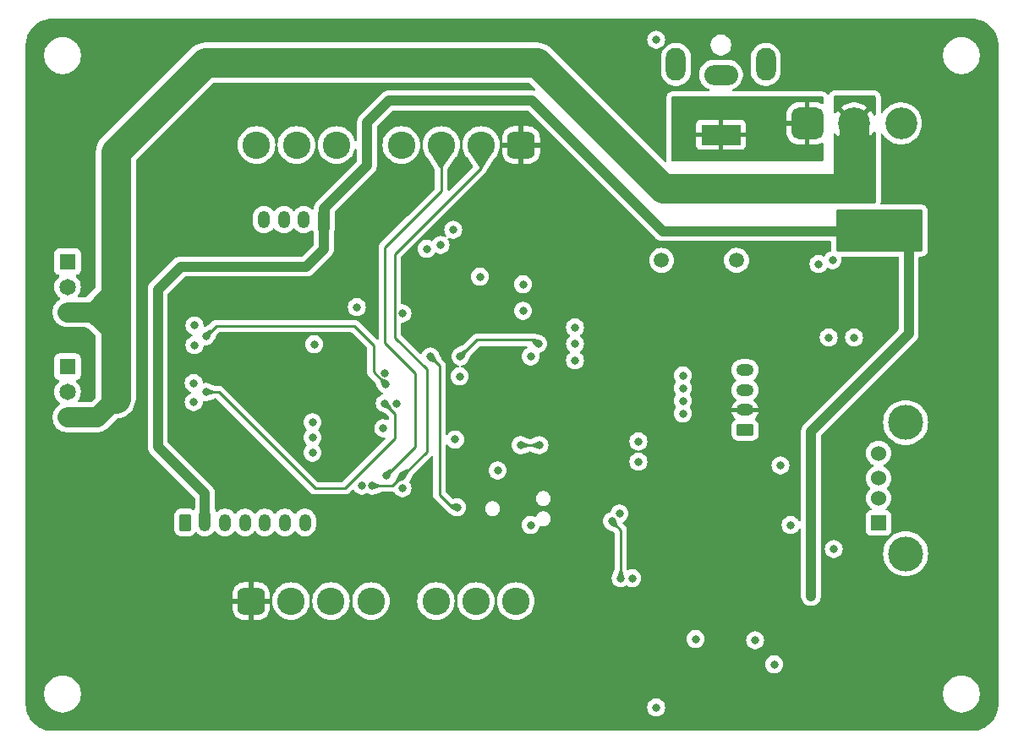
<source format=gbr>
%TF.GenerationSoftware,KiCad,Pcbnew,8.0.0-rc2*%
%TF.CreationDate,2024-01-29T20:33:42-05:00*%
%TF.ProjectId,stm32-snake-controller,73746d33-322d-4736-9e61-6b652d636f6e,C*%
%TF.SameCoordinates,Original*%
%TF.FileFunction,Copper,L4,Bot*%
%TF.FilePolarity,Positive*%
%FSLAX46Y46*%
G04 Gerber Fmt 4.6, Leading zero omitted, Abs format (unit mm)*
G04 Created by KiCad (PCBNEW 8.0.0-rc2) date 2024-01-29 20:33:42*
%MOMM*%
%LPD*%
G01*
G04 APERTURE LIST*
G04 Aperture macros list*
%AMRoundRect*
0 Rectangle with rounded corners*
0 $1 Rounding radius*
0 $2 $3 $4 $5 $6 $7 $8 $9 X,Y pos of 4 corners*
0 Add a 4 corners polygon primitive as box body*
4,1,4,$2,$3,$4,$5,$6,$7,$8,$9,$2,$3,0*
0 Add four circle primitives for the rounded corners*
1,1,$1+$1,$2,$3*
1,1,$1+$1,$4,$5*
1,1,$1+$1,$6,$7*
1,1,$1+$1,$8,$9*
0 Add four rect primitives between the rounded corners*
20,1,$1+$1,$2,$3,$4,$5,0*
20,1,$1+$1,$4,$5,$6,$7,0*
20,1,$1+$1,$6,$7,$8,$9,0*
20,1,$1+$1,$8,$9,$2,$3,0*%
G04 Aperture macros list end*
%TA.AperFunction,ComponentPad*%
%ADD10C,3.200000*%
%TD*%
%TA.AperFunction,ComponentPad*%
%ADD11RoundRect,0.800000X0.800000X0.800000X-0.800000X0.800000X-0.800000X-0.800000X0.800000X-0.800000X0*%
%TD*%
%TA.AperFunction,ComponentPad*%
%ADD12R,1.650000X1.650000*%
%TD*%
%TA.AperFunction,ComponentPad*%
%ADD13C,1.650000*%
%TD*%
%TA.AperFunction,ComponentPad*%
%ADD14RoundRect,0.250000X0.350000X0.625000X-0.350000X0.625000X-0.350000X-0.625000X0.350000X-0.625000X0*%
%TD*%
%TA.AperFunction,ComponentPad*%
%ADD15O,1.200000X1.750000*%
%TD*%
%TA.AperFunction,ComponentPad*%
%ADD16O,3.400000X2.000000*%
%TD*%
%TA.AperFunction,ComponentPad*%
%ADD17R,4.000000X2.000000*%
%TD*%
%TA.AperFunction,ComponentPad*%
%ADD18O,2.000000X3.300000*%
%TD*%
%TA.AperFunction,ComponentPad*%
%ADD19RoundRect,0.687500X-0.687500X-0.687500X0.687500X-0.687500X0.687500X0.687500X-0.687500X0.687500X0*%
%TD*%
%TA.AperFunction,ComponentPad*%
%ADD20C,2.750000*%
%TD*%
%TA.AperFunction,ComponentPad*%
%ADD21RoundRect,0.250000X0.625000X-0.350000X0.625000X0.350000X-0.625000X0.350000X-0.625000X-0.350000X0*%
%TD*%
%TA.AperFunction,ComponentPad*%
%ADD22O,1.750000X1.200000*%
%TD*%
%TA.AperFunction,ComponentPad*%
%ADD23RoundRect,0.250000X-0.350000X-0.625000X0.350000X-0.625000X0.350000X0.625000X-0.350000X0.625000X0*%
%TD*%
%TA.AperFunction,ComponentPad*%
%ADD24RoundRect,0.687500X0.687500X0.687500X-0.687500X0.687500X-0.687500X-0.687500X0.687500X-0.687500X0*%
%TD*%
%TA.AperFunction,ComponentPad*%
%ADD25R,1.524000X1.524000*%
%TD*%
%TA.AperFunction,ComponentPad*%
%ADD26C,1.524000*%
%TD*%
%TA.AperFunction,ComponentPad*%
%ADD27C,3.500000*%
%TD*%
%TA.AperFunction,ComponentPad*%
%ADD28C,1.500000*%
%TD*%
%TA.AperFunction,ViaPad*%
%ADD29C,1.200000*%
%TD*%
%TA.AperFunction,ViaPad*%
%ADD30C,0.800000*%
%TD*%
%TA.AperFunction,Conductor*%
%ADD31C,1.000000*%
%TD*%
%TA.AperFunction,Conductor*%
%ADD32C,3.000000*%
%TD*%
%TA.AperFunction,Conductor*%
%ADD33C,0.250000*%
%TD*%
%TA.AperFunction,Conductor*%
%ADD34C,2.000000*%
%TD*%
G04 APERTURE END LIST*
D10*
%TO.P,SW102,3,C*%
%TO.N,unconnected-(SW102-C-Pad3)*%
X88012000Y61214000D03*
%TO.P,SW102,2,B*%
%TO.N,VBUS*%
X83312000Y61214000D03*
D11*
%TO.P,SW102,1,A*%
%TO.N,Net-(SW102-A)*%
X78612000Y61214000D03*
%TD*%
D12*
%TO.P,J302,1,Pin_1*%
%TO.N,GND*%
X4562000Y36830000D03*
D13*
%TO.P,J302,2,Pin_2*%
%TO.N,Net-(J302-Pin_2)*%
X4562000Y34290000D03*
%TO.P,J302,3,Pin_3*%
%TO.N,VBUS*%
X4562000Y31750000D03*
%TD*%
D14*
%TO.P,J102,1,Pin_1*%
%TO.N,+5V*%
X30226000Y51562000D03*
D15*
%TO.P,J102,2,Pin_2*%
%TO.N,/UART_TX*%
X28226000Y51562000D03*
%TO.P,J102,3,Pin_3*%
%TO.N,/UART_RX*%
X26226000Y51562000D03*
%TO.P,J102,4,Pin_4*%
%TO.N,GND*%
X24226000Y51562000D03*
%TD*%
D12*
%TO.P,J301,1,Pin_1*%
%TO.N,GND*%
X4562000Y47371000D03*
D13*
%TO.P,J301,2,Pin_2*%
%TO.N,Net-(J301-Pin_2)*%
X4562000Y44831000D03*
%TO.P,J301,3,Pin_3*%
%TO.N,VBUS*%
X4562000Y42291000D03*
%TD*%
D16*
%TO.P,J101,2*%
%TO.N,GND*%
X69977000Y66079500D03*
D17*
%TO.P,J101,1*%
%TO.N,Net-(SW102-A)*%
X69977000Y60079500D03*
D18*
%TO.P,J101,*%
%TO.N,*%
X65477000Y67129500D03*
X74477000Y67129500D03*
%TD*%
D19*
%TO.P,J401,1,Pin_1*%
%TO.N,+3V3*%
X22942000Y13335000D03*
D20*
%TO.P,J401,2,Pin_2*%
%TO.N,/SNES_CLK*%
X26942000Y13335000D03*
%TO.P,J401,3,Pin_3*%
%TO.N,/SNES_LATCH*%
X30942000Y13335000D03*
%TO.P,J401,4,Pin_4*%
%TO.N,/SNES_DATA0*%
X34942000Y13335000D03*
%TO.P,J401,5,Pin_5*%
%TO.N,unconnected-(J401-Pin_5-Pad5)*%
X41442000Y13335000D03*
%TO.P,J401,6,Pin_6*%
%TO.N,unconnected-(J401-Pin_6-Pad6)*%
X45442000Y13335000D03*
%TO.P,J401,7,Pin_7*%
%TO.N,GND*%
X49442000Y13335000D03*
%TD*%
D21*
%TO.P,OLED101,1,GND*%
%TO.N,GND*%
X72390000Y30480000D03*
D22*
%TO.P,OLED101,2,VCC*%
%TO.N,+3V3*%
X72390000Y32480000D03*
%TO.P,OLED101,3,SCL*%
%TO.N,/SCL*%
X72390000Y34480000D03*
%TO.P,OLED101,4,SDA*%
%TO.N,/SDA*%
X72390000Y36480000D03*
%TD*%
D23*
%TO.P,OLED102,1,GND*%
%TO.N,GND*%
X16320000Y21209000D03*
D15*
%TO.P,OLED102,2,VCC*%
%TO.N,+5V*%
X18320000Y21209000D03*
%TO.P,OLED102,3,SCLK*%
%TO.N,Net-(OLED102-SCLK)*%
X20320000Y21209000D03*
%TO.P,OLED102,4,MOSI*%
%TO.N,Net-(OLED102-MOSI)*%
X22320000Y21209000D03*
%TO.P,OLED102,5,RESET*%
%TO.N,/OLED_RST*%
X24320000Y21209000D03*
%TO.P,OLED102,6,CS*%
%TO.N,/OLED_CE*%
X26320000Y21209000D03*
%TO.P,OLED102,7,DC*%
%TO.N,/OLED_DC*%
X28320000Y21209000D03*
%TD*%
D24*
%TO.P,J402,1,Pin_1*%
%TO.N,+3V3*%
X49982000Y59055000D03*
D20*
%TO.P,J402,2,Pin_2*%
%TO.N,/SNES_CLK*%
X45982000Y59055000D03*
%TO.P,J402,3,Pin_3*%
%TO.N,/SNES_LATCH*%
X41982000Y59055000D03*
%TO.P,J402,4,Pin_4*%
%TO.N,/SNES_DATA1*%
X37982000Y59055000D03*
%TO.P,J402,5,Pin_5*%
%TO.N,unconnected-(J402-Pin_5-Pad5)*%
X31482000Y59055000D03*
%TO.P,J402,6,Pin_6*%
%TO.N,unconnected-(J402-Pin_6-Pad6)*%
X27482000Y59055000D03*
%TO.P,J402,7,Pin_7*%
%TO.N,GND*%
X23482000Y59055000D03*
%TD*%
D25*
%TO.P,J501,1,VBUS*%
%TO.N,/USB_OTG_VSEN*%
X85762000Y21154000D03*
D26*
%TO.P,J501,2,D-*%
%TO.N,/USB_D_N*%
X85762000Y23654000D03*
%TO.P,J501,3,D+*%
%TO.N,/USB_D_P*%
X85762000Y25654000D03*
%TO.P,J501,4,GND*%
%TO.N,GND*%
X85762000Y28154000D03*
D27*
%TO.P,J501,5,Shield*%
X88472000Y18084000D03*
X88472000Y31224000D03*
%TD*%
D28*
%TO.P,BT101,*%
%TO.N,*%
X64045000Y47498000D03*
X71545000Y47498000D03*
%TD*%
D29*
%TO.N,+5V*%
X83185000Y49784000D03*
D30*
%TO.N,VBUS*%
X84201000Y56388000D03*
X82550000Y56388000D03*
X82550000Y58039000D03*
X84201000Y58039000D03*
%TO.N,GND*%
X17272000Y38989000D03*
X29083000Y31242000D03*
X38100000Y24638000D03*
X79756000Y47117000D03*
X67437000Y9525000D03*
X81280000Y18542000D03*
X37490400Y33147000D03*
X55372000Y40767000D03*
X59817000Y22098000D03*
X75946000Y26924000D03*
X81153000Y47498000D03*
X50165000Y42418000D03*
X43366200Y29523200D03*
X45847000Y45847000D03*
X73406000Y9398000D03*
X66167000Y34671000D03*
X29083000Y28194000D03*
X33528000Y42799000D03*
X55372000Y37465000D03*
X55372000Y39116000D03*
X50927000Y37846000D03*
X66167000Y32131000D03*
X63500000Y2667000D03*
X76962000Y20955000D03*
X61087000Y15621000D03*
X34036000Y24892000D03*
X63500000Y69596000D03*
X83312000Y39751000D03*
X38100000Y42164000D03*
X80772000Y39751000D03*
X43815000Y35851500D03*
X17195800Y35179000D03*
X43180000Y50546000D03*
X40513000Y48641000D03*
X50165000Y45085000D03*
X36326653Y36199653D03*
X50927000Y20955000D03*
X17272000Y40955000D03*
X17195800Y33274000D03*
X29083000Y29718000D03*
X66167000Y35941000D03*
X47625000Y26416000D03*
X61722000Y29337000D03*
X29263000Y39075000D03*
X41910000Y49022000D03*
X66167000Y33401000D03*
X75311000Y6985000D03*
X61722000Y27305000D03*
X36169600Y30657800D03*
%TO.N,/NRST*%
X43561000Y22733000D03*
X59944000Y15621000D03*
X40894000Y37846000D03*
X59055000Y21336000D03*
%TO.N,+3V3*%
X68961000Y13081000D03*
X76708000Y39370000D03*
X78232000Y43942000D03*
X31877000Y27051000D03*
X79375000Y42672000D03*
X68834000Y22352000D03*
X53213000Y49530000D03*
X78232000Y42672000D03*
X48260000Y36703000D03*
X57293158Y32131000D03*
X43882000Y26416000D03*
X30874000Y39115000D03*
X77089000Y42672000D03*
X54737000Y29337000D03*
X77089000Y43942000D03*
X76708000Y31017000D03*
X79375000Y43942000D03*
X33274000Y44704000D03*
%TO.N,/VBAT*%
X43882000Y37846000D03*
X51689000Y39116000D03*
%TO.N,+5V*%
X78994000Y13843000D03*
X13589000Y37846000D03*
D29*
X88773000Y51435000D03*
X88773000Y49530000D03*
D30*
X78994000Y14986000D03*
X13589000Y32258000D03*
%TO.N,/LED_HB*%
X49911000Y28956000D03*
X51816000Y28956000D03*
%TO.N,Net-(SW102-A)*%
X66034000Y62484000D03*
X72034000Y62484000D03*
X74034000Y60017000D03*
X68034000Y62484000D03*
X74034000Y62484000D03*
X70034000Y62484000D03*
X66033000Y60017000D03*
%TO.N,/SNES_CLK*%
X35052000Y24892000D03*
X38100000Y25908000D03*
%TO.N,/SNES_LATCH*%
X36449000Y25908000D03*
%TO.N,/LED_GRID0*%
X36423600Y35077400D03*
X18415000Y39878000D03*
%TO.N,/LED_GRID1*%
X36322000Y33147000D03*
X18415000Y34290000D03*
%TD*%
D31*
%TO.N,+5V*%
X88773000Y51435000D02*
X87757000Y50419000D01*
X87757000Y50419000D02*
X64135000Y50419000D01*
X64135000Y50419000D02*
X51054000Y63500000D01*
X51054000Y63500000D02*
X36703000Y63500000D01*
X36703000Y63500000D02*
X34544000Y61341000D01*
X34544000Y61341000D02*
X34544000Y57023000D01*
X34544000Y57023000D02*
X30226000Y52705000D01*
X30226000Y52705000D02*
X30226000Y51562000D01*
X78994000Y30353000D02*
X78994000Y13843000D01*
X88773000Y40132000D02*
X78994000Y30353000D01*
X88773000Y51435000D02*
X88773000Y40132000D01*
D32*
%TO.N,VBUS*%
X9398000Y44431000D02*
X9398000Y58353000D01*
X64135000Y54737000D02*
X81788000Y54737000D01*
X9398000Y58353000D02*
X18355000Y67310000D01*
X51562000Y67310000D02*
X64135000Y54737000D01*
X18355000Y67310000D02*
X51562000Y67310000D01*
X81788000Y54737000D02*
X83312000Y56261000D01*
X83312000Y58928000D02*
X83312000Y60929000D01*
D33*
%TO.N,/NRST*%
X43561000Y22733000D02*
X43053000Y22733000D01*
X59944000Y20447000D02*
X59944000Y15621000D01*
X43053000Y22733000D02*
X41783000Y24003000D01*
X41783000Y24003000D02*
X41783000Y36957000D01*
X41783000Y36957000D02*
X40894000Y37846000D01*
X59055000Y21336000D02*
X59944000Y20447000D01*
%TO.N,/VBAT*%
X43882000Y37846000D02*
X45553000Y39517000D01*
X51288000Y39517000D02*
X51689000Y39116000D01*
X45553000Y39517000D02*
X51288000Y39517000D01*
D31*
%TO.N,+5V*%
X13589000Y28829000D02*
X18320000Y24098000D01*
X18320000Y24098000D02*
X18320000Y21209000D01*
X13589000Y38862000D02*
X13589000Y37846000D01*
X30226000Y48641000D02*
X28448000Y46863000D01*
X13589000Y44577000D02*
X13589000Y38862000D01*
X13589000Y38862000D02*
X13589000Y33528000D01*
X28448000Y46863000D02*
X15875000Y46863000D01*
X15875000Y46863000D02*
X13589000Y44577000D01*
X30226000Y51562000D02*
X30226000Y48641000D01*
X13589000Y33528000D02*
X13589000Y32258000D01*
X13589000Y33528000D02*
X13589000Y28829000D01*
D33*
%TO.N,/LED_HB*%
X49911000Y28956000D02*
X51816000Y28956000D01*
D34*
%TO.N,VBUS*%
X7493000Y31750000D02*
X4562000Y31750000D01*
D32*
X9398000Y44431000D02*
X9398000Y40767000D01*
D34*
X9398000Y33655000D02*
X7493000Y31750000D01*
D32*
X9398000Y40767000D02*
X9398000Y33655000D01*
X9398000Y43942000D02*
X9398000Y44431000D01*
D34*
X4562000Y42291000D02*
X7874000Y42291000D01*
D32*
X7747000Y42291000D02*
X9398000Y43942000D01*
X7874000Y42291000D02*
X9398000Y40767000D01*
D33*
%TO.N,/SNES_CLK*%
X40513000Y36576000D02*
X40513000Y28321000D01*
X40513000Y28321000D02*
X38100000Y25908000D01*
X35052000Y24892000D02*
X37084000Y24892000D01*
X45982000Y56777000D02*
X37338000Y48133000D01*
X37084000Y24892000D02*
X38100000Y25908000D01*
X45982000Y59055000D02*
X45982000Y56777000D01*
X37338000Y39751000D02*
X40513000Y36576000D01*
X37338000Y48133000D02*
X37338000Y39751000D01*
%TO.N,/SNES_LATCH*%
X41982000Y54428000D02*
X41982000Y59055000D01*
X36322000Y48768000D02*
X41982000Y54428000D01*
X39370000Y28829000D02*
X39370000Y36195000D01*
X36322000Y39243000D02*
X36322000Y48768000D01*
X39370000Y36195000D02*
X36322000Y39243000D01*
X36449000Y25908000D02*
X39370000Y28829000D01*
%TO.N,/LED_GRID0*%
X19431000Y40894000D02*
X18415000Y39878000D01*
X35179000Y38989000D02*
X33274000Y40894000D01*
X36423600Y35077400D02*
X35179000Y36322001D01*
X33274000Y40894000D02*
X19431000Y40894000D01*
X35179000Y36322001D02*
X35179000Y38989000D01*
%TO.N,/LED_GRID1*%
X37338000Y32131000D02*
X37338000Y29641800D01*
X37338000Y29641800D02*
X32334200Y24638000D01*
X32334200Y24638000D02*
X29337000Y24638000D01*
X29337000Y24638000D02*
X19685000Y34290000D01*
X36322000Y33147000D02*
X37338000Y32131000D01*
X19685000Y34290000D02*
X18415000Y34290000D01*
%TD*%
%TA.AperFunction,Conductor*%
%TO.N,VBUS*%
G36*
X84965130Y59914424D02*
G01*
X84965131Y59914424D01*
X85110472Y60120324D01*
X85236902Y60364322D01*
X85285222Y60414789D01*
X85353156Y60431121D01*
X85419136Y60408132D01*
X85462213Y60353122D01*
X85471000Y60307274D01*
X85471000Y53337000D01*
X85451315Y53269961D01*
X85398511Y53224206D01*
X85347000Y53213000D01*
X81381000Y53213000D01*
X81313961Y53232685D01*
X81268206Y53285489D01*
X81257000Y53337000D01*
X81257000Y60106563D01*
X81276685Y60173602D01*
X81329489Y60219357D01*
X81398647Y60229301D01*
X81462203Y60200276D01*
X81491098Y60163610D01*
X81513524Y60120329D01*
X81513531Y60120317D01*
X81658867Y59914424D01*
X81658868Y59914423D01*
X82557884Y60813439D01*
X82558740Y60811374D01*
X82651762Y60672156D01*
X82770156Y60553762D01*
X82909374Y60460740D01*
X82911437Y60459886D01*
X82014198Y59562647D01*
X82098144Y59494353D01*
X82098146Y59494352D01*
X82343607Y59345083D01*
X82607108Y59230629D01*
X82883737Y59153121D01*
X82883744Y59153120D01*
X83168355Y59114000D01*
X83455645Y59114000D01*
X83740255Y59153120D01*
X83740262Y59153121D01*
X84016891Y59230629D01*
X84280392Y59345083D01*
X84525854Y59494352D01*
X84609800Y59562647D01*
X83712562Y60459886D01*
X83714626Y60460740D01*
X83853844Y60553762D01*
X83972238Y60672156D01*
X84065260Y60811374D01*
X84066115Y60813439D01*
X84965130Y59914424D01*
G37*
%TD.AperFunction*%
%TA.AperFunction,Conductor*%
G36*
X85414039Y63988315D02*
G01*
X85459794Y63935511D01*
X85471000Y63884000D01*
X85471000Y62120727D01*
X85451315Y62053688D01*
X85398511Y62007933D01*
X85329353Y61997989D01*
X85265797Y62027014D01*
X85236902Y62063679D01*
X85110472Y62307677D01*
X84965130Y62513578D01*
X84066114Y61614563D01*
X84065260Y61616626D01*
X83972238Y61755844D01*
X83853844Y61874238D01*
X83714626Y61967260D01*
X83712561Y61968116D01*
X84609800Y62865355D01*
X84525862Y62933643D01*
X84525853Y62933649D01*
X84280392Y63082918D01*
X84016891Y63197372D01*
X83740262Y63274880D01*
X83740255Y63274881D01*
X83455645Y63314000D01*
X83168355Y63314000D01*
X82883744Y63274881D01*
X82883737Y63274880D01*
X82607108Y63197372D01*
X82343610Y63082919D01*
X82098140Y62933645D01*
X82098137Y62933643D01*
X82014199Y62865355D01*
X82911438Y61968116D01*
X82909374Y61967260D01*
X82770156Y61874238D01*
X82651762Y61755844D01*
X82558740Y61616626D01*
X82557885Y61614562D01*
X81658868Y62513579D01*
X81658867Y62513579D01*
X81513531Y62307684D01*
X81513527Y62307678D01*
X81491098Y62264390D01*
X81442777Y62213923D01*
X81374843Y62197591D01*
X81308864Y62220580D01*
X81265787Y62275591D01*
X81257000Y62321438D01*
X81257000Y63884000D01*
X81276685Y63951039D01*
X81329489Y63996794D01*
X81381000Y64008000D01*
X85347000Y64008000D01*
X85414039Y63988315D01*
G37*
%TD.AperFunction*%
%TD*%
%TA.AperFunction,Conductor*%
%TO.N,Net-(SW102-A)*%
G36*
X80177039Y63892315D02*
G01*
X80222794Y63839511D01*
X80234000Y63788000D01*
X80234000Y63259728D01*
X80214315Y63192689D01*
X80161511Y63146934D01*
X80092353Y63136990D01*
X80057595Y63147346D01*
X79858326Y63240266D01*
X79858317Y63240270D01*
X79638610Y63299140D01*
X79638599Y63299142D01*
X79468766Y63314000D01*
X78862000Y63314000D01*
X78862000Y62030481D01*
X78859936Y62031335D01*
X78695718Y62064000D01*
X78528282Y62064000D01*
X78364064Y62031335D01*
X78362000Y62030481D01*
X78362000Y63314000D01*
X77755238Y63314000D01*
X77755234Y63313999D01*
X77585396Y63299141D01*
X77585392Y63299141D01*
X77365682Y63240270D01*
X77365673Y63240266D01*
X77159517Y63144135D01*
X76973179Y63013658D01*
X76812342Y62852821D01*
X76681865Y62666483D01*
X76585734Y62460327D01*
X76585730Y62460318D01*
X76526860Y62240611D01*
X76526858Y62240600D01*
X76512000Y62070767D01*
X76512000Y61464000D01*
X77795520Y61464000D01*
X77794665Y61461936D01*
X77762000Y61297718D01*
X77762000Y61130282D01*
X77794665Y60966064D01*
X77795520Y60964000D01*
X76512001Y60964000D01*
X76512001Y60357235D01*
X76526859Y60187397D01*
X76526859Y60187393D01*
X76585730Y59967683D01*
X76585734Y59967674D01*
X76681865Y59761518D01*
X76812342Y59575180D01*
X76973179Y59414343D01*
X77159517Y59283866D01*
X77365673Y59187735D01*
X77365682Y59187731D01*
X77585389Y59128861D01*
X77585400Y59128859D01*
X77755234Y59114001D01*
X78361999Y59114001D01*
X78362000Y59114002D01*
X78362000Y60397520D01*
X78364064Y60396665D01*
X78528282Y60364000D01*
X78695718Y60364000D01*
X78859936Y60396665D01*
X78862000Y60397520D01*
X78862000Y59114001D01*
X79468762Y59114001D01*
X79468765Y59114002D01*
X79638603Y59128860D01*
X79638607Y59128860D01*
X79858317Y59187731D01*
X79858326Y59187734D01*
X80057595Y59280655D01*
X80126672Y59291147D01*
X80190456Y59262627D01*
X80228696Y59204151D01*
X80234000Y59168273D01*
X80234000Y57528000D01*
X80214315Y57460961D01*
X80161511Y57415206D01*
X80110000Y57404000D01*
X65151000Y57404000D01*
X65083961Y57423685D01*
X65038206Y57476489D01*
X65027000Y57528000D01*
X65027000Y59031656D01*
X67477000Y59031656D01*
X67483401Y58972128D01*
X67483403Y58972121D01*
X67533645Y58837414D01*
X67533649Y58837407D01*
X67619809Y58722313D01*
X67619812Y58722310D01*
X67734906Y58636150D01*
X67734913Y58636146D01*
X67869620Y58585904D01*
X67869627Y58585902D01*
X67929155Y58579501D01*
X67929172Y58579500D01*
X69727000Y58579500D01*
X69727000Y59579500D01*
X70227000Y59579500D01*
X70227000Y58579500D01*
X72024828Y58579500D01*
X72024844Y58579501D01*
X72084372Y58585902D01*
X72084379Y58585904D01*
X72219086Y58636146D01*
X72219093Y58636150D01*
X72334187Y58722310D01*
X72334190Y58722313D01*
X72420350Y58837407D01*
X72420354Y58837414D01*
X72470596Y58972121D01*
X72470598Y58972128D01*
X72476999Y59031656D01*
X72477000Y59031673D01*
X72477000Y59829500D01*
X71410012Y59829500D01*
X71442925Y59886507D01*
X71477000Y60013674D01*
X71477000Y60145326D01*
X71442925Y60272493D01*
X71410012Y60329500D01*
X72477000Y60329500D01*
X72477000Y61127328D01*
X72476999Y61127345D01*
X72470598Y61186873D01*
X72470596Y61186880D01*
X72420354Y61321587D01*
X72420350Y61321594D01*
X72334190Y61436688D01*
X72334187Y61436691D01*
X72219093Y61522851D01*
X72219086Y61522855D01*
X72084379Y61573097D01*
X72084372Y61573099D01*
X72024844Y61579500D01*
X70227000Y61579500D01*
X70227000Y60579500D01*
X69727000Y60579500D01*
X69727000Y61579500D01*
X67929155Y61579500D01*
X67869627Y61573099D01*
X67869620Y61573097D01*
X67734913Y61522855D01*
X67734906Y61522851D01*
X67619812Y61436691D01*
X67619809Y61436688D01*
X67533649Y61321594D01*
X67533645Y61321587D01*
X67483403Y61186880D01*
X67483401Y61186873D01*
X67477000Y61127345D01*
X67477000Y60329500D01*
X68543988Y60329500D01*
X68511075Y60272493D01*
X68477000Y60145326D01*
X68477000Y60013674D01*
X68511075Y59886507D01*
X68543988Y59829500D01*
X67477000Y59829500D01*
X67477000Y59031656D01*
X65027000Y59031656D01*
X65027000Y63788000D01*
X65046685Y63855039D01*
X65099489Y63900794D01*
X65151000Y63912000D01*
X80110000Y63912000D01*
X80177039Y63892315D01*
G37*
%TD.AperFunction*%
%TD*%
%TA.AperFunction,Conductor*%
%TO.N,+5V*%
G36*
X90113039Y52558315D02*
G01*
X90158794Y52505511D01*
X90170000Y52454000D01*
X90170000Y48511000D01*
X90150315Y48443961D01*
X90097511Y48398206D01*
X90046000Y48387000D01*
X81658000Y48387000D01*
X81590961Y48406685D01*
X81545206Y48459489D01*
X81534000Y48511000D01*
X81534000Y52454000D01*
X81553685Y52521039D01*
X81606489Y52566794D01*
X81658000Y52578000D01*
X90046000Y52578000D01*
X90113039Y52558315D01*
G37*
%TD.AperFunction*%
%TD*%
%TA.AperFunction,Conductor*%
%TO.N,+3V3*%
G36*
X95065472Y71716305D02*
G01*
X95357306Y71699916D01*
X95371103Y71698362D01*
X95655827Y71649985D01*
X95669384Y71646891D01*
X95946899Y71566940D01*
X95960025Y71562347D01*
X96226841Y71451828D01*
X96239355Y71445802D01*
X96405444Y71354008D01*
X96492125Y71306101D01*
X96503899Y71298703D01*
X96739430Y71131585D01*
X96750302Y71122915D01*
X96965642Y70930476D01*
X96975475Y70920643D01*
X97167914Y70705303D01*
X97176584Y70694431D01*
X97343702Y70458900D01*
X97351100Y70447126D01*
X97490797Y70194363D01*
X97496830Y70181835D01*
X97607346Y69915025D01*
X97611939Y69901900D01*
X97691890Y69624385D01*
X97694984Y69610828D01*
X97743359Y69326115D01*
X97744916Y69312297D01*
X97761305Y69020473D01*
X97761500Y69013520D01*
X97761500Y3020481D01*
X97761305Y3013528D01*
X97744916Y2721704D01*
X97743359Y2707886D01*
X97694984Y2423173D01*
X97691890Y2409616D01*
X97611939Y2132101D01*
X97607346Y2118976D01*
X97496830Y1852166D01*
X97490797Y1839638D01*
X97351100Y1586875D01*
X97343702Y1575101D01*
X97176584Y1339570D01*
X97167914Y1328698D01*
X96975475Y1113358D01*
X96965642Y1103525D01*
X96750302Y911086D01*
X96739430Y902416D01*
X96503899Y735298D01*
X96492125Y727900D01*
X96239362Y588203D01*
X96226834Y582170D01*
X95960024Y471654D01*
X95946899Y467061D01*
X95669384Y387110D01*
X95655827Y384016D01*
X95371114Y335641D01*
X95357296Y334084D01*
X95065472Y317695D01*
X95058519Y317500D01*
X3065481Y317500D01*
X3058528Y317695D01*
X2766703Y334084D01*
X2752885Y335641D01*
X2468172Y384016D01*
X2454615Y387110D01*
X2177100Y467061D01*
X2163975Y471654D01*
X1897165Y582170D01*
X1884637Y588203D01*
X1631874Y727900D01*
X1620100Y735298D01*
X1384569Y902416D01*
X1373697Y911086D01*
X1158357Y1103525D01*
X1148524Y1113358D01*
X956085Y1328698D01*
X947415Y1339570D01*
X780297Y1575101D01*
X772899Y1586875D01*
X633202Y1839638D01*
X627172Y1852159D01*
X516653Y2118976D01*
X512060Y2132101D01*
X432109Y2409616D01*
X429015Y2423173D01*
X387587Y2667000D01*
X380638Y2707897D01*
X379084Y2721694D01*
X362695Y3013528D01*
X362500Y3020481D01*
X362500Y3895712D01*
X2211500Y3895712D01*
X2243161Y3655215D01*
X2305947Y3420896D01*
X2339502Y3339888D01*
X2398776Y3196788D01*
X2520064Y2986711D01*
X2520066Y2986708D01*
X2520067Y2986707D01*
X2667733Y2794264D01*
X2667739Y2794257D01*
X2839256Y2622740D01*
X2839262Y2622735D01*
X3031711Y2475064D01*
X3241788Y2353776D01*
X3465900Y2260946D01*
X3700211Y2198162D01*
X3880586Y2174416D01*
X3940711Y2166500D01*
X3940712Y2166500D01*
X4183289Y2166500D01*
X4231388Y2172833D01*
X4423789Y2198162D01*
X4658100Y2260946D01*
X4882212Y2353776D01*
X5092289Y2475064D01*
X5284738Y2622735D01*
X5329003Y2667000D01*
X62594540Y2667000D01*
X62614326Y2478744D01*
X62614327Y2478741D01*
X62672818Y2298723D01*
X62672821Y2298716D01*
X62767467Y2134784D01*
X62775906Y2125412D01*
X62894129Y1994112D01*
X63047265Y1882852D01*
X63047270Y1882849D01*
X63220192Y1805858D01*
X63220197Y1805856D01*
X63405354Y1766500D01*
X63405355Y1766500D01*
X63594644Y1766500D01*
X63594646Y1766500D01*
X63779803Y1805856D01*
X63952730Y1882849D01*
X64105871Y1994112D01*
X64232533Y2134784D01*
X64327179Y2298716D01*
X64385674Y2478744D01*
X64405460Y2667000D01*
X64385674Y2855256D01*
X64327179Y3035284D01*
X64232533Y3199216D01*
X64105871Y3339888D01*
X64105870Y3339889D01*
X63952734Y3451149D01*
X63952729Y3451152D01*
X63779807Y3528143D01*
X63779802Y3528145D01*
X63634001Y3559135D01*
X63594646Y3567500D01*
X63405354Y3567500D01*
X63372897Y3560602D01*
X63220197Y3528145D01*
X63220192Y3528143D01*
X63047270Y3451152D01*
X63047265Y3451149D01*
X62894129Y3339889D01*
X62767466Y3199215D01*
X62672821Y3035285D01*
X62672818Y3035278D01*
X62614327Y2855260D01*
X62614326Y2855256D01*
X62594540Y2667000D01*
X5329003Y2667000D01*
X5456265Y2794262D01*
X5603936Y2986711D01*
X5725224Y3196788D01*
X5818054Y3420900D01*
X5880838Y3655211D01*
X5912500Y3895712D01*
X92211500Y3895712D01*
X92243161Y3655215D01*
X92305947Y3420896D01*
X92339502Y3339888D01*
X92398776Y3196788D01*
X92520064Y2986711D01*
X92520066Y2986708D01*
X92520067Y2986707D01*
X92667733Y2794264D01*
X92667739Y2794257D01*
X92839256Y2622740D01*
X92839262Y2622735D01*
X93031711Y2475064D01*
X93241788Y2353776D01*
X93465900Y2260946D01*
X93700211Y2198162D01*
X93880586Y2174416D01*
X93940711Y2166500D01*
X93940712Y2166500D01*
X94183289Y2166500D01*
X94231388Y2172833D01*
X94423789Y2198162D01*
X94658100Y2260946D01*
X94882212Y2353776D01*
X95092289Y2475064D01*
X95284738Y2622735D01*
X95456265Y2794262D01*
X95603936Y2986711D01*
X95725224Y3196788D01*
X95818054Y3420900D01*
X95880838Y3655211D01*
X95912500Y3895712D01*
X95912500Y4138288D01*
X95880838Y4378789D01*
X95818054Y4613100D01*
X95725224Y4837212D01*
X95603936Y5047289D01*
X95456265Y5239738D01*
X95456260Y5239744D01*
X95284743Y5411261D01*
X95284736Y5411267D01*
X95092293Y5558933D01*
X95092292Y5558934D01*
X95092289Y5558936D01*
X94882212Y5680224D01*
X94882205Y5680227D01*
X94658104Y5773053D01*
X94423785Y5835839D01*
X94183289Y5867500D01*
X94183288Y5867500D01*
X93940712Y5867500D01*
X93940711Y5867500D01*
X93700214Y5835839D01*
X93465895Y5773053D01*
X93241794Y5680227D01*
X93241785Y5680223D01*
X93031706Y5558933D01*
X92839263Y5411267D01*
X92839256Y5411261D01*
X92667739Y5239744D01*
X92667733Y5239737D01*
X92520067Y5047294D01*
X92398777Y4837215D01*
X92398773Y4837206D01*
X92305947Y4613105D01*
X92243161Y4378786D01*
X92211500Y4138289D01*
X92211500Y3895712D01*
X5912500Y3895712D01*
X5912500Y4138288D01*
X5880838Y4378789D01*
X5818054Y4613100D01*
X5725224Y4837212D01*
X5603936Y5047289D01*
X5456265Y5239738D01*
X5456260Y5239744D01*
X5284743Y5411261D01*
X5284736Y5411267D01*
X5092293Y5558933D01*
X5092292Y5558934D01*
X5092289Y5558936D01*
X4882212Y5680224D01*
X4882205Y5680227D01*
X4658104Y5773053D01*
X4423785Y5835839D01*
X4183289Y5867500D01*
X4183288Y5867500D01*
X3940712Y5867500D01*
X3940711Y5867500D01*
X3700214Y5835839D01*
X3465895Y5773053D01*
X3241794Y5680227D01*
X3241785Y5680223D01*
X3031706Y5558933D01*
X2839263Y5411267D01*
X2839256Y5411261D01*
X2667739Y5239744D01*
X2667733Y5239737D01*
X2520067Y5047294D01*
X2398777Y4837215D01*
X2398773Y4837206D01*
X2305947Y4613105D01*
X2243161Y4378786D01*
X2211500Y4138289D01*
X2211500Y3895712D01*
X362500Y3895712D01*
X362500Y6985000D01*
X74405540Y6985000D01*
X74425326Y6796744D01*
X74425327Y6796741D01*
X74483818Y6616723D01*
X74483821Y6616716D01*
X74578467Y6452784D01*
X74705129Y6312112D01*
X74858265Y6200852D01*
X74858270Y6200849D01*
X75031192Y6123858D01*
X75031197Y6123856D01*
X75216354Y6084500D01*
X75216355Y6084500D01*
X75405644Y6084500D01*
X75405646Y6084500D01*
X75590803Y6123856D01*
X75763730Y6200849D01*
X75916871Y6312112D01*
X76043533Y6452784D01*
X76138179Y6616716D01*
X76196674Y6796744D01*
X76216460Y6985000D01*
X76196674Y7173256D01*
X76138179Y7353284D01*
X76043533Y7517216D01*
X75916871Y7657888D01*
X75916870Y7657889D01*
X75763734Y7769149D01*
X75763729Y7769152D01*
X75590807Y7846143D01*
X75590802Y7846145D01*
X75445001Y7877135D01*
X75405646Y7885500D01*
X75216354Y7885500D01*
X75183897Y7878602D01*
X75031197Y7846145D01*
X75031192Y7846143D01*
X74858270Y7769152D01*
X74858265Y7769149D01*
X74705129Y7657889D01*
X74578466Y7517215D01*
X74483821Y7353285D01*
X74483818Y7353278D01*
X74425327Y7173260D01*
X74425326Y7173256D01*
X74405540Y6985000D01*
X362500Y6985000D01*
X362500Y9525000D01*
X66531540Y9525000D01*
X66551326Y9336744D01*
X66551327Y9336741D01*
X66609818Y9156723D01*
X66609821Y9156716D01*
X66704467Y8992784D01*
X66818817Y8865786D01*
X66831129Y8852112D01*
X66984265Y8740852D01*
X66984270Y8740849D01*
X67157192Y8663858D01*
X67157197Y8663856D01*
X67342354Y8624500D01*
X67342355Y8624500D01*
X67531644Y8624500D01*
X67531646Y8624500D01*
X67716803Y8663856D01*
X67889730Y8740849D01*
X68042871Y8852112D01*
X68169533Y8992784D01*
X68264179Y9156716D01*
X68322674Y9336744D01*
X68329112Y9398000D01*
X72500540Y9398000D01*
X72520326Y9209744D01*
X72520327Y9209741D01*
X72578818Y9029723D01*
X72578821Y9029716D01*
X72673467Y8865784D01*
X72785957Y8740852D01*
X72800129Y8725112D01*
X72953265Y8613852D01*
X72953270Y8613849D01*
X73126192Y8536858D01*
X73126197Y8536856D01*
X73311354Y8497500D01*
X73311355Y8497500D01*
X73500644Y8497500D01*
X73500646Y8497500D01*
X73685803Y8536856D01*
X73858730Y8613849D01*
X74011871Y8725112D01*
X74138533Y8865784D01*
X74233179Y9029716D01*
X74291674Y9209744D01*
X74311460Y9398000D01*
X74291674Y9586256D01*
X74233179Y9766284D01*
X74138533Y9930216D01*
X74011871Y10070888D01*
X74011870Y10070889D01*
X73858734Y10182149D01*
X73858729Y10182152D01*
X73685807Y10259143D01*
X73685802Y10259145D01*
X73540001Y10290135D01*
X73500646Y10298500D01*
X73311354Y10298500D01*
X73278897Y10291602D01*
X73126197Y10259145D01*
X73126192Y10259143D01*
X72953270Y10182152D01*
X72953265Y10182149D01*
X72800129Y10070889D01*
X72673466Y9930215D01*
X72578821Y9766285D01*
X72578818Y9766278D01*
X72520327Y9586260D01*
X72520326Y9586256D01*
X72500540Y9398000D01*
X68329112Y9398000D01*
X68342460Y9525000D01*
X68322674Y9713256D01*
X68264179Y9893284D01*
X68169533Y10057216D01*
X68042871Y10197888D01*
X68042870Y10197889D01*
X67889734Y10309149D01*
X67889729Y10309152D01*
X67716807Y10386143D01*
X67716802Y10386145D01*
X67571001Y10417135D01*
X67531646Y10425500D01*
X67342354Y10425500D01*
X67309897Y10418602D01*
X67157197Y10386145D01*
X67157192Y10386143D01*
X66984270Y10309152D01*
X66984265Y10309149D01*
X66831129Y10197889D01*
X66704466Y10057215D01*
X66609821Y9893285D01*
X66609818Y9893278D01*
X66551327Y9713260D01*
X66551326Y9713256D01*
X66531540Y9525000D01*
X362500Y9525000D01*
X362500Y12574207D01*
X21067000Y12574207D01*
X21073348Y12482739D01*
X21073349Y12482730D01*
X21123733Y12268515D01*
X21123735Y12268509D01*
X21212629Y12067183D01*
X21337001Y11885621D01*
X21337006Y11885615D01*
X21492614Y11730007D01*
X21492620Y11730002D01*
X21674182Y11605630D01*
X21875508Y11516736D01*
X21875514Y11516734D01*
X22089729Y11466350D01*
X22089738Y11466349D01*
X22181206Y11460000D01*
X22692000Y11460000D01*
X22692000Y12626760D01*
X22723233Y12613822D01*
X22868131Y12585000D01*
X23015869Y12585000D01*
X23160767Y12613822D01*
X23192000Y12626760D01*
X23192000Y11460000D01*
X23702794Y11460000D01*
X23794261Y11466349D01*
X23794270Y11466350D01*
X24008485Y11516734D01*
X24008491Y11516736D01*
X24209817Y11605630D01*
X24391379Y11730002D01*
X24391385Y11730007D01*
X24546993Y11885615D01*
X24546998Y11885621D01*
X24671370Y12067183D01*
X24760264Y12268509D01*
X24760266Y12268515D01*
X24810650Y12482730D01*
X24810651Y12482739D01*
X24817000Y12574207D01*
X24817000Y13085000D01*
X23650241Y13085000D01*
X23663178Y13116233D01*
X23692000Y13261131D01*
X23692000Y13334999D01*
X25061709Y13334999D01*
X25080848Y13067406D01*
X25080849Y13067399D01*
X25137872Y12805266D01*
X25231627Y12553898D01*
X25231629Y12553894D01*
X25360195Y12318444D01*
X25360200Y12318436D01*
X25520964Y12103679D01*
X25520980Y12103661D01*
X25710660Y11913981D01*
X25710678Y11913965D01*
X25925435Y11753201D01*
X25925443Y11753196D01*
X26160893Y11624630D01*
X26160897Y11624628D01*
X26160899Y11624627D01*
X26412261Y11530874D01*
X26412264Y11530874D01*
X26412265Y11530873D01*
X26477262Y11516734D01*
X26674407Y11473848D01*
X26921385Y11456184D01*
X26941999Y11454709D01*
X26942000Y11454709D01*
X26942001Y11454709D01*
X26961140Y11456078D01*
X27209593Y11473848D01*
X27471739Y11530874D01*
X27723101Y11624627D01*
X27958562Y11753199D01*
X28173329Y11913971D01*
X28363029Y12103671D01*
X28523801Y12318438D01*
X28652373Y12553899D01*
X28746126Y12805261D01*
X28803152Y13067407D01*
X28818316Y13279423D01*
X28838000Y13332200D01*
X29043910Y13332200D01*
X29063166Y13296935D01*
X29065684Y13279423D01*
X29080848Y13067406D01*
X29080849Y13067399D01*
X29137872Y12805266D01*
X29231627Y12553898D01*
X29231629Y12553894D01*
X29360195Y12318444D01*
X29360200Y12318436D01*
X29520964Y12103679D01*
X29520980Y12103661D01*
X29710660Y11913981D01*
X29710678Y11913965D01*
X29925435Y11753201D01*
X29925443Y11753196D01*
X30160893Y11624630D01*
X30160897Y11624628D01*
X30160899Y11624627D01*
X30412261Y11530874D01*
X30412264Y11530874D01*
X30412265Y11530873D01*
X30477262Y11516734D01*
X30674407Y11473848D01*
X30921385Y11456184D01*
X30941999Y11454709D01*
X30942000Y11454709D01*
X30942001Y11454709D01*
X30961140Y11456078D01*
X31209593Y11473848D01*
X31471739Y11530874D01*
X31723101Y11624627D01*
X31958562Y11753199D01*
X32173329Y11913971D01*
X32363029Y12103671D01*
X32523801Y12318438D01*
X32652373Y12553899D01*
X32746126Y12805261D01*
X32803152Y13067407D01*
X32818316Y13279423D01*
X32838000Y13332200D01*
X33043910Y13332200D01*
X33063166Y13296935D01*
X33065684Y13279423D01*
X33080848Y13067406D01*
X33080849Y13067399D01*
X33137872Y12805266D01*
X33231627Y12553898D01*
X33231629Y12553894D01*
X33360195Y12318444D01*
X33360200Y12318436D01*
X33520964Y12103679D01*
X33520980Y12103661D01*
X33710660Y11913981D01*
X33710678Y11913965D01*
X33925435Y11753201D01*
X33925443Y11753196D01*
X34160893Y11624630D01*
X34160897Y11624628D01*
X34160899Y11624627D01*
X34412261Y11530874D01*
X34412264Y11530874D01*
X34412265Y11530873D01*
X34477262Y11516734D01*
X34674407Y11473848D01*
X34921385Y11456184D01*
X34941999Y11454709D01*
X34942000Y11454709D01*
X34942001Y11454709D01*
X34961140Y11456078D01*
X35209593Y11473848D01*
X35471739Y11530874D01*
X35723101Y11624627D01*
X35958562Y11753199D01*
X36173329Y11913971D01*
X36363029Y12103671D01*
X36523801Y12318438D01*
X36652373Y12553899D01*
X36746126Y12805261D01*
X36803152Y13067407D01*
X36822291Y13334999D01*
X39561709Y13334999D01*
X39580848Y13067406D01*
X39580849Y13067399D01*
X39637872Y12805266D01*
X39731627Y12553898D01*
X39731629Y12553894D01*
X39860195Y12318444D01*
X39860200Y12318436D01*
X40020964Y12103679D01*
X40020980Y12103661D01*
X40210660Y11913981D01*
X40210678Y11913965D01*
X40425435Y11753201D01*
X40425443Y11753196D01*
X40660893Y11624630D01*
X40660897Y11624628D01*
X40660899Y11624627D01*
X40912261Y11530874D01*
X40912264Y11530874D01*
X40912265Y11530873D01*
X40977262Y11516734D01*
X41174407Y11473848D01*
X41421385Y11456184D01*
X41441999Y11454709D01*
X41442000Y11454709D01*
X41442001Y11454709D01*
X41461140Y11456078D01*
X41709593Y11473848D01*
X41971739Y11530874D01*
X42223101Y11624627D01*
X42458562Y11753199D01*
X42673329Y11913971D01*
X42863029Y12103671D01*
X43023801Y12318438D01*
X43152373Y12553899D01*
X43246126Y12805261D01*
X43303152Y13067407D01*
X43318316Y13279423D01*
X43338000Y13332200D01*
X43543910Y13332200D01*
X43563166Y13296935D01*
X43565684Y13279423D01*
X43580848Y13067406D01*
X43580849Y13067399D01*
X43637872Y12805266D01*
X43731627Y12553898D01*
X43731629Y12553894D01*
X43860195Y12318444D01*
X43860200Y12318436D01*
X44020964Y12103679D01*
X44020980Y12103661D01*
X44210660Y11913981D01*
X44210678Y11913965D01*
X44425435Y11753201D01*
X44425443Y11753196D01*
X44660893Y11624630D01*
X44660897Y11624628D01*
X44660899Y11624627D01*
X44912261Y11530874D01*
X44912264Y11530874D01*
X44912265Y11530873D01*
X44977262Y11516734D01*
X45174407Y11473848D01*
X45421385Y11456184D01*
X45441999Y11454709D01*
X45442000Y11454709D01*
X45442001Y11454709D01*
X45461140Y11456078D01*
X45709593Y11473848D01*
X45971739Y11530874D01*
X46223101Y11624627D01*
X46458562Y11753199D01*
X46673329Y11913971D01*
X46863029Y12103671D01*
X47023801Y12318438D01*
X47152373Y12553899D01*
X47246126Y12805261D01*
X47303152Y13067407D01*
X47318316Y13279423D01*
X47338000Y13332200D01*
X47543910Y13332200D01*
X47563166Y13296935D01*
X47565684Y13279423D01*
X47580848Y13067406D01*
X47580849Y13067399D01*
X47637872Y12805266D01*
X47731627Y12553898D01*
X47731629Y12553894D01*
X47860195Y12318444D01*
X47860200Y12318436D01*
X48020964Y12103679D01*
X48020980Y12103661D01*
X48210660Y11913981D01*
X48210678Y11913965D01*
X48425435Y11753201D01*
X48425443Y11753196D01*
X48660893Y11624630D01*
X48660897Y11624628D01*
X48660899Y11624627D01*
X48912261Y11530874D01*
X48912264Y11530874D01*
X48912265Y11530873D01*
X48977262Y11516734D01*
X49174407Y11473848D01*
X49421385Y11456184D01*
X49441999Y11454709D01*
X49442000Y11454709D01*
X49442001Y11454709D01*
X49461140Y11456078D01*
X49709593Y11473848D01*
X49971739Y11530874D01*
X50223101Y11624627D01*
X50458562Y11753199D01*
X50673329Y11913971D01*
X50863029Y12103671D01*
X51023801Y12318438D01*
X51152373Y12553899D01*
X51246126Y12805261D01*
X51303152Y13067407D01*
X51322291Y13335000D01*
X51303152Y13602593D01*
X51246126Y13864739D01*
X51152373Y14116101D01*
X51023801Y14351562D01*
X51023799Y14351565D01*
X50863035Y14566322D01*
X50863019Y14566340D01*
X50673339Y14756020D01*
X50673321Y14756036D01*
X50458564Y14916800D01*
X50458556Y14916805D01*
X50223106Y15045371D01*
X50223102Y15045373D01*
X49971734Y15139128D01*
X49709601Y15196151D01*
X49709594Y15196152D01*
X49442001Y15215291D01*
X49441999Y15215291D01*
X49174405Y15196152D01*
X49174398Y15196151D01*
X48912265Y15139128D01*
X48660897Y15045373D01*
X48660893Y15045371D01*
X48425443Y14916805D01*
X48425435Y14916800D01*
X48210678Y14756036D01*
X48210660Y14756020D01*
X48020980Y14566340D01*
X48020964Y14566322D01*
X47860200Y14351565D01*
X47860195Y14351557D01*
X47731629Y14116107D01*
X47731627Y14116103D01*
X47637872Y13864735D01*
X47580849Y13602602D01*
X47580848Y13602595D01*
X47565684Y13390578D01*
X47543910Y13332200D01*
X47338000Y13332200D01*
X47340089Y13337802D01*
X47320834Y13373066D01*
X47318316Y13390578D01*
X47316816Y13411546D01*
X47303152Y13602593D01*
X47246126Y13864739D01*
X47152373Y14116101D01*
X47023801Y14351562D01*
X47023799Y14351565D01*
X46863035Y14566322D01*
X46863019Y14566340D01*
X46673339Y14756020D01*
X46673321Y14756036D01*
X46458564Y14916800D01*
X46458556Y14916805D01*
X46223106Y15045371D01*
X46223102Y15045373D01*
X45971734Y15139128D01*
X45709601Y15196151D01*
X45709594Y15196152D01*
X45442001Y15215291D01*
X45441999Y15215291D01*
X45174405Y15196152D01*
X45174398Y15196151D01*
X44912265Y15139128D01*
X44660897Y15045373D01*
X44660893Y15045371D01*
X44425443Y14916805D01*
X44425435Y14916800D01*
X44210678Y14756036D01*
X44210660Y14756020D01*
X44020980Y14566340D01*
X44020964Y14566322D01*
X43860200Y14351565D01*
X43860195Y14351557D01*
X43731629Y14116107D01*
X43731627Y14116103D01*
X43637872Y13864735D01*
X43580849Y13602602D01*
X43580848Y13602595D01*
X43565684Y13390578D01*
X43543910Y13332200D01*
X43338000Y13332200D01*
X43340089Y13337802D01*
X43320834Y13373066D01*
X43318316Y13390578D01*
X43316816Y13411546D01*
X43303152Y13602593D01*
X43246126Y13864739D01*
X43152373Y14116101D01*
X43023801Y14351562D01*
X43023799Y14351565D01*
X42863035Y14566322D01*
X42863019Y14566340D01*
X42673339Y14756020D01*
X42673321Y14756036D01*
X42458564Y14916800D01*
X42458556Y14916805D01*
X42223106Y15045371D01*
X42223102Y15045373D01*
X41971734Y15139128D01*
X41709601Y15196151D01*
X41709594Y15196152D01*
X41442001Y15215291D01*
X41441999Y15215291D01*
X41174405Y15196152D01*
X41174398Y15196151D01*
X40912265Y15139128D01*
X40660897Y15045373D01*
X40660893Y15045371D01*
X40425443Y14916805D01*
X40425435Y14916800D01*
X40210678Y14756036D01*
X40210660Y14756020D01*
X40020980Y14566340D01*
X40020964Y14566322D01*
X39860200Y14351565D01*
X39860195Y14351557D01*
X39731629Y14116107D01*
X39731627Y14116103D01*
X39637872Y13864735D01*
X39580849Y13602602D01*
X39580848Y13602595D01*
X39561709Y13335002D01*
X39561709Y13334999D01*
X36822291Y13334999D01*
X36822291Y13335000D01*
X36803152Y13602593D01*
X36746126Y13864739D01*
X36652373Y14116101D01*
X36523801Y14351562D01*
X36523799Y14351565D01*
X36363035Y14566322D01*
X36363019Y14566340D01*
X36173339Y14756020D01*
X36173321Y14756036D01*
X35958564Y14916800D01*
X35958556Y14916805D01*
X35723106Y15045371D01*
X35723102Y15045373D01*
X35471734Y15139128D01*
X35209601Y15196151D01*
X35209594Y15196152D01*
X34942001Y15215291D01*
X34941999Y15215291D01*
X34674405Y15196152D01*
X34674398Y15196151D01*
X34412265Y15139128D01*
X34160897Y15045373D01*
X34160893Y15045371D01*
X33925443Y14916805D01*
X33925435Y14916800D01*
X33710678Y14756036D01*
X33710660Y14756020D01*
X33520980Y14566340D01*
X33520964Y14566322D01*
X33360200Y14351565D01*
X33360195Y14351557D01*
X33231629Y14116107D01*
X33231627Y14116103D01*
X33137872Y13864735D01*
X33080849Y13602602D01*
X33080848Y13602595D01*
X33065684Y13390578D01*
X33043910Y13332200D01*
X32838000Y13332200D01*
X32840089Y13337802D01*
X32820834Y13373066D01*
X32818316Y13390578D01*
X32816816Y13411546D01*
X32803152Y13602593D01*
X32746126Y13864739D01*
X32652373Y14116101D01*
X32523801Y14351562D01*
X32523799Y14351565D01*
X32363035Y14566322D01*
X32363019Y14566340D01*
X32173339Y14756020D01*
X32173321Y14756036D01*
X31958564Y14916800D01*
X31958556Y14916805D01*
X31723106Y15045371D01*
X31723102Y15045373D01*
X31471734Y15139128D01*
X31209601Y15196151D01*
X31209594Y15196152D01*
X30942001Y15215291D01*
X30941999Y15215291D01*
X30674405Y15196152D01*
X30674398Y15196151D01*
X30412265Y15139128D01*
X30160897Y15045373D01*
X30160893Y15045371D01*
X29925443Y14916805D01*
X29925435Y14916800D01*
X29710678Y14756036D01*
X29710660Y14756020D01*
X29520980Y14566340D01*
X29520964Y14566322D01*
X29360200Y14351565D01*
X29360195Y14351557D01*
X29231629Y14116107D01*
X29231627Y14116103D01*
X29137872Y13864735D01*
X29080849Y13602602D01*
X29080848Y13602595D01*
X29065684Y13390578D01*
X29043910Y13332200D01*
X28838000Y13332200D01*
X28840089Y13337802D01*
X28820834Y13373066D01*
X28818316Y13390578D01*
X28816816Y13411546D01*
X28803152Y13602593D01*
X28746126Y13864739D01*
X28652373Y14116101D01*
X28523801Y14351562D01*
X28523799Y14351565D01*
X28363035Y14566322D01*
X28363019Y14566340D01*
X28173339Y14756020D01*
X28173321Y14756036D01*
X27958564Y14916800D01*
X27958556Y14916805D01*
X27723106Y15045371D01*
X27723102Y15045373D01*
X27471734Y15139128D01*
X27209601Y15196151D01*
X27209594Y15196152D01*
X26942001Y15215291D01*
X26941999Y15215291D01*
X26674405Y15196152D01*
X26674398Y15196151D01*
X26412265Y15139128D01*
X26160897Y15045373D01*
X26160893Y15045371D01*
X25925443Y14916805D01*
X25925435Y14916800D01*
X25710678Y14756036D01*
X25710660Y14756020D01*
X25520980Y14566340D01*
X25520964Y14566322D01*
X25360200Y14351565D01*
X25360195Y14351557D01*
X25231629Y14116107D01*
X25231627Y14116103D01*
X25137872Y13864735D01*
X25080849Y13602602D01*
X25080848Y13602595D01*
X25061709Y13335002D01*
X25061709Y13334999D01*
X23692000Y13334999D01*
X23692000Y13408869D01*
X23663178Y13553767D01*
X23650241Y13585000D01*
X24817000Y13585000D01*
X24817000Y14095794D01*
X24810651Y14187262D01*
X24810650Y14187271D01*
X24760266Y14401486D01*
X24760264Y14401492D01*
X24671370Y14602818D01*
X24546998Y14784380D01*
X24546993Y14784386D01*
X24391385Y14939994D01*
X24391379Y14939999D01*
X24209817Y15064371D01*
X24008491Y15153265D01*
X24008485Y15153267D01*
X23794270Y15203651D01*
X23794261Y15203652D01*
X23702794Y15210000D01*
X23192000Y15210000D01*
X23192000Y14043241D01*
X23160767Y14056178D01*
X23015869Y14085000D01*
X22868131Y14085000D01*
X22723233Y14056178D01*
X22692000Y14043241D01*
X22692000Y15210000D01*
X22181206Y15210000D01*
X22089738Y15203652D01*
X22089729Y15203651D01*
X21875514Y15153267D01*
X21875508Y15153265D01*
X21674182Y15064371D01*
X21492620Y14939999D01*
X21492614Y14939994D01*
X21337006Y14784386D01*
X21337001Y14784380D01*
X21212629Y14602818D01*
X21123735Y14401492D01*
X21123733Y14401486D01*
X21073349Y14187271D01*
X21073348Y14187262D01*
X21067000Y14095794D01*
X21067000Y13585000D01*
X22233759Y13585000D01*
X22220822Y13553767D01*
X22192000Y13408869D01*
X22192000Y13261131D01*
X22220822Y13116233D01*
X22233759Y13085000D01*
X21067000Y13085000D01*
X21067000Y12574207D01*
X362500Y12574207D01*
X362500Y31631903D01*
X3061500Y31631903D01*
X3098446Y31398632D01*
X3171433Y31174004D01*
X3246803Y31026084D01*
X3278657Y30963567D01*
X3417483Y30772490D01*
X3584490Y30605483D01*
X3775567Y30466657D01*
X3813493Y30447333D01*
X3986003Y30359434D01*
X3986005Y30359434D01*
X3986008Y30359432D01*
X4106412Y30320311D01*
X4210631Y30286447D01*
X4443903Y30249500D01*
X4443908Y30249500D01*
X7611097Y30249500D01*
X7844368Y30286447D01*
X7853835Y30289523D01*
X8068992Y30359432D01*
X8279434Y30466657D01*
X8470510Y30605483D01*
X9488310Y31623284D01*
X9549631Y31656767D01*
X9559793Y31658539D01*
X9789116Y31688730D01*
X10042419Y31756602D01*
X10284697Y31856957D01*
X10511803Y31988076D01*
X10719851Y32147718D01*
X10719855Y32147723D01*
X10719860Y32147726D01*
X10905274Y32333140D01*
X10905277Y32333145D01*
X10905282Y32333149D01*
X11064924Y32541197D01*
X11196043Y32768303D01*
X11296398Y33010581D01*
X11364270Y33263884D01*
X11398500Y33523880D01*
X11398500Y40898120D01*
X11398500Y44562120D01*
X11398500Y57473004D01*
X11418185Y57540043D01*
X11434819Y57560685D01*
X12929133Y59054999D01*
X21601709Y59054999D01*
X21620848Y58787406D01*
X21620849Y58787399D01*
X21677872Y58525266D01*
X21771627Y58273898D01*
X21771629Y58273894D01*
X21900195Y58038444D01*
X21900200Y58038436D01*
X22060964Y57823679D01*
X22060980Y57823661D01*
X22250660Y57633981D01*
X22250678Y57633965D01*
X22465435Y57473201D01*
X22465443Y57473196D01*
X22700893Y57344630D01*
X22700897Y57344628D01*
X22700899Y57344627D01*
X22952261Y57250874D01*
X22952264Y57250874D01*
X22952265Y57250873D01*
X23017262Y57236734D01*
X23214407Y57193848D01*
X23461385Y57176184D01*
X23481999Y57174709D01*
X23482000Y57174709D01*
X23482001Y57174709D01*
X23501140Y57176078D01*
X23749593Y57193848D01*
X24011739Y57250874D01*
X24263101Y57344627D01*
X24498562Y57473199D01*
X24713329Y57633971D01*
X24903029Y57823671D01*
X25063801Y58038438D01*
X25192373Y58273899D01*
X25286126Y58525261D01*
X25343152Y58787407D01*
X25358316Y58999423D01*
X25378000Y59052200D01*
X25583910Y59052200D01*
X25603166Y59016935D01*
X25605684Y58999423D01*
X25620848Y58787406D01*
X25620849Y58787399D01*
X25677872Y58525266D01*
X25771627Y58273898D01*
X25771629Y58273894D01*
X25900195Y58038444D01*
X25900200Y58038436D01*
X26060964Y57823679D01*
X26060980Y57823661D01*
X26250660Y57633981D01*
X26250678Y57633965D01*
X26465435Y57473201D01*
X26465443Y57473196D01*
X26700893Y57344630D01*
X26700897Y57344628D01*
X26700899Y57344627D01*
X26952261Y57250874D01*
X26952264Y57250874D01*
X26952265Y57250873D01*
X27017262Y57236734D01*
X27214407Y57193848D01*
X27461385Y57176184D01*
X27481999Y57174709D01*
X27482000Y57174709D01*
X27482001Y57174709D01*
X27501140Y57176078D01*
X27749593Y57193848D01*
X28011739Y57250874D01*
X28263101Y57344627D01*
X28498562Y57473199D01*
X28713329Y57633971D01*
X28903029Y57823671D01*
X29063801Y58038438D01*
X29192373Y58273899D01*
X29286126Y58525261D01*
X29343152Y58787407D01*
X29358316Y58999423D01*
X29380089Y59057802D01*
X29360834Y59093066D01*
X29358316Y59110578D01*
X29349081Y59239691D01*
X29343152Y59322593D01*
X29323852Y59411314D01*
X29286127Y59584735D01*
X29286125Y59584740D01*
X29192373Y59836101D01*
X29063801Y60071562D01*
X29027493Y60120064D01*
X28903035Y60286322D01*
X28903019Y60286340D01*
X28713339Y60476020D01*
X28713321Y60476036D01*
X28498564Y60636800D01*
X28498556Y60636805D01*
X28263106Y60765371D01*
X28263102Y60765373D01*
X28011734Y60859128D01*
X27749601Y60916151D01*
X27749594Y60916152D01*
X27482001Y60935291D01*
X27481999Y60935291D01*
X27214405Y60916152D01*
X27214398Y60916151D01*
X26952265Y60859128D01*
X26700897Y60765373D01*
X26700893Y60765371D01*
X26465443Y60636805D01*
X26465435Y60636800D01*
X26250678Y60476036D01*
X26250660Y60476020D01*
X26060980Y60286340D01*
X26060964Y60286322D01*
X25900200Y60071565D01*
X25900195Y60071557D01*
X25771629Y59836107D01*
X25771627Y59836103D01*
X25677872Y59584735D01*
X25620849Y59322602D01*
X25620848Y59322595D01*
X25605684Y59110578D01*
X25583910Y59052200D01*
X25378000Y59052200D01*
X25380089Y59057802D01*
X25360834Y59093066D01*
X25358316Y59110578D01*
X25349081Y59239691D01*
X25343152Y59322593D01*
X25323852Y59411314D01*
X25286127Y59584735D01*
X25286125Y59584740D01*
X25192373Y59836101D01*
X25063801Y60071562D01*
X25027493Y60120064D01*
X24903035Y60286322D01*
X24903019Y60286340D01*
X24713339Y60476020D01*
X24713321Y60476036D01*
X24498564Y60636800D01*
X24498556Y60636805D01*
X24263106Y60765371D01*
X24263102Y60765373D01*
X24011734Y60859128D01*
X23749601Y60916151D01*
X23749594Y60916152D01*
X23482001Y60935291D01*
X23481999Y60935291D01*
X23214405Y60916152D01*
X23214398Y60916151D01*
X22952265Y60859128D01*
X22700897Y60765373D01*
X22700893Y60765371D01*
X22465443Y60636805D01*
X22465435Y60636800D01*
X22250678Y60476036D01*
X22250660Y60476020D01*
X22060980Y60286340D01*
X22060964Y60286322D01*
X21900200Y60071565D01*
X21900195Y60071557D01*
X21771629Y59836107D01*
X21771627Y59836103D01*
X21677872Y59584735D01*
X21620849Y59322602D01*
X21620848Y59322595D01*
X21601709Y59055002D01*
X21601709Y59054999D01*
X12929133Y59054999D01*
X19147315Y65273181D01*
X19208638Y65306666D01*
X19234996Y65309500D01*
X50682004Y65309500D01*
X50749043Y65289815D01*
X50769685Y65273181D01*
X51350115Y64692751D01*
X51383600Y64631428D01*
X51378616Y64561736D01*
X51336744Y64505803D01*
X51271280Y64481386D01*
X51238247Y64483452D01*
X51201602Y64490741D01*
X51177071Y64495621D01*
X51152542Y64500500D01*
X51152541Y64500500D01*
X36604459Y64500500D01*
X36604458Y64500500D01*
X36579928Y64495621D01*
X36555398Y64490741D01*
X36555397Y64490741D01*
X36411170Y64462053D01*
X36411159Y64462050D01*
X36398038Y64456614D01*
X36398035Y64456613D01*
X36229092Y64386636D01*
X36229079Y64386629D01*
X36065219Y64277141D01*
X36025156Y64237077D01*
X35925861Y64137782D01*
X35925858Y64137779D01*
X33906221Y62118142D01*
X33906218Y62118139D01*
X33858863Y62070784D01*
X33766859Y61978781D01*
X33657371Y61814921D01*
X33657366Y61814911D01*
X33627675Y61743229D01*
X33613240Y61708380D01*
X33604038Y61686165D01*
X33581949Y61632839D01*
X33581947Y61632833D01*
X33570130Y61573419D01*
X33570130Y61573418D01*
X33543500Y61439544D01*
X33543500Y59554980D01*
X33523815Y59487941D01*
X33471011Y59442186D01*
X33401853Y59432242D01*
X33338297Y59461267D01*
X33300523Y59520045D01*
X33298334Y59528621D01*
X33292600Y59554980D01*
X33286126Y59584739D01*
X33192373Y59836101D01*
X33063801Y60071562D01*
X33027493Y60120064D01*
X32903035Y60286322D01*
X32903019Y60286340D01*
X32713339Y60476020D01*
X32713321Y60476036D01*
X32498564Y60636800D01*
X32498556Y60636805D01*
X32263106Y60765371D01*
X32263102Y60765373D01*
X32011734Y60859128D01*
X31749601Y60916151D01*
X31749594Y60916152D01*
X31482001Y60935291D01*
X31481999Y60935291D01*
X31214405Y60916152D01*
X31214398Y60916151D01*
X30952265Y60859128D01*
X30700897Y60765373D01*
X30700893Y60765371D01*
X30465443Y60636805D01*
X30465435Y60636800D01*
X30250678Y60476036D01*
X30250660Y60476020D01*
X30060980Y60286340D01*
X30060964Y60286322D01*
X29900200Y60071565D01*
X29900195Y60071557D01*
X29771629Y59836107D01*
X29771627Y59836103D01*
X29677872Y59584735D01*
X29620849Y59322602D01*
X29620848Y59322595D01*
X29605684Y59110578D01*
X29583910Y59052200D01*
X29603166Y59016935D01*
X29605684Y58999423D01*
X29620848Y58787406D01*
X29620849Y58787399D01*
X29677872Y58525266D01*
X29771627Y58273898D01*
X29771629Y58273894D01*
X29900195Y58038444D01*
X29900200Y58038436D01*
X30060964Y57823679D01*
X30060980Y57823661D01*
X30250660Y57633981D01*
X30250678Y57633965D01*
X30465435Y57473201D01*
X30465443Y57473196D01*
X30700893Y57344630D01*
X30700897Y57344628D01*
X30700899Y57344627D01*
X30952261Y57250874D01*
X30952264Y57250874D01*
X30952265Y57250873D01*
X31017262Y57236734D01*
X31214407Y57193848D01*
X31461385Y57176184D01*
X31481999Y57174709D01*
X31482000Y57174709D01*
X31482001Y57174709D01*
X31501140Y57176078D01*
X31749593Y57193848D01*
X32011739Y57250874D01*
X32263101Y57344627D01*
X32498562Y57473199D01*
X32713329Y57633971D01*
X32903029Y57823671D01*
X33063801Y58038438D01*
X33192373Y58273899D01*
X33286126Y58525261D01*
X33298334Y58581379D01*
X33331819Y58642702D01*
X33393142Y58676187D01*
X33462834Y58671203D01*
X33518767Y58629331D01*
X33543184Y58563867D01*
X33543500Y58555021D01*
X33543500Y57488783D01*
X33523815Y57421744D01*
X33507181Y57401102D01*
X30844532Y54738453D01*
X29588221Y53482142D01*
X29588218Y53482139D01*
X29518538Y53412460D01*
X29448859Y53342781D01*
X29339371Y53178921D01*
X29339364Y53178908D01*
X29263950Y52996840D01*
X29263947Y52996830D01*
X29225500Y52803544D01*
X29225500Y52693204D01*
X29205815Y52626165D01*
X29153011Y52580410D01*
X29083853Y52570466D01*
X29020297Y52599491D01*
X29013819Y52605523D01*
X28942930Y52676412D01*
X28942928Y52676414D01*
X28802788Y52778232D01*
X28648445Y52856873D01*
X28483701Y52910402D01*
X28483699Y52910403D01*
X28483698Y52910403D01*
X28352271Y52931219D01*
X28312611Y52937500D01*
X28139389Y52937500D01*
X28099728Y52931219D01*
X27968302Y52910403D01*
X27803552Y52856872D01*
X27649211Y52778232D01*
X27591774Y52736501D01*
X27509072Y52676414D01*
X27509070Y52676412D01*
X27509069Y52676412D01*
X27386588Y52553931D01*
X27386581Y52553922D01*
X27326317Y52470977D01*
X27270987Y52428311D01*
X27201374Y52422333D01*
X27139579Y52454939D01*
X27125683Y52470977D01*
X27065418Y52553922D01*
X27065414Y52553928D01*
X26942928Y52676414D01*
X26802788Y52778232D01*
X26648445Y52856873D01*
X26483701Y52910402D01*
X26483699Y52910403D01*
X26483698Y52910403D01*
X26352271Y52931219D01*
X26312611Y52937500D01*
X26139389Y52937500D01*
X26099728Y52931219D01*
X25968302Y52910403D01*
X25803552Y52856872D01*
X25649211Y52778232D01*
X25591774Y52736501D01*
X25509072Y52676414D01*
X25509070Y52676412D01*
X25509069Y52676412D01*
X25386588Y52553931D01*
X25386581Y52553922D01*
X25326317Y52470977D01*
X25270987Y52428311D01*
X25201374Y52422333D01*
X25139579Y52454939D01*
X25125683Y52470977D01*
X25065418Y52553922D01*
X25065414Y52553928D01*
X24942928Y52676414D01*
X24802788Y52778232D01*
X24648445Y52856873D01*
X24483701Y52910402D01*
X24483699Y52910403D01*
X24483698Y52910403D01*
X24352271Y52931219D01*
X24312611Y52937500D01*
X24139389Y52937500D01*
X24099728Y52931219D01*
X23968302Y52910403D01*
X23803552Y52856872D01*
X23649211Y52778232D01*
X23591774Y52736501D01*
X23509072Y52676414D01*
X23509070Y52676412D01*
X23509069Y52676412D01*
X23386588Y52553931D01*
X23386588Y52553930D01*
X23386586Y52553928D01*
X23386582Y52553922D01*
X23284768Y52413789D01*
X23206128Y52259448D01*
X23152597Y52094698D01*
X23125500Y51923611D01*
X23125500Y51200389D01*
X23152598Y51029299D01*
X23206127Y50864555D01*
X23284768Y50710212D01*
X23386586Y50570072D01*
X23509072Y50447586D01*
X23649212Y50345768D01*
X23803555Y50267127D01*
X23968299Y50213598D01*
X24139389Y50186500D01*
X24139390Y50186500D01*
X24312610Y50186500D01*
X24312611Y50186500D01*
X24483701Y50213598D01*
X24648445Y50267127D01*
X24802788Y50345768D01*
X24942928Y50447586D01*
X25065414Y50570072D01*
X25125682Y50653025D01*
X25181012Y50695689D01*
X25250626Y50701668D01*
X25312421Y50669062D01*
X25326315Y50653027D01*
X25386586Y50570072D01*
X25509072Y50447586D01*
X25649212Y50345768D01*
X25803555Y50267127D01*
X25968299Y50213598D01*
X26139389Y50186500D01*
X26139390Y50186500D01*
X26312610Y50186500D01*
X26312611Y50186500D01*
X26483701Y50213598D01*
X26648445Y50267127D01*
X26802788Y50345768D01*
X26942928Y50447586D01*
X27065414Y50570072D01*
X27125682Y50653025D01*
X27181012Y50695689D01*
X27250626Y50701668D01*
X27312421Y50669062D01*
X27326315Y50653027D01*
X27386586Y50570072D01*
X27509072Y50447586D01*
X27649212Y50345768D01*
X27803555Y50267127D01*
X27968299Y50213598D01*
X28139389Y50186500D01*
X28139390Y50186500D01*
X28312610Y50186500D01*
X28312611Y50186500D01*
X28483701Y50213598D01*
X28648445Y50267127D01*
X28802788Y50345768D01*
X28942928Y50447586D01*
X28969272Y50473931D01*
X29030591Y50507414D01*
X29100283Y50502430D01*
X29156217Y50460560D01*
X29180102Y50400737D01*
X29222746Y50038266D01*
X29223688Y50031648D01*
X29224220Y50027914D01*
X29224262Y50027623D01*
X29225500Y50010143D01*
X29225500Y49106783D01*
X29205815Y49039744D01*
X29189181Y49019102D01*
X28069899Y47899819D01*
X28008576Y47866334D01*
X27982218Y47863500D01*
X15776458Y47863500D01*
X15767988Y47861815D01*
X15743023Y47856849D01*
X15743022Y47856849D01*
X15583167Y47825053D01*
X15583159Y47825050D01*
X15529834Y47802963D01*
X15529834Y47802962D01*
X15498271Y47789888D01*
X15401089Y47749634D01*
X15401079Y47749629D01*
X15237219Y47640141D01*
X15167540Y47570462D01*
X15097861Y47500782D01*
X15097858Y47500779D01*
X12951221Y45354142D01*
X12951218Y45354139D01*
X12911865Y45314786D01*
X12811859Y45214781D01*
X12702371Y45050921D01*
X12702364Y45050908D01*
X12626950Y44868840D01*
X12626947Y44868830D01*
X12588500Y44675544D01*
X12588500Y28730456D01*
X12626946Y28537172D01*
X12626948Y28537168D01*
X12626949Y28537164D01*
X12633259Y28521930D01*
X12633259Y28521929D01*
X12702364Y28355093D01*
X12702371Y28355080D01*
X12811859Y28191220D01*
X12811860Y28191219D01*
X12811861Y28191218D01*
X12951218Y28051861D01*
X12951219Y28051861D01*
X12958286Y28044794D01*
X12958285Y28044794D01*
X12958289Y28044791D01*
X17283181Y23719899D01*
X17316666Y23658576D01*
X17319500Y23632218D01*
X17319500Y22736123D01*
X17316326Y22708247D01*
X17315377Y22704137D01*
X17301385Y22537848D01*
X17276149Y22472695D01*
X17219694Y22431529D01*
X17149945Y22427419D01*
X17112726Y22442706D01*
X16989340Y22518811D01*
X16989335Y22518813D01*
X16989334Y22518814D01*
X16822797Y22573999D01*
X16822795Y22574000D01*
X16720010Y22584500D01*
X15919998Y22584500D01*
X15919980Y22584499D01*
X15817203Y22574000D01*
X15817200Y22573999D01*
X15650668Y22518815D01*
X15650663Y22518813D01*
X15501342Y22426711D01*
X15377289Y22302658D01*
X15285187Y22153337D01*
X15285185Y22153332D01*
X15273470Y22117977D01*
X15230001Y21986797D01*
X15230001Y21986796D01*
X15230000Y21986796D01*
X15219500Y21884017D01*
X15219500Y20533999D01*
X15219501Y20533982D01*
X15230000Y20431204D01*
X15230001Y20431201D01*
X15285185Y20264669D01*
X15285187Y20264664D01*
X15302039Y20237343D01*
X15377288Y20115344D01*
X15501344Y19991288D01*
X15650666Y19899186D01*
X15817203Y19844001D01*
X15919991Y19833500D01*
X16720008Y19833501D01*
X16720016Y19833502D01*
X16720019Y19833502D01*
X16776302Y19839252D01*
X16822797Y19844001D01*
X16989334Y19899186D01*
X17138656Y19991288D01*
X17262712Y20115344D01*
X17302310Y20179544D01*
X17354258Y20226268D01*
X17423220Y20237491D01*
X17487303Y20209648D01*
X17495530Y20202128D01*
X17603072Y20094586D01*
X17743212Y19992768D01*
X17897555Y19914127D01*
X18062299Y19860598D01*
X18233389Y19833500D01*
X18233390Y19833500D01*
X18406610Y19833500D01*
X18406611Y19833500D01*
X18577701Y19860598D01*
X18742445Y19914127D01*
X18896788Y19992768D01*
X19036928Y20094586D01*
X19159414Y20217072D01*
X19219682Y20300025D01*
X19275012Y20342689D01*
X19344626Y20348668D01*
X19406421Y20316062D01*
X19420315Y20300027D01*
X19480586Y20217072D01*
X19603072Y20094586D01*
X19743212Y19992768D01*
X19897555Y19914127D01*
X20062299Y19860598D01*
X20233389Y19833500D01*
X20233390Y19833500D01*
X20406610Y19833500D01*
X20406611Y19833500D01*
X20577701Y19860598D01*
X20742445Y19914127D01*
X20896788Y19992768D01*
X21036928Y20094586D01*
X21159414Y20217072D01*
X21219682Y20300025D01*
X21275012Y20342689D01*
X21344626Y20348668D01*
X21406421Y20316062D01*
X21420315Y20300027D01*
X21480586Y20217072D01*
X21603072Y20094586D01*
X21743212Y19992768D01*
X21897555Y19914127D01*
X22062299Y19860598D01*
X22233389Y19833500D01*
X22233390Y19833500D01*
X22406610Y19833500D01*
X22406611Y19833500D01*
X22577701Y19860598D01*
X22742445Y19914127D01*
X22896788Y19992768D01*
X23036928Y20094586D01*
X23159414Y20217072D01*
X23219682Y20300025D01*
X23275012Y20342689D01*
X23344626Y20348668D01*
X23406421Y20316062D01*
X23420315Y20300027D01*
X23480586Y20217072D01*
X23603072Y20094586D01*
X23743212Y19992768D01*
X23897555Y19914127D01*
X24062299Y19860598D01*
X24233389Y19833500D01*
X24233390Y19833500D01*
X24406610Y19833500D01*
X24406611Y19833500D01*
X24577701Y19860598D01*
X24742445Y19914127D01*
X24896788Y19992768D01*
X25036928Y20094586D01*
X25159414Y20217072D01*
X25219682Y20300025D01*
X25275012Y20342689D01*
X25344626Y20348668D01*
X25406421Y20316062D01*
X25420315Y20300027D01*
X25480586Y20217072D01*
X25603072Y20094586D01*
X25743212Y19992768D01*
X25897555Y19914127D01*
X26062299Y19860598D01*
X26233389Y19833500D01*
X26233390Y19833500D01*
X26406610Y19833500D01*
X26406611Y19833500D01*
X26577701Y19860598D01*
X26742445Y19914127D01*
X26896788Y19992768D01*
X27036928Y20094586D01*
X27159414Y20217072D01*
X27219682Y20300025D01*
X27275012Y20342689D01*
X27344626Y20348668D01*
X27406421Y20316062D01*
X27420315Y20300027D01*
X27480586Y20217072D01*
X27603072Y20094586D01*
X27743212Y19992768D01*
X27897555Y19914127D01*
X28062299Y19860598D01*
X28233389Y19833500D01*
X28233390Y19833500D01*
X28406610Y19833500D01*
X28406611Y19833500D01*
X28577701Y19860598D01*
X28742445Y19914127D01*
X28896788Y19992768D01*
X29036928Y20094586D01*
X29159414Y20217072D01*
X29261232Y20357212D01*
X29339873Y20511555D01*
X29393402Y20676299D01*
X29420500Y20847389D01*
X29420500Y20955000D01*
X50021540Y20955000D01*
X50041326Y20766744D01*
X50041327Y20766741D01*
X50099818Y20586723D01*
X50099821Y20586716D01*
X50194467Y20422784D01*
X50286982Y20320036D01*
X50321129Y20282112D01*
X50474265Y20170852D01*
X50474270Y20170849D01*
X50647192Y20093858D01*
X50647197Y20093856D01*
X50832354Y20054500D01*
X50832355Y20054500D01*
X51021644Y20054500D01*
X51021646Y20054500D01*
X51206803Y20093856D01*
X51379730Y20170849D01*
X51532871Y20282112D01*
X51659533Y20422784D01*
X51754179Y20586716D01*
X51812674Y20766744D01*
X51813040Y20770234D01*
X51813818Y20772124D01*
X51814027Y20773106D01*
X51814206Y20773068D01*
X51839620Y20834848D01*
X51896914Y20874837D01*
X51966733Y20877502D01*
X51973517Y20875252D01*
X51973573Y20875436D01*
X51979389Y20873673D01*
X51979400Y20873668D01*
X52111510Y20847390D01*
X52123520Y20845001D01*
X52123524Y20845000D01*
X52123525Y20845000D01*
X52270476Y20845000D01*
X52270477Y20845001D01*
X52414600Y20873668D01*
X52550364Y20929903D01*
X52672548Y21011544D01*
X52776456Y21115452D01*
X52858097Y21237636D01*
X52898840Y21336000D01*
X58149540Y21336000D01*
X58169326Y21147744D01*
X58169327Y21147741D01*
X58227818Y20967723D01*
X58227821Y20967716D01*
X58322467Y20803784D01*
X58376941Y20743285D01*
X58449129Y20663112D01*
X58602265Y20551852D01*
X58602267Y20551851D01*
X58602270Y20551849D01*
X58629252Y20539836D01*
X58667757Y20522692D01*
X58683898Y20514023D01*
X58704271Y20501057D01*
X58704274Y20501055D01*
X58704278Y20501054D01*
X58704280Y20501052D01*
X59232400Y20262682D01*
X59269067Y20237343D01*
X59282181Y20224229D01*
X59315666Y20162906D01*
X59318500Y20136548D01*
X59318500Y16549239D01*
X59310489Y16505393D01*
X59105606Y15963406D01*
X59091418Y15920055D01*
X59090980Y15916656D01*
X59085932Y15894222D01*
X59070904Y15847969D01*
X59058326Y15809256D01*
X59038540Y15621000D01*
X59058326Y15432744D01*
X59058327Y15432741D01*
X59116818Y15252723D01*
X59116821Y15252716D01*
X59211467Y15088784D01*
X59338129Y14948112D01*
X59491265Y14836852D01*
X59491270Y14836849D01*
X59664192Y14759858D01*
X59664197Y14759856D01*
X59849354Y14720500D01*
X59849355Y14720500D01*
X60038644Y14720500D01*
X60038646Y14720500D01*
X60223803Y14759856D01*
X60396730Y14836849D01*
X60442614Y14870187D01*
X60508421Y14893666D01*
X60576475Y14877841D01*
X60588386Y14870186D01*
X60634271Y14836848D01*
X60807192Y14759858D01*
X60807197Y14759856D01*
X60992354Y14720500D01*
X60992355Y14720500D01*
X61181644Y14720500D01*
X61181646Y14720500D01*
X61366803Y14759856D01*
X61539730Y14836849D01*
X61692871Y14948112D01*
X61819533Y15088784D01*
X61914179Y15252716D01*
X61972674Y15432744D01*
X61992460Y15621000D01*
X61972674Y15809256D01*
X61914179Y15989284D01*
X61819533Y16153216D01*
X61692871Y16293888D01*
X61691718Y16294726D01*
X61539734Y16405149D01*
X61539729Y16405152D01*
X61366807Y16482143D01*
X61366802Y16482145D01*
X61221001Y16513135D01*
X61181646Y16521500D01*
X60992354Y16521500D01*
X60959897Y16514602D01*
X60807197Y16482145D01*
X60743935Y16453978D01*
X60674685Y16444694D01*
X60611409Y16474322D01*
X60574196Y16533457D01*
X60569500Y16567258D01*
X60569500Y20508604D01*
X60569500Y20508606D01*
X60568917Y20511535D01*
X60568919Y20511557D01*
X60568913Y20511555D01*
X60545463Y20629451D01*
X60545462Y20629452D01*
X60545462Y20629455D01*
X60542959Y20635496D01*
X60542954Y20635508D01*
X60525932Y20676603D01*
X60498312Y20743285D01*
X60498310Y20743288D01*
X60498308Y20743293D01*
X60469686Y20786127D01*
X60469685Y20786128D01*
X60429858Y20845734D01*
X60339637Y20935955D01*
X60339606Y20935984D01*
X60184199Y21091391D01*
X60150714Y21152714D01*
X60155698Y21222406D01*
X60197570Y21278339D01*
X60221437Y21292348D01*
X60269730Y21313849D01*
X60422871Y21425112D01*
X60549533Y21565784D01*
X60644179Y21729716D01*
X60702674Y21909744D01*
X60722460Y22098000D01*
X60702674Y22286256D01*
X60644179Y22466284D01*
X60549533Y22630216D01*
X60422871Y22770888D01*
X60422870Y22770889D01*
X60269734Y22882149D01*
X60269729Y22882152D01*
X60096807Y22959143D01*
X60096802Y22959145D01*
X59951001Y22990135D01*
X59911646Y22998500D01*
X59722354Y22998500D01*
X59689897Y22991602D01*
X59537197Y22959145D01*
X59537192Y22959143D01*
X59364270Y22882152D01*
X59364265Y22882149D01*
X59211129Y22770889D01*
X59084466Y22630215D01*
X58989821Y22466285D01*
X58989819Y22466281D01*
X58933929Y22294269D01*
X58894491Y22236594D01*
X58841781Y22211298D01*
X58775195Y22197144D01*
X58775192Y22197143D01*
X58602270Y22120152D01*
X58602265Y22120149D01*
X58449129Y22008889D01*
X58322466Y21868215D01*
X58227821Y21704285D01*
X58227818Y21704278D01*
X58182820Y21565786D01*
X58169326Y21524256D01*
X58149540Y21336000D01*
X52898840Y21336000D01*
X52914332Y21373400D01*
X52943000Y21517525D01*
X52943000Y21664475D01*
X52914332Y21808600D01*
X52904432Y21832500D01*
X52858100Y21944358D01*
X52858093Y21944371D01*
X52776456Y22066548D01*
X52776453Y22066552D01*
X52672551Y22170454D01*
X52672547Y22170457D01*
X52550370Y22252094D01*
X52550357Y22252101D01*
X52414604Y22308331D01*
X52414592Y22308334D01*
X52270479Y22337000D01*
X52270475Y22337000D01*
X52123525Y22337000D01*
X52123520Y22337000D01*
X51979407Y22308334D01*
X51979395Y22308331D01*
X51843642Y22252101D01*
X51843629Y22252094D01*
X51721452Y22170457D01*
X51721448Y22170454D01*
X51617546Y22066552D01*
X51617543Y22066548D01*
X51535906Y21944371D01*
X51535901Y21944362D01*
X51488531Y21829998D01*
X51444690Y21775595D01*
X51378396Y21753530D01*
X51323534Y21764172D01*
X51206807Y21816143D01*
X51206802Y21816145D01*
X51061001Y21847135D01*
X51021646Y21855500D01*
X50832354Y21855500D01*
X50799897Y21848602D01*
X50647197Y21816145D01*
X50647192Y21816143D01*
X50474270Y21739152D01*
X50474265Y21739149D01*
X50321129Y21627889D01*
X50194466Y21487215D01*
X50099821Y21323285D01*
X50099818Y21323278D01*
X50044399Y21152714D01*
X50041326Y21143256D01*
X50021540Y20955000D01*
X29420500Y20955000D01*
X29420500Y21570611D01*
X29393402Y21741701D01*
X29339873Y21906445D01*
X29261232Y22060788D01*
X29159414Y22200928D01*
X29036928Y22323414D01*
X28896788Y22425232D01*
X28742445Y22503873D01*
X28577701Y22557402D01*
X28577699Y22557403D01*
X28577698Y22557403D01*
X28446271Y22578219D01*
X28406611Y22584500D01*
X28233389Y22584500D01*
X28193728Y22578219D01*
X28062302Y22557403D01*
X27897552Y22503872D01*
X27743211Y22425232D01*
X27663256Y22367141D01*
X27603072Y22323414D01*
X27603070Y22323412D01*
X27603069Y22323412D01*
X27480588Y22200931D01*
X27480581Y22200922D01*
X27420317Y22117977D01*
X27364987Y22075311D01*
X27295374Y22069333D01*
X27233579Y22101939D01*
X27219683Y22117977D01*
X27162163Y22197144D01*
X27159414Y22200928D01*
X27036928Y22323414D01*
X26896788Y22425232D01*
X26742445Y22503873D01*
X26577701Y22557402D01*
X26577699Y22557403D01*
X26577698Y22557403D01*
X26446271Y22578219D01*
X26406611Y22584500D01*
X26233389Y22584500D01*
X26193728Y22578219D01*
X26062302Y22557403D01*
X25897552Y22503872D01*
X25743211Y22425232D01*
X25663256Y22367141D01*
X25603072Y22323414D01*
X25603070Y22323412D01*
X25603069Y22323412D01*
X25480588Y22200931D01*
X25480581Y22200922D01*
X25420317Y22117977D01*
X25364987Y22075311D01*
X25295374Y22069333D01*
X25233579Y22101939D01*
X25219683Y22117977D01*
X25162163Y22197144D01*
X25159414Y22200928D01*
X25036928Y22323414D01*
X24896788Y22425232D01*
X24742445Y22503873D01*
X24577701Y22557402D01*
X24577699Y22557403D01*
X24577698Y22557403D01*
X24446271Y22578219D01*
X24406611Y22584500D01*
X24233389Y22584500D01*
X24193728Y22578219D01*
X24062302Y22557403D01*
X23897552Y22503872D01*
X23743211Y22425232D01*
X23663256Y22367141D01*
X23603072Y22323414D01*
X23603070Y22323412D01*
X23603069Y22323412D01*
X23480588Y22200931D01*
X23480581Y22200922D01*
X23420317Y22117977D01*
X23364987Y22075311D01*
X23295374Y22069333D01*
X23233579Y22101939D01*
X23219683Y22117977D01*
X23162163Y22197144D01*
X23159414Y22200928D01*
X23036928Y22323414D01*
X22896788Y22425232D01*
X22742445Y22503873D01*
X22577701Y22557402D01*
X22577699Y22557403D01*
X22577698Y22557403D01*
X22446271Y22578219D01*
X22406611Y22584500D01*
X22233389Y22584500D01*
X22193728Y22578219D01*
X22062302Y22557403D01*
X21897552Y22503872D01*
X21743211Y22425232D01*
X21663256Y22367141D01*
X21603072Y22323414D01*
X21603070Y22323412D01*
X21603069Y22323412D01*
X21480588Y22200931D01*
X21480581Y22200922D01*
X21420317Y22117977D01*
X21364987Y22075311D01*
X21295374Y22069333D01*
X21233579Y22101939D01*
X21219683Y22117977D01*
X21162163Y22197144D01*
X21159414Y22200928D01*
X21036928Y22323414D01*
X20896788Y22425232D01*
X20742445Y22503873D01*
X20577701Y22557402D01*
X20577699Y22557403D01*
X20577698Y22557403D01*
X20446271Y22578219D01*
X20406611Y22584500D01*
X20233389Y22584500D01*
X20193728Y22578219D01*
X20062302Y22557403D01*
X19897552Y22503872D01*
X19743211Y22425232D01*
X19663256Y22367141D01*
X19603072Y22323414D01*
X19603070Y22323412D01*
X19603068Y22323411D01*
X19564120Y22284463D01*
X19502797Y22250978D01*
X19433105Y22255964D01*
X19377172Y22297836D01*
X19352862Y22361938D01*
X19324672Y22703333D01*
X19321323Y22732235D01*
X19320500Y22746503D01*
X19320500Y24196542D01*
X19320499Y24196545D01*
X19319721Y24200454D01*
X19300063Y24299286D01*
X19282051Y24389836D01*
X19226596Y24523716D01*
X19206632Y24571914D01*
X19151784Y24654000D01*
X19097140Y24735781D01*
X19091238Y24741683D01*
X18957782Y24875139D01*
X18957781Y24875140D01*
X14625819Y29207102D01*
X14592334Y29268425D01*
X14589500Y29294783D01*
X14589500Y33274000D01*
X16290340Y33274000D01*
X16310126Y33085744D01*
X16310127Y33085741D01*
X16368618Y32905723D01*
X16368621Y32905716D01*
X16463267Y32741784D01*
X16534011Y32663215D01*
X16589929Y32601112D01*
X16743065Y32489852D01*
X16743070Y32489849D01*
X16915992Y32412858D01*
X16915997Y32412856D01*
X17101154Y32373500D01*
X17101155Y32373500D01*
X17290444Y32373500D01*
X17290446Y32373500D01*
X17475603Y32412856D01*
X17648530Y32489849D01*
X17801671Y32601112D01*
X17928333Y32741784D01*
X18022979Y32905716D01*
X18081474Y33085744D01*
X18101260Y33274000D01*
X18101260Y33274003D01*
X18101260Y33280499D01*
X18103592Y33280499D01*
X18114240Y33338757D01*
X18161967Y33389785D01*
X18229706Y33406910D01*
X18250774Y33404290D01*
X18320354Y33389500D01*
X18320355Y33389500D01*
X18509644Y33389500D01*
X18509646Y33389500D01*
X18694803Y33428856D01*
X18723056Y33441437D01*
X18746607Y33449208D01*
X18754286Y33450915D01*
X18757400Y33451606D01*
X19299389Y33656490D01*
X19343234Y33664500D01*
X19374548Y33664500D01*
X19441587Y33644815D01*
X19462229Y33628181D01*
X28848016Y24242394D01*
X28848045Y24242363D01*
X28938263Y24152145D01*
X28938267Y24152142D01*
X29040707Y24083693D01*
X29040716Y24083688D01*
X29061739Y24074980D01*
X29154548Y24036537D01*
X29214971Y24024519D01*
X29275393Y24012500D01*
X32395807Y24012500D01*
X32456229Y24024519D01*
X32516652Y24036537D01*
X32566696Y24057266D01*
X32630486Y24083688D01*
X32681709Y24117916D01*
X32683763Y24119288D01*
X32694471Y24126444D01*
X32732933Y24152142D01*
X32820058Y24239267D01*
X32820059Y24239269D01*
X32827125Y24246335D01*
X32827128Y24246339D01*
X33056372Y24475584D01*
X33117693Y24509067D01*
X33187385Y24504083D01*
X33243318Y24462211D01*
X33251438Y24449901D01*
X33303467Y24359784D01*
X33394674Y24258489D01*
X33430129Y24219112D01*
X33583265Y24107852D01*
X33583270Y24107849D01*
X33756192Y24030858D01*
X33756197Y24030856D01*
X33941354Y23991500D01*
X33941355Y23991500D01*
X34130644Y23991500D01*
X34130646Y23991500D01*
X34315803Y24030856D01*
X34488730Y24107849D01*
X34488734Y24107852D01*
X34493563Y24110002D01*
X34562813Y24119288D01*
X34594437Y24110002D01*
X34599265Y24107852D01*
X34599270Y24107849D01*
X34772197Y24030856D01*
X34957354Y23991500D01*
X34957355Y23991500D01*
X35146644Y23991500D01*
X35146646Y23991500D01*
X35331803Y24030856D01*
X35360056Y24043437D01*
X35383607Y24051208D01*
X35391286Y24052915D01*
X35394400Y24053606D01*
X35936389Y24258490D01*
X35980234Y24266500D01*
X37145607Y24266500D01*
X37174232Y24272194D01*
X37243821Y24265968D01*
X37298999Y24223106D01*
X37305810Y24212577D01*
X37336445Y24159515D01*
X37367467Y24105784D01*
X37434931Y24030858D01*
X37494129Y23965112D01*
X37647265Y23853852D01*
X37647270Y23853849D01*
X37820192Y23776858D01*
X37820197Y23776856D01*
X38005354Y23737500D01*
X38005355Y23737500D01*
X38194644Y23737500D01*
X38194646Y23737500D01*
X38379803Y23776856D01*
X38552730Y23853849D01*
X38705871Y23965112D01*
X38832533Y24105784D01*
X38927179Y24269716D01*
X38985674Y24449744D01*
X39005460Y24638000D01*
X38985674Y24826256D01*
X38927179Y25006284D01*
X38832533Y25170216D01*
X38814693Y25190029D01*
X38784464Y25253019D01*
X38793089Y25322354D01*
X38814694Y25355972D01*
X38832533Y25375784D01*
X38927179Y25539716D01*
X38927182Y25539728D01*
X38929819Y25545648D01*
X38929975Y25545579D01*
X38933236Y25553191D01*
X38933125Y25553241D01*
X39019487Y25744581D01*
X39173317Y26085403D01*
X39198652Y26122064D01*
X40945819Y27869228D01*
X41007142Y27902713D01*
X41076834Y27897729D01*
X41132767Y27855857D01*
X41157184Y27790393D01*
X41157500Y27781547D01*
X41157500Y23941389D01*
X41181535Y23820556D01*
X41181540Y23820539D01*
X41228685Y23706720D01*
X41228690Y23706711D01*
X41262914Y23655493D01*
X41262915Y23655491D01*
X41297141Y23604267D01*
X41388586Y23512822D01*
X41388608Y23512802D01*
X42564016Y22337394D01*
X42564045Y22337363D01*
X42654263Y22247145D01*
X42654267Y22247142D01*
X42756707Y22178693D01*
X42756720Y22178686D01*
X42840149Y22144129D01*
X42868408Y22127771D01*
X42936451Y22075311D01*
X42945219Y22068551D01*
X42952479Y22062498D01*
X42955130Y22060111D01*
X43108265Y21948852D01*
X43108270Y21948849D01*
X43281192Y21871858D01*
X43281197Y21871856D01*
X43466354Y21832500D01*
X43466355Y21832500D01*
X43655644Y21832500D01*
X43655646Y21832500D01*
X43840803Y21871856D01*
X44013730Y21948849D01*
X44166871Y22060112D01*
X44293533Y22200784D01*
X44388179Y22364716D01*
X44442702Y22532521D01*
X46371000Y22532521D01*
X46399666Y22388408D01*
X46399669Y22388396D01*
X46455899Y22252643D01*
X46455906Y22252630D01*
X46537543Y22130453D01*
X46537546Y22130449D01*
X46641448Y22026547D01*
X46641452Y22026544D01*
X46763629Y21944907D01*
X46763642Y21944900D01*
X46856475Y21906448D01*
X46899400Y21888668D01*
X47043520Y21860001D01*
X47043524Y21860000D01*
X47043525Y21860000D01*
X47190476Y21860000D01*
X47190477Y21860001D01*
X47334600Y21888668D01*
X47470364Y21944903D01*
X47592548Y22026544D01*
X47696456Y22130452D01*
X47778097Y22252636D01*
X47779476Y22255964D01*
X47798817Y22302658D01*
X47834332Y22388400D01*
X47863000Y22532525D01*
X47863000Y22679475D01*
X47834332Y22823600D01*
X47813041Y22875001D01*
X47778100Y22959358D01*
X47778093Y22959371D01*
X47696456Y23081548D01*
X47696453Y23081552D01*
X47592551Y23185454D01*
X47592547Y23185457D01*
X47470370Y23267094D01*
X47470357Y23267101D01*
X47334604Y23323331D01*
X47334592Y23323334D01*
X47190479Y23352000D01*
X47190475Y23352000D01*
X47043525Y23352000D01*
X47043520Y23352000D01*
X46899407Y23323334D01*
X46899395Y23323331D01*
X46763642Y23267101D01*
X46763629Y23267094D01*
X46641452Y23185457D01*
X46641448Y23185454D01*
X46537546Y23081552D01*
X46537543Y23081548D01*
X46455906Y22959371D01*
X46455899Y22959358D01*
X46399669Y22823605D01*
X46399666Y22823593D01*
X46371000Y22679480D01*
X46371000Y22532521D01*
X44442702Y22532521D01*
X44446674Y22544744D01*
X44466460Y22733000D01*
X44446674Y22921256D01*
X44388179Y23101284D01*
X44293533Y23265216D01*
X44166871Y23405888D01*
X44166870Y23405889D01*
X44013734Y23517149D01*
X44013729Y23517152D01*
X43945520Y23547521D01*
X51451000Y23547521D01*
X51479666Y23403408D01*
X51479669Y23403396D01*
X51535899Y23267643D01*
X51535906Y23267630D01*
X51617543Y23145453D01*
X51617546Y23145449D01*
X51721448Y23041547D01*
X51721452Y23041544D01*
X51843629Y22959907D01*
X51843642Y22959900D01*
X51979395Y22903670D01*
X51979400Y22903668D01*
X52123520Y22875001D01*
X52123524Y22875000D01*
X52123525Y22875000D01*
X52270476Y22875000D01*
X52270477Y22875001D01*
X52414600Y22903668D01*
X52550364Y22959903D01*
X52672548Y23041544D01*
X52776456Y23145452D01*
X52858097Y23267636D01*
X52914332Y23403400D01*
X52943000Y23547525D01*
X52943000Y23694475D01*
X52914332Y23838600D01*
X52908016Y23853849D01*
X52858100Y23974358D01*
X52858093Y23974371D01*
X52776456Y24096548D01*
X52776453Y24096552D01*
X52672551Y24200454D01*
X52672547Y24200457D01*
X52550370Y24282094D01*
X52550357Y24282101D01*
X52414604Y24338331D01*
X52414592Y24338334D01*
X52270479Y24367000D01*
X52270475Y24367000D01*
X52123525Y24367000D01*
X52123520Y24367000D01*
X51979407Y24338334D01*
X51979395Y24338331D01*
X51843642Y24282101D01*
X51843629Y24282094D01*
X51721452Y24200457D01*
X51721448Y24200454D01*
X51617546Y24096552D01*
X51617543Y24096548D01*
X51535906Y23974371D01*
X51535899Y23974358D01*
X51479669Y23838605D01*
X51479666Y23838593D01*
X51451000Y23694480D01*
X51451000Y23547521D01*
X43945520Y23547521D01*
X43840807Y23594143D01*
X43840802Y23594145D01*
X43661677Y23632218D01*
X43655646Y23633500D01*
X43466354Y23633500D01*
X43383468Y23615883D01*
X43378237Y23614888D01*
X43165102Y23579097D01*
X43095729Y23587408D01*
X43056886Y23613704D01*
X42444819Y24225771D01*
X42411334Y24287094D01*
X42408500Y24313452D01*
X42408500Y26416000D01*
X46719540Y26416000D01*
X46739326Y26227744D01*
X46739327Y26227741D01*
X46797818Y26047723D01*
X46797821Y26047716D01*
X46892467Y25883784D01*
X46910408Y25863859D01*
X47019129Y25743112D01*
X47172265Y25631852D01*
X47172270Y25631849D01*
X47345192Y25554858D01*
X47345197Y25554856D01*
X47530354Y25515500D01*
X47530355Y25515500D01*
X47719644Y25515500D01*
X47719646Y25515500D01*
X47904803Y25554856D01*
X48077730Y25631849D01*
X48230871Y25743112D01*
X48357533Y25883784D01*
X48452179Y26047716D01*
X48510674Y26227744D01*
X48530460Y26416000D01*
X48510674Y26604256D01*
X48452179Y26784284D01*
X48357533Y26948216D01*
X48230871Y27088888D01*
X48198708Y27112256D01*
X48077734Y27200149D01*
X48077729Y27200152D01*
X47904807Y27277143D01*
X47904802Y27277145D01*
X47773750Y27305000D01*
X60816540Y27305000D01*
X60836326Y27116744D01*
X60836327Y27116741D01*
X60894818Y26936723D01*
X60894821Y26936716D01*
X60989467Y26772784D01*
X61116129Y26632112D01*
X61269265Y26520852D01*
X61269270Y26520849D01*
X61442192Y26443858D01*
X61442197Y26443856D01*
X61627354Y26404500D01*
X61627355Y26404500D01*
X61816644Y26404500D01*
X61816646Y26404500D01*
X62001803Y26443856D01*
X62174730Y26520849D01*
X62327871Y26632112D01*
X62454533Y26772784D01*
X62541837Y26924000D01*
X75040540Y26924000D01*
X75060326Y26735744D01*
X75060327Y26735741D01*
X75118818Y26555723D01*
X75118821Y26555716D01*
X75213467Y26391784D01*
X75340129Y26251112D01*
X75493265Y26139852D01*
X75493270Y26139849D01*
X75666192Y26062858D01*
X75666197Y26062856D01*
X75851354Y26023500D01*
X75851355Y26023500D01*
X76040644Y26023500D01*
X76040646Y26023500D01*
X76225803Y26062856D01*
X76398730Y26139849D01*
X76551871Y26251112D01*
X76678533Y26391784D01*
X76773179Y26555716D01*
X76831674Y26735744D01*
X76851460Y26924000D01*
X76831674Y27112256D01*
X76773179Y27292284D01*
X76678533Y27456216D01*
X76551871Y27596888D01*
X76551870Y27596889D01*
X76398734Y27708149D01*
X76398729Y27708152D01*
X76225807Y27785143D01*
X76225802Y27785145D01*
X76080001Y27816135D01*
X76040646Y27824500D01*
X75851354Y27824500D01*
X75818897Y27817602D01*
X75666197Y27785145D01*
X75666192Y27785143D01*
X75493270Y27708152D01*
X75493265Y27708149D01*
X75340129Y27596889D01*
X75213466Y27456215D01*
X75118821Y27292285D01*
X75118818Y27292278D01*
X75061784Y27116744D01*
X75060326Y27112256D01*
X75040540Y26924000D01*
X62541837Y26924000D01*
X62549179Y26936716D01*
X62607674Y27116744D01*
X62627460Y27305000D01*
X62607674Y27493256D01*
X62549179Y27673284D01*
X62454533Y27837216D01*
X62327871Y27977888D01*
X62327870Y27977889D01*
X62174734Y28089149D01*
X62174729Y28089152D01*
X62001807Y28166143D01*
X62001802Y28166145D01*
X61878509Y28192351D01*
X61843884Y28199711D01*
X61782403Y28232902D01*
X61748627Y28294065D01*
X61753279Y28363780D01*
X61794883Y28419912D01*
X61843884Y28442290D01*
X62001803Y28475856D01*
X62174730Y28552849D01*
X62327871Y28664112D01*
X62454533Y28804784D01*
X62549179Y28968716D01*
X62607674Y29148744D01*
X62627460Y29337000D01*
X62607674Y29525256D01*
X62549179Y29705284D01*
X62454533Y29869216D01*
X62327871Y30009888D01*
X62325545Y30011578D01*
X62231372Y30079999D01*
X71014500Y30079999D01*
X71014501Y30079981D01*
X71025000Y29977204D01*
X71025001Y29977201D01*
X71080185Y29810669D01*
X71080187Y29810664D01*
X71088826Y29796658D01*
X71172288Y29661344D01*
X71296344Y29537288D01*
X71445666Y29445186D01*
X71612203Y29390001D01*
X71714991Y29379500D01*
X73065008Y29379501D01*
X73167797Y29390001D01*
X73334334Y29445186D01*
X73483656Y29537288D01*
X73607712Y29661344D01*
X73699814Y29810666D01*
X73754999Y29977203D01*
X73765500Y30079991D01*
X73765499Y30880008D01*
X73754999Y30982797D01*
X73699814Y31149334D01*
X73607712Y31298656D01*
X73483656Y31422712D01*
X73483655Y31422713D01*
X73419019Y31462580D01*
X73372294Y31514528D01*
X73361071Y31583490D01*
X73388914Y31647572D01*
X73396434Y31655801D01*
X73504035Y31763402D01*
X73605804Y31903476D01*
X73684408Y32057745D01*
X73737914Y32222416D01*
X73739115Y32230000D01*
X72670330Y32230000D01*
X72690075Y32249745D01*
X72739444Y32335255D01*
X72765000Y32430630D01*
X72765000Y32529370D01*
X72739444Y32624745D01*
X72690075Y32710255D01*
X72670330Y32730000D01*
X73739115Y32730000D01*
X73739115Y32730001D01*
X73737914Y32737585D01*
X73684408Y32902256D01*
X73605804Y33056525D01*
X73504032Y33196603D01*
X73381602Y33319033D01*
X73298551Y33379372D01*
X73255885Y33434702D01*
X73249906Y33504315D01*
X73282511Y33566111D01*
X73298551Y33580009D01*
X73381928Y33640586D01*
X73504414Y33763072D01*
X73606232Y33903212D01*
X73684873Y34057555D01*
X73738402Y34222299D01*
X73765500Y34393389D01*
X73765500Y34566611D01*
X73738402Y34737701D01*
X73684873Y34902445D01*
X73606232Y35056788D01*
X73504414Y35196928D01*
X73381928Y35319414D01*
X73298975Y35379683D01*
X73256311Y35435012D01*
X73250332Y35504626D01*
X73282938Y35566421D01*
X73298976Y35580318D01*
X73381928Y35640586D01*
X73504414Y35763072D01*
X73606232Y35903212D01*
X73684873Y36057555D01*
X73738402Y36222299D01*
X73765500Y36393389D01*
X73765500Y36566611D01*
X73738402Y36737701D01*
X73684873Y36902445D01*
X73606232Y37056788D01*
X73504414Y37196928D01*
X73381928Y37319414D01*
X73241788Y37421232D01*
X73087445Y37499873D01*
X72922701Y37553402D01*
X72922699Y37553403D01*
X72922698Y37553403D01*
X72791271Y37574219D01*
X72751611Y37580500D01*
X72028389Y37580500D01*
X71988728Y37574219D01*
X71857302Y37553403D01*
X71692552Y37499872D01*
X71538211Y37421232D01*
X71458256Y37363141D01*
X71398072Y37319414D01*
X71398070Y37319412D01*
X71398069Y37319412D01*
X71275588Y37196931D01*
X71275588Y37196930D01*
X71275586Y37196928D01*
X71233829Y37139454D01*
X71173768Y37056789D01*
X71095128Y36902448D01*
X71041597Y36737698D01*
X71014500Y36566611D01*
X71014500Y36393390D01*
X71035563Y36260398D01*
X71041598Y36222299D01*
X71095127Y36057555D01*
X71173768Y35903212D01*
X71275586Y35763072D01*
X71398072Y35640586D01*
X71398078Y35640582D01*
X71481023Y35580317D01*
X71523689Y35524987D01*
X71529667Y35455374D01*
X71497061Y35393579D01*
X71481023Y35379683D01*
X71398078Y35319419D01*
X71398069Y35319412D01*
X71275588Y35196931D01*
X71275588Y35196930D01*
X71275586Y35196928D01*
X71234676Y35140620D01*
X71173768Y35056789D01*
X71095128Y34902448D01*
X71041597Y34737698D01*
X71014500Y34566611D01*
X71014500Y34393390D01*
X71032696Y34278500D01*
X71041598Y34222299D01*
X71094933Y34058151D01*
X71095128Y34057553D01*
X71100250Y34047500D01*
X71173768Y33903212D01*
X71275586Y33763072D01*
X71398072Y33640586D01*
X71481449Y33580009D01*
X71524114Y33524678D01*
X71530093Y33455065D01*
X71497487Y33393270D01*
X71481448Y33379373D01*
X71398404Y33319039D01*
X71398399Y33319035D01*
X71275967Y33196603D01*
X71174195Y33056525D01*
X71095591Y32902256D01*
X71042085Y32737585D01*
X71040884Y32730001D01*
X71040885Y32730000D01*
X72109670Y32730000D01*
X72089925Y32710255D01*
X72040556Y32624745D01*
X72015000Y32529370D01*
X72015000Y32430630D01*
X72040556Y32335255D01*
X72089925Y32249745D01*
X72109670Y32230000D01*
X71040885Y32230000D01*
X71042085Y32222416D01*
X71095591Y32057745D01*
X71174195Y31903476D01*
X71275967Y31763398D01*
X71383565Y31655800D01*
X71417050Y31594477D01*
X71412066Y31524785D01*
X71370194Y31468852D01*
X71360981Y31462580D01*
X71296342Y31422711D01*
X71172289Y31298658D01*
X71080187Y31149337D01*
X71080186Y31149334D01*
X71025001Y30982797D01*
X71025001Y30982796D01*
X71025000Y30982796D01*
X71014500Y30880017D01*
X71014500Y30079999D01*
X62231372Y30079999D01*
X62174734Y30121149D01*
X62174729Y30121152D01*
X62001807Y30198143D01*
X62001802Y30198145D01*
X61856001Y30229135D01*
X61816646Y30237500D01*
X61627354Y30237500D01*
X61594897Y30230602D01*
X61442197Y30198145D01*
X61442192Y30198143D01*
X61269270Y30121152D01*
X61269265Y30121149D01*
X61116129Y30009889D01*
X60989466Y29869215D01*
X60894821Y29705285D01*
X60894818Y29705278D01*
X60854175Y29580190D01*
X60836326Y29525256D01*
X60816540Y29337000D01*
X60836326Y29148744D01*
X60836327Y29148741D01*
X60894818Y28968723D01*
X60894821Y28968716D01*
X60989467Y28804784D01*
X61060211Y28726215D01*
X61116129Y28664112D01*
X61269265Y28552852D01*
X61269270Y28552849D01*
X61442192Y28475858D01*
X61442197Y28475856D01*
X61600114Y28442290D01*
X61661596Y28409098D01*
X61695372Y28347935D01*
X61690720Y28278220D01*
X61649115Y28222088D01*
X61600114Y28199710D01*
X61442197Y28166145D01*
X61442192Y28166143D01*
X61269270Y28089152D01*
X61269265Y28089149D01*
X61116129Y27977889D01*
X60989466Y27837215D01*
X60894821Y27673285D01*
X60894818Y27673278D01*
X60845124Y27520334D01*
X60836326Y27493256D01*
X60816540Y27305000D01*
X47773750Y27305000D01*
X47759001Y27308135D01*
X47719646Y27316500D01*
X47530354Y27316500D01*
X47497897Y27309602D01*
X47345197Y27277145D01*
X47345192Y27277143D01*
X47172270Y27200152D01*
X47172265Y27200149D01*
X47019129Y27088889D01*
X46892466Y26948215D01*
X46797821Y26784285D01*
X46797818Y26784278D01*
X46746009Y26624825D01*
X46739326Y26604256D01*
X46719540Y26416000D01*
X42408500Y26416000D01*
X42408500Y28919267D01*
X42428185Y28986306D01*
X42480989Y29032061D01*
X42550147Y29042005D01*
X42613703Y29012980D01*
X42632816Y28992155D01*
X42633665Y28990986D01*
X42760329Y28850312D01*
X42913465Y28739052D01*
X42913470Y28739049D01*
X43086392Y28662058D01*
X43086397Y28662056D01*
X43271554Y28622700D01*
X43271555Y28622700D01*
X43460844Y28622700D01*
X43460846Y28622700D01*
X43646003Y28662056D01*
X43818930Y28739049D01*
X43972071Y28850312D01*
X44067233Y28956000D01*
X49005540Y28956000D01*
X49025326Y28767744D01*
X49025327Y28767741D01*
X49083818Y28587723D01*
X49083821Y28587716D01*
X49178467Y28423784D01*
X49240329Y28355080D01*
X49305129Y28283112D01*
X49458265Y28171852D01*
X49458270Y28171849D01*
X49631192Y28094858D01*
X49631197Y28094856D01*
X49816354Y28055500D01*
X49816355Y28055500D01*
X50005644Y28055500D01*
X50005646Y28055500D01*
X50190803Y28094856D01*
X50219056Y28107437D01*
X50242607Y28115208D01*
X50250286Y28116915D01*
X50253400Y28117606D01*
X50795389Y28322490D01*
X50839234Y28330500D01*
X50887766Y28330500D01*
X50931610Y28322490D01*
X51418200Y28138548D01*
X51473607Y28117603D01*
X51510958Y28105379D01*
X51522828Y28100808D01*
X51536192Y28094858D01*
X51536197Y28094856D01*
X51721354Y28055500D01*
X51721355Y28055500D01*
X51910644Y28055500D01*
X51910646Y28055500D01*
X52095803Y28094856D01*
X52268730Y28171849D01*
X52421871Y28283112D01*
X52548533Y28423784D01*
X52643179Y28587716D01*
X52701674Y28767744D01*
X52721460Y28956000D01*
X52701674Y29144256D01*
X52643179Y29324284D01*
X52548533Y29488216D01*
X52421871Y29628888D01*
X52421384Y29629242D01*
X52268734Y29740149D01*
X52268729Y29740152D01*
X52095807Y29817143D01*
X52095802Y29817145D01*
X51936310Y29851045D01*
X51910646Y29856500D01*
X51721354Y29856500D01*
X51695690Y29851045D01*
X51536198Y29817145D01*
X51536193Y29817143D01*
X51507938Y29804563D01*
X51484400Y29796795D01*
X51473607Y29794398D01*
X51473593Y29794393D01*
X50931609Y29589511D01*
X50887763Y29581500D01*
X50839236Y29581500D01*
X50795391Y29589511D01*
X50403603Y29737615D01*
X50268140Y29788823D01*
X50268124Y29788830D01*
X50253392Y29794398D01*
X50216045Y29806620D01*
X50204179Y29811189D01*
X50190804Y29817144D01*
X50031319Y29851043D01*
X50005646Y29856500D01*
X49816354Y29856500D01*
X49790690Y29851045D01*
X49631197Y29817145D01*
X49631192Y29817143D01*
X49458270Y29740152D01*
X49458265Y29740149D01*
X49305129Y29628889D01*
X49178466Y29488215D01*
X49083821Y29324285D01*
X49083818Y29324278D01*
X49026827Y29148877D01*
X49025326Y29144256D01*
X49005540Y28956000D01*
X44067233Y28956000D01*
X44098733Y28990984D01*
X44193379Y29154916D01*
X44193713Y29155942D01*
X44222136Y29243421D01*
X44251874Y29334944D01*
X44271660Y29523200D01*
X44251874Y29711456D01*
X44193379Y29891484D01*
X44098733Y30055416D01*
X43972071Y30196088D01*
X43969243Y30198143D01*
X43818934Y30307349D01*
X43818929Y30307352D01*
X43646007Y30384343D01*
X43646002Y30384345D01*
X43500201Y30415335D01*
X43460846Y30423700D01*
X43271554Y30423700D01*
X43239097Y30416802D01*
X43086397Y30384345D01*
X43086392Y30384343D01*
X42913470Y30307352D01*
X42913465Y30307349D01*
X42760329Y30196089D01*
X42633663Y30055412D01*
X42632811Y30054239D01*
X42632144Y30053726D01*
X42629319Y30050587D01*
X42628744Y30051105D01*
X42577477Y30011578D01*
X42507863Y30005606D01*
X42446071Y30038218D01*
X42411720Y30099060D01*
X42408500Y30127134D01*
X42408500Y32131000D01*
X65261540Y32131000D01*
X65281326Y31942744D01*
X65281327Y31942741D01*
X65339818Y31762723D01*
X65339821Y31762716D01*
X65434467Y31598784D01*
X65541899Y31479469D01*
X65561129Y31458112D01*
X65714265Y31346852D01*
X65714270Y31346849D01*
X65887192Y31269858D01*
X65887197Y31269856D01*
X66072354Y31230500D01*
X66072355Y31230500D01*
X66261644Y31230500D01*
X66261646Y31230500D01*
X66446803Y31269856D01*
X66619730Y31346849D01*
X66772871Y31458112D01*
X66899533Y31598784D01*
X66994179Y31762716D01*
X67052674Y31942744D01*
X67072460Y32131000D01*
X67052674Y32319256D01*
X66994179Y32499284D01*
X66899533Y32663216D01*
X66881693Y32683029D01*
X66851464Y32746019D01*
X66860089Y32815354D01*
X66881694Y32848972D01*
X66899533Y32868784D01*
X66994179Y33032716D01*
X67052674Y33212744D01*
X67072460Y33401000D01*
X67052674Y33589256D01*
X66994179Y33769284D01*
X66899533Y33933216D01*
X66881693Y33953029D01*
X66851464Y34016019D01*
X66860089Y34085354D01*
X66881694Y34118972D01*
X66899533Y34138784D01*
X66994179Y34302716D01*
X67052674Y34482744D01*
X67072460Y34671000D01*
X67052674Y34859256D01*
X66994179Y35039284D01*
X66899533Y35203216D01*
X66881693Y35223029D01*
X66851464Y35286019D01*
X66860089Y35355354D01*
X66881694Y35388972D01*
X66885842Y35393579D01*
X66899533Y35408784D01*
X66994179Y35572716D01*
X67052674Y35752744D01*
X67072460Y35941000D01*
X67052674Y36129256D01*
X66994179Y36309284D01*
X66899533Y36473216D01*
X66772871Y36613888D01*
X66772870Y36613889D01*
X66619734Y36725149D01*
X66619729Y36725152D01*
X66446807Y36802143D01*
X66446802Y36802145D01*
X66301001Y36833135D01*
X66261646Y36841500D01*
X66072354Y36841500D01*
X66039897Y36834602D01*
X65887197Y36802145D01*
X65887192Y36802143D01*
X65714270Y36725152D01*
X65714265Y36725149D01*
X65561129Y36613889D01*
X65434466Y36473215D01*
X65339821Y36309285D01*
X65339818Y36309278D01*
X65284670Y36139548D01*
X65281326Y36129256D01*
X65261540Y35941000D01*
X65281326Y35752744D01*
X65281327Y35752741D01*
X65339818Y35572723D01*
X65339821Y35572716D01*
X65434467Y35408784D01*
X65444806Y35397301D01*
X65452307Y35388970D01*
X65482535Y35325978D01*
X65473909Y35256643D01*
X65452307Y35223030D01*
X65434466Y35203215D01*
X65339821Y35039285D01*
X65339818Y35039278D01*
X65287303Y34877652D01*
X65281326Y34859256D01*
X65261540Y34671000D01*
X65281326Y34482744D01*
X65281327Y34482741D01*
X65339818Y34302723D01*
X65339821Y34302716D01*
X65434467Y34138784D01*
X65444806Y34127301D01*
X65452307Y34118970D01*
X65482535Y34055978D01*
X65473909Y33986643D01*
X65452307Y33953030D01*
X65434466Y33933215D01*
X65339821Y33769285D01*
X65339818Y33769278D01*
X65292848Y33624718D01*
X65281326Y33589256D01*
X65261540Y33401000D01*
X65281326Y33212744D01*
X65281327Y33212741D01*
X65339818Y33032723D01*
X65339821Y33032716D01*
X65434467Y32868784D01*
X65444806Y32857301D01*
X65452307Y32848970D01*
X65482535Y32785978D01*
X65473909Y32716643D01*
X65452307Y32683030D01*
X65434466Y32663215D01*
X65339821Y32499285D01*
X65339818Y32499278D01*
X65281327Y32319260D01*
X65281326Y32319256D01*
X65261540Y32131000D01*
X42408500Y32131000D01*
X42408500Y35851500D01*
X42909540Y35851500D01*
X42929326Y35663244D01*
X42929327Y35663241D01*
X42987818Y35483223D01*
X42987821Y35483216D01*
X43082467Y35319284D01*
X43192635Y35196930D01*
X43209129Y35178612D01*
X43362265Y35067352D01*
X43362270Y35067349D01*
X43535192Y34990358D01*
X43535197Y34990356D01*
X43720354Y34951000D01*
X43720355Y34951000D01*
X43909644Y34951000D01*
X43909646Y34951000D01*
X44094803Y34990356D01*
X44267730Y35067349D01*
X44420871Y35178612D01*
X44547533Y35319284D01*
X44642179Y35483216D01*
X44700674Y35663244D01*
X44720460Y35851500D01*
X44700674Y36039756D01*
X44642179Y36219784D01*
X44547533Y36383716D01*
X44420871Y36524388D01*
X44420870Y36524389D01*
X44267734Y36635649D01*
X44267729Y36635652D01*
X44094807Y36712643D01*
X44094803Y36712644D01*
X44058597Y36720340D01*
X43997116Y36753533D01*
X43963340Y36814696D01*
X43967992Y36884410D01*
X44009597Y36940543D01*
X44058592Y36962919D01*
X44161803Y36984856D01*
X44161807Y36984858D01*
X44161808Y36984858D01*
X44243600Y37021275D01*
X44334730Y37061849D01*
X44487871Y37173112D01*
X44614533Y37313784D01*
X44709179Y37477716D01*
X44709182Y37477728D01*
X44711819Y37483648D01*
X44711975Y37483579D01*
X44715236Y37491191D01*
X44715125Y37491241D01*
X44810645Y37702872D01*
X44955317Y38023403D01*
X44980652Y38060064D01*
X45775771Y38855181D01*
X45837094Y38888666D01*
X45863452Y38891500D01*
X50477895Y38891500D01*
X50544934Y38871815D01*
X50590689Y38819011D01*
X50600633Y38749853D01*
X50571608Y38686297D01*
X50528331Y38654221D01*
X50474270Y38630152D01*
X50474265Y38630149D01*
X50321129Y38518889D01*
X50194466Y38378215D01*
X50099821Y38214285D01*
X50099818Y38214278D01*
X50044507Y38044047D01*
X50041326Y38034256D01*
X50021540Y37846000D01*
X50041326Y37657744D01*
X50041327Y37657741D01*
X50099818Y37477723D01*
X50099821Y37477716D01*
X50194467Y37313784D01*
X50299682Y37196931D01*
X50321129Y37173112D01*
X50474265Y37061852D01*
X50474270Y37061849D01*
X50647192Y36984858D01*
X50647197Y36984856D01*
X50832354Y36945500D01*
X50832355Y36945500D01*
X51021644Y36945500D01*
X51021646Y36945500D01*
X51206803Y36984856D01*
X51379730Y37061849D01*
X51532871Y37173112D01*
X51659533Y37313784D01*
X51746837Y37465000D01*
X54466540Y37465000D01*
X54486326Y37276744D01*
X54486327Y37276741D01*
X54544818Y37096723D01*
X54544821Y37096716D01*
X54639467Y36932784D01*
X54721660Y36841500D01*
X54766129Y36792112D01*
X54919265Y36680852D01*
X54919270Y36680849D01*
X55092192Y36603858D01*
X55092197Y36603856D01*
X55277354Y36564500D01*
X55277355Y36564500D01*
X55466644Y36564500D01*
X55466646Y36564500D01*
X55651803Y36603856D01*
X55824730Y36680849D01*
X55977871Y36792112D01*
X56104533Y36932784D01*
X56199179Y37096716D01*
X56257674Y37276744D01*
X56277460Y37465000D01*
X56257674Y37653256D01*
X56199179Y37833284D01*
X56104533Y37997216D01*
X55977871Y38137888D01*
X55962451Y38149091D01*
X55905894Y38190182D01*
X55863228Y38245511D01*
X55857249Y38315125D01*
X55889854Y38376920D01*
X55905894Y38390818D01*
X55921439Y38402112D01*
X55977871Y38443112D01*
X56104533Y38583784D01*
X56199179Y38747716D01*
X56257674Y38927744D01*
X56277460Y39116000D01*
X56257674Y39304256D01*
X56199179Y39484284D01*
X56104533Y39648216D01*
X56011986Y39751000D01*
X79866540Y39751000D01*
X79886326Y39562744D01*
X79886327Y39562741D01*
X79944818Y39382723D01*
X79944821Y39382716D01*
X80039467Y39218784D01*
X80151957Y39093852D01*
X80166129Y39078112D01*
X80319265Y38966852D01*
X80319270Y38966849D01*
X80492192Y38889858D01*
X80492197Y38889856D01*
X80677354Y38850500D01*
X80677355Y38850500D01*
X80866644Y38850500D01*
X80866646Y38850500D01*
X81051803Y38889856D01*
X81224730Y38966849D01*
X81377871Y39078112D01*
X81504533Y39218784D01*
X81599179Y39382716D01*
X81657674Y39562744D01*
X81677460Y39751000D01*
X82406540Y39751000D01*
X82426326Y39562744D01*
X82426327Y39562741D01*
X82484818Y39382723D01*
X82484821Y39382716D01*
X82579467Y39218784D01*
X82691957Y39093852D01*
X82706129Y39078112D01*
X82859265Y38966852D01*
X82859270Y38966849D01*
X83032192Y38889858D01*
X83032197Y38889856D01*
X83217354Y38850500D01*
X83217355Y38850500D01*
X83406644Y38850500D01*
X83406646Y38850500D01*
X83591803Y38889856D01*
X83764730Y38966849D01*
X83917871Y39078112D01*
X84044533Y39218784D01*
X84139179Y39382716D01*
X84197674Y39562744D01*
X84217460Y39751000D01*
X84197674Y39939256D01*
X84139179Y40119284D01*
X84044533Y40283216D01*
X83917871Y40423888D01*
X83917870Y40423889D01*
X83764734Y40535149D01*
X83764729Y40535152D01*
X83591807Y40612143D01*
X83591802Y40612145D01*
X83446001Y40643135D01*
X83406646Y40651500D01*
X83217354Y40651500D01*
X83184897Y40644602D01*
X83032197Y40612145D01*
X83032192Y40612143D01*
X82859270Y40535152D01*
X82859265Y40535149D01*
X82706129Y40423889D01*
X82579466Y40283215D01*
X82484821Y40119285D01*
X82484818Y40119278D01*
X82435056Y39966125D01*
X82426326Y39939256D01*
X82406540Y39751000D01*
X81677460Y39751000D01*
X81657674Y39939256D01*
X81599179Y40119284D01*
X81504533Y40283216D01*
X81377871Y40423888D01*
X81377870Y40423889D01*
X81224734Y40535149D01*
X81224729Y40535152D01*
X81051807Y40612143D01*
X81051802Y40612145D01*
X80906001Y40643135D01*
X80866646Y40651500D01*
X80677354Y40651500D01*
X80644897Y40644602D01*
X80492197Y40612145D01*
X80492192Y40612143D01*
X80319270Y40535152D01*
X80319265Y40535149D01*
X80166129Y40423889D01*
X80039466Y40283215D01*
X79944821Y40119285D01*
X79944818Y40119278D01*
X79895056Y39966125D01*
X79886326Y39939256D01*
X79866540Y39751000D01*
X56011986Y39751000D01*
X55977871Y39788888D01*
X55945224Y39812607D01*
X55905894Y39841182D01*
X55863228Y39896511D01*
X55857249Y39966125D01*
X55889854Y40027920D01*
X55905894Y40041818D01*
X55909050Y40044111D01*
X55977871Y40094112D01*
X56104533Y40234784D01*
X56199179Y40398716D01*
X56257674Y40578744D01*
X56277460Y40767000D01*
X56257674Y40955256D01*
X56199179Y41135284D01*
X56104533Y41299216D01*
X55977871Y41439888D01*
X55977870Y41439889D01*
X55824734Y41551149D01*
X55824729Y41551152D01*
X55651807Y41628143D01*
X55651802Y41628145D01*
X55506001Y41659135D01*
X55466646Y41667500D01*
X55277354Y41667500D01*
X55244897Y41660602D01*
X55092197Y41628145D01*
X55092192Y41628143D01*
X54919270Y41551152D01*
X54919265Y41551149D01*
X54766129Y41439889D01*
X54639466Y41299215D01*
X54544821Y41135285D01*
X54544818Y41135278D01*
X54503352Y41007657D01*
X54486326Y40955256D01*
X54466540Y40767000D01*
X54486326Y40578744D01*
X54486327Y40578741D01*
X54544818Y40398723D01*
X54544821Y40398716D01*
X54639467Y40234784D01*
X54766129Y40094112D01*
X54834950Y40044111D01*
X54838106Y40041818D01*
X54880771Y39986488D01*
X54886750Y39916875D01*
X54854144Y39855080D01*
X54838106Y39841182D01*
X54766127Y39788887D01*
X54639466Y39648215D01*
X54544821Y39484285D01*
X54544818Y39484278D01*
X54486327Y39304260D01*
X54486326Y39304256D01*
X54466540Y39116000D01*
X54486326Y38927744D01*
X54486327Y38927741D01*
X54544818Y38747723D01*
X54544821Y38747716D01*
X54639467Y38583784D01*
X54766129Y38443112D01*
X54822561Y38402112D01*
X54838106Y38390818D01*
X54880771Y38335488D01*
X54886750Y38265875D01*
X54854144Y38204080D01*
X54838106Y38190182D01*
X54766127Y38137887D01*
X54639466Y37997215D01*
X54544821Y37833285D01*
X54544818Y37833278D01*
X54502445Y37702865D01*
X54486326Y37653256D01*
X54466540Y37465000D01*
X51746837Y37465000D01*
X51754179Y37477716D01*
X51812674Y37657744D01*
X51832460Y37846000D01*
X51812674Y38034256D01*
X51798268Y38078591D01*
X51796273Y38148428D01*
X51832353Y38208261D01*
X51890416Y38238195D01*
X51968803Y38254856D01*
X52141730Y38331849D01*
X52294871Y38443112D01*
X52421533Y38583784D01*
X52516179Y38747716D01*
X52574674Y38927744D01*
X52594460Y39116000D01*
X52574674Y39304256D01*
X52516179Y39484284D01*
X52421533Y39648216D01*
X52294871Y39788888D01*
X52262229Y39812604D01*
X52141734Y39900149D01*
X52141729Y39900152D01*
X51968807Y39977143D01*
X51968802Y39977145D01*
X51813803Y40010090D01*
X51783646Y40016500D01*
X51783645Y40016500D01*
X51776108Y40016500D01*
X51751933Y40018879D01*
X51649193Y40039301D01*
X51604475Y40057822D01*
X51584286Y40071312D01*
X51497619Y40107210D01*
X51497617Y40107212D01*
X51470458Y40118461D01*
X51470454Y40118463D01*
X51470452Y40118463D01*
X51470448Y40118464D01*
X51470444Y40118465D01*
X51362326Y40139971D01*
X51362325Y40139971D01*
X51349611Y40142500D01*
X51349607Y40142500D01*
X51349606Y40142500D01*
X51119426Y40142500D01*
X51118766Y40142516D01*
X51115514Y40142501D01*
X51114966Y40142500D01*
X45491393Y40142500D01*
X45478673Y40139970D01*
X45478672Y40139971D01*
X45370555Y40118465D01*
X45370552Y40118465D01*
X45351234Y40110463D01*
X45341578Y40106463D01*
X45341576Y40106462D01*
X45341575Y40106463D01*
X45256716Y40071313D01*
X45256710Y40071310D01*
X45240460Y40060451D01*
X45240459Y40060450D01*
X45154268Y40002860D01*
X45128554Y39977145D01*
X45067142Y39915733D01*
X45067139Y39915730D01*
X44096072Y38944664D01*
X44059404Y38919324D01*
X43531269Y38680945D01*
X43490536Y38660295D01*
X43485610Y38657184D01*
X43485294Y38657684D01*
X43468200Y38647485D01*
X43429271Y38630153D01*
X43429267Y38630151D01*
X43276129Y38518889D01*
X43149466Y38378215D01*
X43054821Y38214285D01*
X43054818Y38214278D01*
X42999507Y38044047D01*
X42996326Y38034256D01*
X42976540Y37846000D01*
X42996326Y37657744D01*
X42996327Y37657741D01*
X43054818Y37477723D01*
X43054821Y37477716D01*
X43149467Y37313784D01*
X43254682Y37196931D01*
X43276129Y37173112D01*
X43429265Y37061852D01*
X43429270Y37061849D01*
X43602192Y36984858D01*
X43602193Y36984858D01*
X43602197Y36984856D01*
X43638401Y36977161D01*
X43699882Y36943970D01*
X43733659Y36882807D01*
X43729007Y36813093D01*
X43687403Y36756960D01*
X43638401Y36734581D01*
X43535197Y36712645D01*
X43535192Y36712643D01*
X43362270Y36635652D01*
X43362265Y36635649D01*
X43209129Y36524389D01*
X43082466Y36383715D01*
X42987821Y36219785D01*
X42987818Y36219778D01*
X42929327Y36039760D01*
X42929326Y36039756D01*
X42909540Y35851500D01*
X42408500Y35851500D01*
X42408500Y37018604D01*
X42406122Y37030560D01*
X42384463Y37139452D01*
X42362785Y37191786D01*
X42362785Y37191787D01*
X42362785Y37191788D01*
X42337314Y37253281D01*
X42337309Y37253290D01*
X42320257Y37278809D01*
X42320256Y37278810D01*
X42268858Y37355733D01*
X42268856Y37355736D01*
X42178637Y37445955D01*
X42178606Y37445984D01*
X41992657Y37631933D01*
X41967317Y37668601D01*
X41951848Y37702873D01*
X41777227Y38089756D01*
X41728951Y38196714D01*
X41728936Y38196745D01*
X41727555Y38199469D01*
X41723877Y38208374D01*
X41723821Y38208348D01*
X41721181Y38214277D01*
X41721179Y38214284D01*
X41713579Y38227448D01*
X41710369Y38233374D01*
X41708316Y38237424D01*
X41705207Y38242349D01*
X41705356Y38242444D01*
X41702198Y38247161D01*
X41626534Y38378215D01*
X41499870Y38518889D01*
X41346734Y38630149D01*
X41346729Y38630152D01*
X41173807Y38707143D01*
X41173802Y38707145D01*
X41028001Y38738135D01*
X40988646Y38746500D01*
X40799354Y38746500D01*
X40766897Y38739602D01*
X40614197Y38707145D01*
X40614192Y38707143D01*
X40441270Y38630152D01*
X40441265Y38630149D01*
X40288129Y38518889D01*
X40161466Y38378215D01*
X40066821Y38214285D01*
X40066817Y38214277D01*
X40053934Y38174627D01*
X40014495Y38116952D01*
X39950136Y38089756D01*
X39881290Y38101672D01*
X39848323Y38125267D01*
X37999819Y39973771D01*
X37966334Y40035094D01*
X37963500Y40061452D01*
X37963500Y41139500D01*
X37983185Y41206539D01*
X38035989Y41252294D01*
X38087500Y41263500D01*
X38194644Y41263500D01*
X38194646Y41263500D01*
X38379803Y41302856D01*
X38552730Y41379849D01*
X38705871Y41491112D01*
X38832533Y41631784D01*
X38927179Y41795716D01*
X38985674Y41975744D01*
X39005460Y42164000D01*
X38985674Y42352256D01*
X38964312Y42418000D01*
X49259540Y42418000D01*
X49279326Y42229744D01*
X49279327Y42229741D01*
X49337818Y42049723D01*
X49337821Y42049716D01*
X49432467Y41885784D01*
X49513559Y41795723D01*
X49559129Y41745112D01*
X49712265Y41633852D01*
X49712270Y41633849D01*
X49885192Y41556858D01*
X49885197Y41556856D01*
X50070354Y41517500D01*
X50070355Y41517500D01*
X50259644Y41517500D01*
X50259646Y41517500D01*
X50444803Y41556856D01*
X50617730Y41633849D01*
X50770871Y41745112D01*
X50897533Y41885784D01*
X50992179Y42049716D01*
X51050674Y42229744D01*
X51070460Y42418000D01*
X51050674Y42606256D01*
X50992179Y42786284D01*
X50897533Y42950216D01*
X50770871Y43090888D01*
X50770870Y43090889D01*
X50617734Y43202149D01*
X50617729Y43202152D01*
X50444807Y43279143D01*
X50444802Y43279145D01*
X50299001Y43310135D01*
X50259646Y43318500D01*
X50070354Y43318500D01*
X50037897Y43311602D01*
X49885197Y43279145D01*
X49885192Y43279143D01*
X49712270Y43202152D01*
X49712265Y43202149D01*
X49559129Y43090889D01*
X49432466Y42950215D01*
X49337821Y42786285D01*
X49337818Y42786278D01*
X49280784Y42610744D01*
X49279326Y42606256D01*
X49259540Y42418000D01*
X38964312Y42418000D01*
X38927179Y42532284D01*
X38832533Y42696216D01*
X38705871Y42836888D01*
X38705870Y42836889D01*
X38552734Y42948149D01*
X38552729Y42948152D01*
X38379807Y43025143D01*
X38379802Y43025145D01*
X38234001Y43056135D01*
X38194646Y43064500D01*
X38087500Y43064500D01*
X38020461Y43084185D01*
X37974706Y43136989D01*
X37963500Y43188500D01*
X37963500Y45847000D01*
X44941540Y45847000D01*
X44961326Y45658744D01*
X44961327Y45658741D01*
X45019818Y45478723D01*
X45019821Y45478716D01*
X45114467Y45314784D01*
X45241129Y45174112D01*
X45394265Y45062852D01*
X45394270Y45062849D01*
X45567192Y44985858D01*
X45567197Y44985856D01*
X45752354Y44946500D01*
X45752355Y44946500D01*
X45941644Y44946500D01*
X45941646Y44946500D01*
X46126803Y44985856D01*
X46299730Y45062849D01*
X46330218Y45085000D01*
X49259540Y45085000D01*
X49279326Y44896744D01*
X49279327Y44896741D01*
X49337818Y44716723D01*
X49337821Y44716716D01*
X49432467Y44552784D01*
X49559129Y44412112D01*
X49712265Y44300852D01*
X49712270Y44300849D01*
X49885192Y44223858D01*
X49885197Y44223856D01*
X50070354Y44184500D01*
X50070355Y44184500D01*
X50259644Y44184500D01*
X50259646Y44184500D01*
X50444803Y44223856D01*
X50617730Y44300849D01*
X50770871Y44412112D01*
X50897533Y44552784D01*
X50992179Y44716716D01*
X51050674Y44896744D01*
X51070460Y45085000D01*
X51050674Y45273256D01*
X50992179Y45453284D01*
X50897533Y45617216D01*
X50770871Y45757888D01*
X50770870Y45757889D01*
X50617734Y45869149D01*
X50617729Y45869152D01*
X50444807Y45946143D01*
X50444802Y45946145D01*
X50299001Y45977135D01*
X50259646Y45985500D01*
X50070354Y45985500D01*
X50037897Y45978602D01*
X49885197Y45946145D01*
X49885192Y45946143D01*
X49712270Y45869152D01*
X49712265Y45869149D01*
X49559129Y45757889D01*
X49432466Y45617215D01*
X49337821Y45453285D01*
X49337818Y45453278D01*
X49283492Y45286079D01*
X49279326Y45273256D01*
X49259540Y45085000D01*
X46330218Y45085000D01*
X46452871Y45174112D01*
X46579533Y45314784D01*
X46674179Y45478716D01*
X46732674Y45658744D01*
X46752460Y45847000D01*
X46732674Y46035256D01*
X46674179Y46215284D01*
X46579533Y46379216D01*
X46452871Y46519888D01*
X46452870Y46519889D01*
X46299734Y46631149D01*
X46299729Y46631152D01*
X46126807Y46708143D01*
X46126802Y46708145D01*
X45981001Y46739135D01*
X45941646Y46747500D01*
X45752354Y46747500D01*
X45719897Y46740602D01*
X45567197Y46708145D01*
X45567192Y46708143D01*
X45394270Y46631152D01*
X45394265Y46631149D01*
X45241129Y46519889D01*
X45114466Y46379215D01*
X45019821Y46215285D01*
X45019818Y46215278D01*
X44964654Y46045500D01*
X44961326Y46035256D01*
X44941540Y45847000D01*
X37963500Y45847000D01*
X37963500Y47498000D01*
X62789723Y47498000D01*
X62806585Y47305256D01*
X62808793Y47280025D01*
X62808793Y47280021D01*
X62865422Y47068678D01*
X62865424Y47068674D01*
X62865425Y47068670D01*
X62911661Y46969516D01*
X62957897Y46870362D01*
X62957898Y46870361D01*
X63083402Y46691123D01*
X63238123Y46536402D01*
X63417361Y46410898D01*
X63615670Y46318425D01*
X63827023Y46261793D01*
X64009926Y46245792D01*
X64044998Y46242723D01*
X64045000Y46242723D01*
X64045002Y46242723D01*
X64073254Y46245195D01*
X64262977Y46261793D01*
X64474330Y46318425D01*
X64672639Y46410898D01*
X64851877Y46536402D01*
X65006598Y46691123D01*
X65132102Y46870361D01*
X65224575Y47068670D01*
X65281207Y47280023D01*
X65300277Y47498000D01*
X70289723Y47498000D01*
X70306585Y47305256D01*
X70308793Y47280025D01*
X70308793Y47280021D01*
X70365422Y47068678D01*
X70365424Y47068674D01*
X70365425Y47068670D01*
X70411661Y46969516D01*
X70457897Y46870362D01*
X70457898Y46870361D01*
X70583402Y46691123D01*
X70738123Y46536402D01*
X70917361Y46410898D01*
X71115670Y46318425D01*
X71327023Y46261793D01*
X71509926Y46245792D01*
X71544998Y46242723D01*
X71545000Y46242723D01*
X71545002Y46242723D01*
X71573254Y46245195D01*
X71762977Y46261793D01*
X71974330Y46318425D01*
X72172639Y46410898D01*
X72351877Y46536402D01*
X72506598Y46691123D01*
X72632102Y46870361D01*
X72724575Y47068670D01*
X72781207Y47280023D01*
X72800277Y47498000D01*
X72781207Y47715977D01*
X72724575Y47927330D01*
X72632102Y48125638D01*
X72632100Y48125641D01*
X72632099Y48125643D01*
X72506599Y48304876D01*
X72439933Y48371542D01*
X72351877Y48459598D01*
X72172639Y48585102D01*
X72172640Y48585102D01*
X72172638Y48585103D01*
X72073484Y48631339D01*
X71974330Y48677575D01*
X71974326Y48677576D01*
X71974322Y48677578D01*
X71762977Y48734207D01*
X71545002Y48753277D01*
X71544998Y48753277D01*
X71399682Y48740564D01*
X71327023Y48734207D01*
X71327020Y48734207D01*
X71115677Y48677578D01*
X71115668Y48677574D01*
X70917361Y48585102D01*
X70917357Y48585100D01*
X70738121Y48459598D01*
X70583402Y48304879D01*
X70457900Y48125643D01*
X70457898Y48125639D01*
X70365426Y47927332D01*
X70365422Y47927323D01*
X70308793Y47715980D01*
X70308793Y47715977D01*
X70289723Y47498000D01*
X65300277Y47498000D01*
X65281207Y47715977D01*
X65224575Y47927330D01*
X65132102Y48125638D01*
X65132100Y48125641D01*
X65132099Y48125643D01*
X65006599Y48304876D01*
X64939933Y48371542D01*
X64851877Y48459598D01*
X64672639Y48585102D01*
X64672640Y48585102D01*
X64672638Y48585103D01*
X64573484Y48631339D01*
X64474330Y48677575D01*
X64474326Y48677576D01*
X64474322Y48677578D01*
X64262977Y48734207D01*
X64045002Y48753277D01*
X64044998Y48753277D01*
X63899682Y48740564D01*
X63827023Y48734207D01*
X63827020Y48734207D01*
X63615677Y48677578D01*
X63615668Y48677574D01*
X63417361Y48585102D01*
X63417357Y48585100D01*
X63238121Y48459598D01*
X63083402Y48304879D01*
X62957900Y48125643D01*
X62957898Y48125639D01*
X62865426Y47927332D01*
X62865422Y47927323D01*
X62808793Y47715980D01*
X62808793Y47715977D01*
X62789723Y47498000D01*
X37963500Y47498000D01*
X37963500Y47822549D01*
X37983185Y47889588D01*
X37999814Y47910225D01*
X38730589Y48641000D01*
X39607540Y48641000D01*
X39627326Y48452744D01*
X39627327Y48452741D01*
X39685818Y48272723D01*
X39685821Y48272716D01*
X39780467Y48108784D01*
X39875521Y48003216D01*
X39907129Y47968112D01*
X40060265Y47856852D01*
X40060270Y47856849D01*
X40233192Y47779858D01*
X40233197Y47779856D01*
X40418354Y47740500D01*
X40418355Y47740500D01*
X40607644Y47740500D01*
X40607646Y47740500D01*
X40792803Y47779856D01*
X40965730Y47856849D01*
X41118871Y47968112D01*
X41245533Y48108784D01*
X41292354Y48189882D01*
X41342920Y48238096D01*
X41411527Y48251320D01*
X41450590Y48238825D01*
X41451333Y48240492D01*
X41630192Y48160858D01*
X41630197Y48160856D01*
X41815354Y48121500D01*
X41815355Y48121500D01*
X42004644Y48121500D01*
X42004646Y48121500D01*
X42189803Y48160856D01*
X42362730Y48237849D01*
X42515871Y48349112D01*
X42642533Y48489784D01*
X42737179Y48653716D01*
X42795674Y48833744D01*
X42815460Y49022000D01*
X42795674Y49210256D01*
X42737179Y49390284D01*
X42642678Y49553965D01*
X42626205Y49621865D01*
X42649058Y49687892D01*
X42703979Y49731083D01*
X42773532Y49737724D01*
X42800501Y49729244D01*
X42900197Y49684856D01*
X43085354Y49645500D01*
X43085355Y49645500D01*
X43274644Y49645500D01*
X43274646Y49645500D01*
X43459803Y49684856D01*
X43632730Y49761849D01*
X43785871Y49873112D01*
X43912533Y50013784D01*
X44007179Y50177716D01*
X44065674Y50357744D01*
X44085460Y50546000D01*
X44065674Y50734256D01*
X44007179Y50914284D01*
X43912533Y51078216D01*
X43785871Y51218888D01*
X43785870Y51218889D01*
X43632734Y51330149D01*
X43632729Y51330152D01*
X43459807Y51407143D01*
X43459802Y51407145D01*
X43309061Y51439185D01*
X43274646Y51446500D01*
X43085354Y51446500D01*
X43052897Y51439602D01*
X42900197Y51407145D01*
X42900192Y51407143D01*
X42727270Y51330152D01*
X42727265Y51330149D01*
X42574129Y51218889D01*
X42447466Y51078215D01*
X42352821Y50914285D01*
X42352818Y50914278D01*
X42294327Y50734260D01*
X42294326Y50734256D01*
X42274540Y50546000D01*
X42294326Y50357744D01*
X42294327Y50357741D01*
X42352818Y50177723D01*
X42352821Y50177716D01*
X42447321Y50014036D01*
X42463794Y49946135D01*
X42440941Y49880108D01*
X42386020Y49836918D01*
X42316466Y49830277D01*
X42289498Y49838757D01*
X42189807Y49883143D01*
X42189802Y49883145D01*
X42044001Y49914135D01*
X42004646Y49922500D01*
X41815354Y49922500D01*
X41782897Y49915602D01*
X41630197Y49883145D01*
X41630192Y49883143D01*
X41457270Y49806152D01*
X41457265Y49806149D01*
X41304129Y49694889D01*
X41177467Y49554217D01*
X41130645Y49473119D01*
X41080077Y49424904D01*
X41011470Y49411682D01*
X40972407Y49424171D01*
X40971667Y49422508D01*
X40792807Y49502143D01*
X40792802Y49502145D01*
X40647001Y49533135D01*
X40607646Y49541500D01*
X40418354Y49541500D01*
X40385897Y49534602D01*
X40233197Y49502145D01*
X40233192Y49502143D01*
X40060270Y49425152D01*
X40060265Y49425149D01*
X39907129Y49313889D01*
X39780466Y49173215D01*
X39685821Y49009285D01*
X39685818Y49009278D01*
X39627327Y48829260D01*
X39627326Y48829256D01*
X39607540Y48641000D01*
X38730589Y48641000D01*
X46346394Y56256806D01*
X46353024Y56262662D01*
X46355979Y56265470D01*
X46355978Y56265470D01*
X46355983Y56265473D01*
X46358883Y56268831D01*
X46365015Y56275427D01*
X46380729Y56291140D01*
X46380733Y56291142D01*
X46467858Y56378267D01*
X46517986Y56453288D01*
X46536312Y56480714D01*
X46565230Y56550533D01*
X46575377Y56569963D01*
X47327775Y57744360D01*
X47344496Y57765140D01*
X47403029Y57823671D01*
X47563801Y58038438D01*
X47692373Y58273899D01*
X47699947Y58294207D01*
X48107000Y58294207D01*
X48113348Y58202739D01*
X48113349Y58202730D01*
X48163733Y57988515D01*
X48163735Y57988509D01*
X48252629Y57787183D01*
X48377001Y57605621D01*
X48377006Y57605615D01*
X48532614Y57450007D01*
X48532620Y57450002D01*
X48714182Y57325630D01*
X48915508Y57236736D01*
X48915514Y57236734D01*
X49129729Y57186350D01*
X49129738Y57186349D01*
X49221206Y57180000D01*
X49732000Y57180000D01*
X49732000Y58346760D01*
X49763233Y58333822D01*
X49908131Y58305000D01*
X50055869Y58305000D01*
X50200767Y58333822D01*
X50232000Y58346760D01*
X50232000Y57180000D01*
X50742794Y57180000D01*
X50834261Y57186349D01*
X50834270Y57186350D01*
X51048485Y57236734D01*
X51048491Y57236736D01*
X51249817Y57325630D01*
X51431379Y57450002D01*
X51431385Y57450007D01*
X51586993Y57605615D01*
X51586998Y57605621D01*
X51711370Y57787183D01*
X51800264Y57988509D01*
X51800266Y57988515D01*
X51850650Y58202730D01*
X51850651Y58202739D01*
X51857000Y58294207D01*
X51857000Y58805000D01*
X50690241Y58805000D01*
X50703178Y58836233D01*
X50732000Y58981131D01*
X50732000Y59128869D01*
X50703178Y59273767D01*
X50690241Y59305000D01*
X51857000Y59305000D01*
X51857000Y59815794D01*
X51850651Y59907262D01*
X51850650Y59907271D01*
X51800266Y60121486D01*
X51800264Y60121492D01*
X51711370Y60322818D01*
X51586998Y60504380D01*
X51586993Y60504386D01*
X51431385Y60659994D01*
X51431379Y60659999D01*
X51249817Y60784371D01*
X51048491Y60873265D01*
X51048485Y60873267D01*
X50834270Y60923651D01*
X50834261Y60923652D01*
X50742794Y60930000D01*
X50232000Y60930000D01*
X50232000Y59763241D01*
X50200767Y59776178D01*
X50055869Y59805000D01*
X49908131Y59805000D01*
X49763233Y59776178D01*
X49732000Y59763241D01*
X49732000Y60930000D01*
X49221206Y60930000D01*
X49129738Y60923652D01*
X49129729Y60923651D01*
X48915514Y60873267D01*
X48915508Y60873265D01*
X48714182Y60784371D01*
X48532620Y60659999D01*
X48532614Y60659994D01*
X48377006Y60504386D01*
X48377001Y60504380D01*
X48252629Y60322818D01*
X48163735Y60121492D01*
X48163733Y60121486D01*
X48113349Y59907271D01*
X48113348Y59907262D01*
X48107000Y59815794D01*
X48107000Y59305000D01*
X49273759Y59305000D01*
X49260822Y59273767D01*
X49232000Y59128869D01*
X49232000Y58981131D01*
X49260822Y58836233D01*
X49273759Y58805000D01*
X48107000Y58805000D01*
X48107000Y58294207D01*
X47699947Y58294207D01*
X47786126Y58525261D01*
X47843152Y58787407D01*
X47862291Y59055000D01*
X47843152Y59322593D01*
X47823852Y59411314D01*
X47786127Y59584735D01*
X47786125Y59584740D01*
X47692373Y59836101D01*
X47563801Y60071562D01*
X47527493Y60120064D01*
X47403035Y60286322D01*
X47403019Y60286340D01*
X47213339Y60476020D01*
X47213321Y60476036D01*
X46998564Y60636800D01*
X46998556Y60636805D01*
X46763106Y60765371D01*
X46763102Y60765373D01*
X46511734Y60859128D01*
X46249601Y60916151D01*
X46249594Y60916152D01*
X45982001Y60935291D01*
X45981999Y60935291D01*
X45714405Y60916152D01*
X45714398Y60916151D01*
X45452265Y60859128D01*
X45200897Y60765373D01*
X45200893Y60765371D01*
X44965443Y60636805D01*
X44965435Y60636800D01*
X44750678Y60476036D01*
X44750660Y60476020D01*
X44560980Y60286340D01*
X44560964Y60286322D01*
X44400200Y60071565D01*
X44400195Y60071557D01*
X44271629Y59836107D01*
X44271627Y59836103D01*
X44177872Y59584735D01*
X44120849Y59322602D01*
X44120848Y59322595D01*
X44105684Y59110578D01*
X44083910Y59052200D01*
X44103166Y59016935D01*
X44105684Y58999423D01*
X44120848Y58787406D01*
X44120849Y58787399D01*
X44177872Y58525266D01*
X44271627Y58273898D01*
X44271629Y58273894D01*
X44400195Y58038444D01*
X44400200Y58038436D01*
X44560964Y57823679D01*
X44560978Y57823663D01*
X44569213Y57815429D01*
X44585051Y57796013D01*
X44764196Y57524366D01*
X45137937Y56957641D01*
X45158411Y56890838D01*
X45139520Y56823571D01*
X45122101Y56801693D01*
X42819181Y54498772D01*
X42757858Y54465287D01*
X42688166Y54470271D01*
X42632233Y54512143D01*
X42607816Y54577607D01*
X42607500Y54586453D01*
X42607500Y56514960D01*
X42625820Y56579826D01*
X42709033Y56715396D01*
X43359807Y57775638D01*
X43377796Y57798440D01*
X43403029Y57823671D01*
X43563801Y58038438D01*
X43692373Y58273899D01*
X43786126Y58525261D01*
X43843152Y58787407D01*
X43858316Y58999423D01*
X43880089Y59057802D01*
X43860834Y59093066D01*
X43858316Y59110578D01*
X43849081Y59239691D01*
X43843152Y59322593D01*
X43823852Y59411314D01*
X43786127Y59584735D01*
X43786125Y59584740D01*
X43692373Y59836101D01*
X43563801Y60071562D01*
X43527493Y60120064D01*
X43403035Y60286322D01*
X43403019Y60286340D01*
X43213339Y60476020D01*
X43213321Y60476036D01*
X42998564Y60636800D01*
X42998556Y60636805D01*
X42763106Y60765371D01*
X42763102Y60765373D01*
X42511734Y60859128D01*
X42249601Y60916151D01*
X42249594Y60916152D01*
X41982001Y60935291D01*
X41981999Y60935291D01*
X41714405Y60916152D01*
X41714398Y60916151D01*
X41452265Y60859128D01*
X41200897Y60765373D01*
X41200893Y60765371D01*
X40965443Y60636805D01*
X40965435Y60636800D01*
X40750678Y60476036D01*
X40750660Y60476020D01*
X40560980Y60286340D01*
X40560964Y60286322D01*
X40400200Y60071565D01*
X40400195Y60071557D01*
X40271629Y59836107D01*
X40271627Y59836103D01*
X40177872Y59584735D01*
X40120849Y59322602D01*
X40120848Y59322595D01*
X40105684Y59110578D01*
X40083910Y59052200D01*
X40103166Y59016935D01*
X40105684Y58999423D01*
X40120848Y58787406D01*
X40120849Y58787399D01*
X40177872Y58525266D01*
X40271627Y58273898D01*
X40271629Y58273894D01*
X40400195Y58038444D01*
X40400200Y58038436D01*
X40560964Y57823679D01*
X40560970Y57823673D01*
X40560971Y57823671D01*
X40586195Y57798447D01*
X40604191Y57775636D01*
X41142578Y56898500D01*
X41338180Y56579826D01*
X41356500Y56514959D01*
X41356500Y54738453D01*
X41336815Y54671414D01*
X41320181Y54650772D01*
X38593020Y51923611D01*
X35923270Y49253861D01*
X35923267Y49253858D01*
X35879703Y49210295D01*
X35836140Y49166732D01*
X35812101Y49130753D01*
X35812099Y49130750D01*
X35767689Y49064289D01*
X35767682Y49064276D01*
X35759691Y49044980D01*
X35759690Y49044977D01*
X35720538Y48950456D01*
X35720535Y48950444D01*
X35696500Y48829611D01*
X35696500Y39655452D01*
X35676815Y39588413D01*
X35624011Y39542658D01*
X35554853Y39532714D01*
X35491297Y39561739D01*
X35484819Y39567771D01*
X33764198Y41288392D01*
X33764178Y41288414D01*
X33672733Y41379859D01*
X33608273Y41422929D01*
X33582893Y41439888D01*
X33570285Y41448313D01*
X33530039Y41464983D01*
X33489792Y41481653D01*
X33456453Y41495463D01*
X33446427Y41497457D01*
X33396029Y41507482D01*
X33335610Y41519500D01*
X33335607Y41519500D01*
X33335606Y41519500D01*
X19492607Y41519500D01*
X19369393Y41519500D01*
X19369389Y41519500D01*
X19308971Y41507482D01*
X19271259Y41499981D01*
X19248550Y41495464D01*
X19248548Y41495463D01*
X19215207Y41481653D01*
X19134718Y41448315D01*
X19134715Y41448313D01*
X19122107Y41439888D01*
X19096727Y41422929D01*
X19032268Y41379860D01*
X18988705Y41336297D01*
X18945142Y41292733D01*
X18945139Y41292730D01*
X18629072Y40976664D01*
X18592404Y40951324D01*
X18352473Y40843029D01*
X18283271Y40833391D01*
X18219844Y40862697D01*
X18182330Y40921641D01*
X18178517Y40948577D01*
X18178139Y40948537D01*
X18177433Y40955256D01*
X18157674Y41143256D01*
X18099179Y41323284D01*
X18004533Y41487216D01*
X17877871Y41627888D01*
X17877519Y41628144D01*
X17724734Y41739149D01*
X17724729Y41739152D01*
X17551807Y41816143D01*
X17551802Y41816145D01*
X17406001Y41847135D01*
X17366646Y41855500D01*
X17177354Y41855500D01*
X17144897Y41848602D01*
X16992197Y41816145D01*
X16992192Y41816143D01*
X16819270Y41739152D01*
X16819265Y41739149D01*
X16666129Y41627889D01*
X16539466Y41487215D01*
X16444821Y41323285D01*
X16444818Y41323278D01*
X16386327Y41143260D01*
X16386326Y41143256D01*
X16366540Y40955000D01*
X16386326Y40766744D01*
X16386327Y40766741D01*
X16444818Y40586723D01*
X16444821Y40586716D01*
X16539467Y40422784D01*
X16665135Y40283216D01*
X16666129Y40282112D01*
X16819265Y40170852D01*
X16819270Y40170849D01*
X16992192Y40093858D01*
X16992194Y40093858D01*
X16992197Y40093856D01*
X16994860Y40093290D01*
X16996252Y40092539D01*
X16998374Y40091849D01*
X16998247Y40091461D01*
X17056341Y40060096D01*
X17090117Y39998932D01*
X17085463Y39929218D01*
X17043857Y39873086D01*
X16998327Y39852294D01*
X16998374Y39852151D01*
X16997131Y39851748D01*
X16994860Y39850710D01*
X16992195Y39850144D01*
X16992192Y39850143D01*
X16819270Y39773152D01*
X16819265Y39773149D01*
X16666129Y39661889D01*
X16539466Y39521215D01*
X16444821Y39357285D01*
X16444818Y39357278D01*
X16414269Y39263256D01*
X16386326Y39177256D01*
X16366540Y38989000D01*
X16386326Y38800744D01*
X16386327Y38800741D01*
X16444818Y38620723D01*
X16444821Y38620716D01*
X16539467Y38456784D01*
X16610211Y38378215D01*
X16666129Y38316112D01*
X16819265Y38204852D01*
X16819270Y38204849D01*
X16992192Y38127858D01*
X16992197Y38127856D01*
X17177354Y38088500D01*
X17177355Y38088500D01*
X17366644Y38088500D01*
X17366646Y38088500D01*
X17551803Y38127856D01*
X17724730Y38204849D01*
X17877871Y38316112D01*
X18004533Y38456784D01*
X18099179Y38620716D01*
X18157674Y38800744D01*
X18165005Y38870503D01*
X18191588Y38935113D01*
X18248885Y38975098D01*
X18314105Y38978828D01*
X18316221Y38978379D01*
X18320352Y38977501D01*
X18320353Y38977500D01*
X18320354Y38977500D01*
X18509644Y38977500D01*
X18509646Y38977500D01*
X18694803Y39016856D01*
X18825395Y39075000D01*
X28357540Y39075000D01*
X28377326Y38886744D01*
X28377327Y38886741D01*
X28435818Y38706723D01*
X28435821Y38706716D01*
X28530467Y38542784D01*
X28657129Y38402112D01*
X28810265Y38290852D01*
X28810270Y38290849D01*
X28983192Y38213858D01*
X28983197Y38213856D01*
X29168354Y38174500D01*
X29168355Y38174500D01*
X29357644Y38174500D01*
X29357646Y38174500D01*
X29542803Y38213856D01*
X29715730Y38290849D01*
X29868871Y38402112D01*
X29995533Y38542784D01*
X30090179Y38706716D01*
X30148674Y38886744D01*
X30168460Y39075000D01*
X30148674Y39263256D01*
X30090179Y39443284D01*
X29995533Y39607216D01*
X29868871Y39747888D01*
X29864588Y39751000D01*
X29715734Y39859149D01*
X29715729Y39859152D01*
X29542807Y39936143D01*
X29542802Y39936145D01*
X29365780Y39973771D01*
X29357646Y39975500D01*
X29168354Y39975500D01*
X29160220Y39973771D01*
X28983197Y39936145D01*
X28983192Y39936143D01*
X28810270Y39859152D01*
X28810265Y39859149D01*
X28657129Y39747889D01*
X28530466Y39607215D01*
X28435821Y39443285D01*
X28435818Y39443278D01*
X28377327Y39263260D01*
X28377326Y39263256D01*
X28357540Y39075000D01*
X18825395Y39075000D01*
X18867730Y39093849D01*
X19020871Y39205112D01*
X19147533Y39345784D01*
X19242179Y39509716D01*
X19242182Y39509728D01*
X19244819Y39515648D01*
X19244975Y39515579D01*
X19248236Y39523191D01*
X19248125Y39523241D01*
X19349520Y39747889D01*
X19488317Y40055403D01*
X19513650Y40092062D01*
X19653772Y40232183D01*
X19715095Y40265666D01*
X19741452Y40268500D01*
X32963548Y40268500D01*
X33030587Y40248815D01*
X33051229Y40232181D01*
X34517181Y38766229D01*
X34550666Y38704906D01*
X34553500Y38678548D01*
X34553500Y36260395D01*
X34571594Y36169425D01*
X34575845Y36148052D01*
X34577537Y36139548D01*
X34624684Y36025724D01*
X34624690Y36025712D01*
X34628260Y36020370D01*
X34628261Y36020369D01*
X34693140Y35923270D01*
X34693141Y35923269D01*
X34693142Y35923268D01*
X34780267Y35836143D01*
X34780268Y35836143D01*
X34787335Y35829076D01*
X34787334Y35829076D01*
X34787338Y35829073D01*
X35324943Y35291468D01*
X35350283Y35254799D01*
X35588655Y34726672D01*
X35590051Y34723918D01*
X35593725Y34715023D01*
X35593780Y34715047D01*
X35596420Y34709117D01*
X35604017Y34695959D01*
X35607232Y34690021D01*
X35609280Y34685981D01*
X35612395Y34681046D01*
X35612245Y34680952D01*
X35615405Y34676234D01*
X35691065Y34545186D01*
X35817729Y34404512D01*
X35970865Y34293252D01*
X35970870Y34293249D01*
X36078711Y34245234D01*
X36131948Y34199984D01*
X36152269Y34133134D01*
X36133223Y34065911D01*
X36080857Y34019656D01*
X36054056Y34010665D01*
X36042197Y34008145D01*
X36042192Y34008143D01*
X35869270Y33931152D01*
X35869265Y33931149D01*
X35716129Y33819889D01*
X35589466Y33679215D01*
X35494821Y33515285D01*
X35494818Y33515278D01*
X35436327Y33335260D01*
X35436326Y33335256D01*
X35416540Y33147000D01*
X35436326Y32958744D01*
X35436327Y32958741D01*
X35494818Y32778723D01*
X35494821Y32778716D01*
X35589467Y32614784D01*
X35701957Y32489852D01*
X35716129Y32474112D01*
X35869265Y32362852D01*
X35869267Y32362851D01*
X35869270Y32362849D01*
X35907060Y32346024D01*
X35934757Y32333692D01*
X35950898Y32325023D01*
X35971271Y32312057D01*
X35971274Y32312055D01*
X35971278Y32312054D01*
X35971280Y32312052D01*
X36499400Y32073682D01*
X36536067Y32048343D01*
X36676181Y31908229D01*
X36709666Y31846906D01*
X36712500Y31820548D01*
X36712500Y31592749D01*
X36692815Y31525710D01*
X36640011Y31479955D01*
X36570853Y31470011D01*
X36538064Y31479469D01*
X36449403Y31518944D01*
X36449401Y31518945D01*
X36449400Y31518945D01*
X36332702Y31543750D01*
X36264246Y31558300D01*
X36074954Y31558300D01*
X36042497Y31551402D01*
X35889797Y31518945D01*
X35889792Y31518943D01*
X35716870Y31441952D01*
X35716865Y31441949D01*
X35563729Y31330689D01*
X35437066Y31190015D01*
X35342421Y31026085D01*
X35342418Y31026078D01*
X35292913Y30873716D01*
X35283926Y30846056D01*
X35264140Y30657800D01*
X35283926Y30469544D01*
X35283927Y30469541D01*
X35342418Y30289523D01*
X35342421Y30289516D01*
X35437067Y30125584D01*
X35545096Y30005606D01*
X35563729Y29984912D01*
X35716865Y29873652D01*
X35716870Y29873649D01*
X35889792Y29796658D01*
X35889797Y29796656D01*
X36074954Y29757300D01*
X36074955Y29757300D01*
X36269548Y29757300D01*
X36336587Y29737615D01*
X36382342Y29684811D01*
X36392286Y29615653D01*
X36363261Y29552097D01*
X36357229Y29545619D01*
X32111429Y25299819D01*
X32050106Y25266334D01*
X32023748Y25263500D01*
X29647452Y25263500D01*
X29580413Y25283185D01*
X29559771Y25299819D01*
X26665590Y28194000D01*
X28177540Y28194000D01*
X28197326Y28005744D01*
X28197327Y28005741D01*
X28255818Y27825723D01*
X28255821Y27825716D01*
X28350467Y27661784D01*
X28408899Y27596889D01*
X28477129Y27521112D01*
X28630265Y27409852D01*
X28630270Y27409849D01*
X28803192Y27332858D01*
X28803197Y27332856D01*
X28988354Y27293500D01*
X28988355Y27293500D01*
X29177644Y27293500D01*
X29177646Y27293500D01*
X29362803Y27332856D01*
X29535730Y27409849D01*
X29688871Y27521112D01*
X29815533Y27661784D01*
X29910179Y27825716D01*
X29968674Y28005744D01*
X29988460Y28194000D01*
X29968674Y28382256D01*
X29910179Y28562284D01*
X29815533Y28726216D01*
X29688871Y28866888D01*
X29688870Y28866889D01*
X29684522Y28871718D01*
X29686372Y28873384D01*
X29655597Y28923333D01*
X29656925Y28993190D01*
X29686211Y29038761D01*
X29684522Y29040282D01*
X29694868Y29051772D01*
X29815533Y29185784D01*
X29910179Y29349716D01*
X29968674Y29529744D01*
X29988460Y29718000D01*
X29968674Y29906256D01*
X29910179Y30086284D01*
X29815533Y30250216D01*
X29688871Y30390888D01*
X29688870Y30390889D01*
X29684522Y30395718D01*
X29686372Y30397384D01*
X29655597Y30447333D01*
X29656925Y30517190D01*
X29686211Y30562761D01*
X29684522Y30564282D01*
X29688871Y30569112D01*
X29815533Y30709784D01*
X29910179Y30873716D01*
X29968674Y31053744D01*
X29988460Y31242000D01*
X29968674Y31430256D01*
X29910179Y31610284D01*
X29815533Y31774216D01*
X29688871Y31914888D01*
X29688870Y31914889D01*
X29535734Y32026149D01*
X29535729Y32026152D01*
X29362807Y32103143D01*
X29362802Y32103145D01*
X29217001Y32134135D01*
X29177646Y32142500D01*
X28988354Y32142500D01*
X28955897Y32135602D01*
X28803197Y32103145D01*
X28803192Y32103143D01*
X28630270Y32026152D01*
X28630265Y32026149D01*
X28477129Y31914889D01*
X28350466Y31774215D01*
X28255821Y31610285D01*
X28255818Y31610278D01*
X28206377Y31458112D01*
X28197326Y31430256D01*
X28177540Y31242000D01*
X28197326Y31053744D01*
X28197327Y31053741D01*
X28255818Y30873723D01*
X28255821Y30873716D01*
X28350467Y30709784D01*
X28477129Y30569112D01*
X28481478Y30564282D01*
X28479633Y30562622D01*
X28510413Y30512626D01*
X28509061Y30442770D01*
X28479796Y30397233D01*
X28481478Y30395718D01*
X28350466Y30250215D01*
X28255821Y30086285D01*
X28255818Y30086278D01*
X28197327Y29906260D01*
X28197326Y29906256D01*
X28177540Y29718000D01*
X28197326Y29529744D01*
X28197327Y29529741D01*
X28255818Y29349723D01*
X28255821Y29349716D01*
X28350467Y29185784D01*
X28452546Y29072414D01*
X28481478Y29040282D01*
X28479633Y29038622D01*
X28510413Y28988626D01*
X28509061Y28918770D01*
X28479796Y28873233D01*
X28481478Y28871718D01*
X28350466Y28726215D01*
X28255821Y28562285D01*
X28255818Y28562278D01*
X28197327Y28382260D01*
X28197326Y28382256D01*
X28177540Y28194000D01*
X26665590Y28194000D01*
X20175198Y34684392D01*
X20175178Y34684414D01*
X20083735Y34775857D01*
X20031564Y34810716D01*
X20015889Y34821190D01*
X19981286Y34844312D01*
X19981287Y34844312D01*
X19981285Y34844313D01*
X19941039Y34860983D01*
X19900792Y34877653D01*
X19867452Y34891463D01*
X19867448Y34891464D01*
X19867444Y34891465D01*
X19781667Y34908528D01*
X19781658Y34908528D01*
X19746607Y34915500D01*
X19746606Y34915500D01*
X19343236Y34915500D01*
X19299391Y34923511D01*
X18918880Y35067352D01*
X18772140Y35122823D01*
X18772124Y35122830D01*
X18757392Y35128398D01*
X18720045Y35140620D01*
X18708179Y35145189D01*
X18694804Y35151144D01*
X18565415Y35178646D01*
X18509646Y35190500D01*
X18320354Y35190500D01*
X18264585Y35178646D01*
X18239569Y35173329D01*
X18169902Y35178646D01*
X18114169Y35220784D01*
X18090470Y35281656D01*
X18081474Y35367256D01*
X18061928Y35427411D01*
X18022981Y35547278D01*
X18022980Y35547279D01*
X18022979Y35547284D01*
X17928333Y35711216D01*
X17801671Y35851888D01*
X17801670Y35851889D01*
X17648534Y35963149D01*
X17648529Y35963152D01*
X17475607Y36040143D01*
X17475602Y36040145D01*
X17329801Y36071135D01*
X17290446Y36079500D01*
X17101154Y36079500D01*
X17068697Y36072602D01*
X16915997Y36040145D01*
X16915992Y36040143D01*
X16743070Y35963152D01*
X16743065Y35963149D01*
X16589929Y35851889D01*
X16463266Y35711215D01*
X16368621Y35547285D01*
X16368618Y35547278D01*
X16314163Y35379682D01*
X16310126Y35367256D01*
X16290340Y35179000D01*
X16310126Y34990744D01*
X16310127Y34990741D01*
X16368618Y34810723D01*
X16368621Y34810716D01*
X16463267Y34646784D01*
X16576477Y34521052D01*
X16589929Y34506112D01*
X16743065Y34394852D01*
X16743070Y34394849D01*
X16866756Y34339779D01*
X16919993Y34294528D01*
X16940314Y34227679D01*
X16921268Y34160456D01*
X16868902Y34114201D01*
X16866756Y34113221D01*
X16743070Y34058152D01*
X16743065Y34058149D01*
X16589929Y33946889D01*
X16463266Y33806215D01*
X16368621Y33642285D01*
X16368618Y33642278D01*
X16315673Y33479329D01*
X16310126Y33462256D01*
X16290340Y33274000D01*
X14589500Y33274000D01*
X14589500Y42799000D01*
X32622540Y42799000D01*
X32642326Y42610744D01*
X32642327Y42610741D01*
X32700818Y42430723D01*
X32700821Y42430716D01*
X32795467Y42266784D01*
X32922129Y42126112D01*
X33075265Y42014852D01*
X33075270Y42014849D01*
X33248192Y41937858D01*
X33248197Y41937856D01*
X33433354Y41898500D01*
X33433355Y41898500D01*
X33622644Y41898500D01*
X33622646Y41898500D01*
X33807803Y41937856D01*
X33980730Y42014849D01*
X34133871Y42126112D01*
X34260533Y42266784D01*
X34355179Y42430716D01*
X34413674Y42610744D01*
X34433460Y42799000D01*
X34413674Y42987256D01*
X34355179Y43167284D01*
X34260533Y43331216D01*
X34133871Y43471888D01*
X34133870Y43471889D01*
X33980734Y43583149D01*
X33980729Y43583152D01*
X33807807Y43660143D01*
X33807802Y43660145D01*
X33662001Y43691135D01*
X33622646Y43699500D01*
X33433354Y43699500D01*
X33400897Y43692602D01*
X33248197Y43660145D01*
X33248192Y43660143D01*
X33075270Y43583152D01*
X33075265Y43583149D01*
X32922129Y43471889D01*
X32795466Y43331215D01*
X32700821Y43167285D01*
X32700818Y43167278D01*
X32654636Y43025143D01*
X32642326Y42987256D01*
X32622540Y42799000D01*
X14589500Y42799000D01*
X14589500Y44111218D01*
X14609185Y44178257D01*
X14625819Y44198899D01*
X16253101Y45826181D01*
X16314424Y45859666D01*
X16340782Y45862500D01*
X28546542Y45862500D01*
X28565870Y45866345D01*
X28643188Y45881725D01*
X28739836Y45900949D01*
X28793165Y45923039D01*
X28921914Y45976368D01*
X29085782Y46085861D01*
X29225139Y46225218D01*
X29225139Y46225220D01*
X29235347Y46235427D01*
X29235348Y46235430D01*
X31003140Y48003219D01*
X31048692Y48071393D01*
X31096267Y48142595D01*
X31112627Y48167078D01*
X31112628Y48167081D01*
X31112632Y48167086D01*
X31160293Y48282149D01*
X31168325Y48301540D01*
X31174102Y48315490D01*
X31188052Y48349165D01*
X31205588Y48437325D01*
X31224367Y48531733D01*
X31224367Y48531739D01*
X31226500Y48542459D01*
X31226500Y50012113D01*
X31228697Y50035351D01*
X31229250Y50038257D01*
X31229254Y50038270D01*
X31327393Y50872458D01*
X31329662Y50896819D01*
X31329739Y50897938D01*
X31329071Y50975971D01*
X31328263Y50982753D01*
X31328619Y50982796D01*
X31326499Y51001262D01*
X31326499Y52158957D01*
X31327297Y52173003D01*
X31331139Y52206699D01*
X31327341Y52336383D01*
X31345055Y52403965D01*
X31363603Y52427685D01*
X35181778Y56245859D01*
X35181782Y56245861D01*
X35321139Y56385218D01*
X35430632Y56549086D01*
X35499518Y56715393D01*
X35506051Y56731164D01*
X35543409Y56918976D01*
X35543409Y56918977D01*
X35544500Y56924457D01*
X35544500Y59054999D01*
X36101709Y59054999D01*
X36120848Y58787406D01*
X36120849Y58787399D01*
X36177872Y58525266D01*
X36271627Y58273898D01*
X36271629Y58273894D01*
X36400195Y58038444D01*
X36400200Y58038436D01*
X36560964Y57823679D01*
X36560980Y57823661D01*
X36750660Y57633981D01*
X36750678Y57633965D01*
X36965435Y57473201D01*
X36965443Y57473196D01*
X37200893Y57344630D01*
X37200897Y57344628D01*
X37200899Y57344627D01*
X37452261Y57250874D01*
X37452264Y57250874D01*
X37452265Y57250873D01*
X37517262Y57236734D01*
X37714407Y57193848D01*
X37961385Y57176184D01*
X37981999Y57174709D01*
X37982000Y57174709D01*
X37982001Y57174709D01*
X38001140Y57176078D01*
X38249593Y57193848D01*
X38511739Y57250874D01*
X38763101Y57344627D01*
X38998562Y57473199D01*
X39213329Y57633971D01*
X39403029Y57823671D01*
X39563801Y58038438D01*
X39692373Y58273899D01*
X39786126Y58525261D01*
X39843152Y58787407D01*
X39858316Y58999423D01*
X39880089Y59057802D01*
X39860834Y59093066D01*
X39858316Y59110578D01*
X39849081Y59239691D01*
X39843152Y59322593D01*
X39823852Y59411314D01*
X39786127Y59584735D01*
X39786125Y59584740D01*
X39692373Y59836101D01*
X39563801Y60071562D01*
X39527493Y60120064D01*
X39403035Y60286322D01*
X39403019Y60286340D01*
X39213339Y60476020D01*
X39213321Y60476036D01*
X38998564Y60636800D01*
X38998556Y60636805D01*
X38763106Y60765371D01*
X38763102Y60765373D01*
X38511734Y60859128D01*
X38249601Y60916151D01*
X38249594Y60916152D01*
X37982001Y60935291D01*
X37981999Y60935291D01*
X37714405Y60916152D01*
X37714398Y60916151D01*
X37452265Y60859128D01*
X37200897Y60765373D01*
X37200893Y60765371D01*
X36965443Y60636805D01*
X36965435Y60636800D01*
X36750678Y60476036D01*
X36750660Y60476020D01*
X36560980Y60286340D01*
X36560964Y60286322D01*
X36400200Y60071565D01*
X36400195Y60071557D01*
X36271629Y59836107D01*
X36271627Y59836103D01*
X36177872Y59584735D01*
X36120849Y59322602D01*
X36120848Y59322595D01*
X36101709Y59055002D01*
X36101709Y59054999D01*
X35544500Y59054999D01*
X35544500Y60875218D01*
X35564185Y60942257D01*
X35580819Y60962899D01*
X37081101Y62463181D01*
X37142424Y62496666D01*
X37168782Y62499500D01*
X50588218Y62499500D01*
X50655257Y62479815D01*
X50675899Y62463181D01*
X63497215Y49641863D01*
X63497219Y49641860D01*
X63661079Y49532372D01*
X63661085Y49532369D01*
X63661086Y49532368D01*
X63843165Y49456948D01*
X64004260Y49424904D01*
X64036455Y49418500D01*
X64036458Y49418499D01*
X64036460Y49418499D01*
X64239655Y49418499D01*
X64239675Y49418500D01*
X80904500Y49418500D01*
X80971539Y49398815D01*
X81017294Y49346011D01*
X81028500Y49294500D01*
X81028500Y48511002D01*
X81029029Y48506084D01*
X81016622Y48437325D01*
X80969010Y48386189D01*
X80931522Y48371542D01*
X80873194Y48359144D01*
X80873192Y48359143D01*
X80700270Y48282152D01*
X80700265Y48282149D01*
X80547129Y48170889D01*
X80420467Y48030217D01*
X80373645Y47949119D01*
X80323077Y47900904D01*
X80254470Y47887682D01*
X80215407Y47900171D01*
X80214667Y47898508D01*
X80035807Y47978143D01*
X80035802Y47978145D01*
X79890001Y48009135D01*
X79850646Y48017500D01*
X79661354Y48017500D01*
X79628897Y48010602D01*
X79476197Y47978145D01*
X79476192Y47978143D01*
X79303270Y47901152D01*
X79303265Y47901149D01*
X79150129Y47789889D01*
X79023466Y47649215D01*
X78928821Y47485285D01*
X78928818Y47485278D01*
X78871784Y47309744D01*
X78870326Y47305256D01*
X78850540Y47117000D01*
X78870326Y46928744D01*
X78870327Y46928741D01*
X78928818Y46748723D01*
X78928821Y46748716D01*
X79023467Y46584784D01*
X79101503Y46498117D01*
X79150129Y46444112D01*
X79303265Y46332852D01*
X79303270Y46332849D01*
X79476192Y46255858D01*
X79476197Y46255856D01*
X79661354Y46216500D01*
X79661355Y46216500D01*
X79850644Y46216500D01*
X79850646Y46216500D01*
X80035803Y46255856D01*
X80208730Y46332849D01*
X80361871Y46444112D01*
X80488533Y46584784D01*
X80535354Y46665882D01*
X80585920Y46714096D01*
X80654527Y46727320D01*
X80693590Y46714825D01*
X80694333Y46716492D01*
X80873192Y46636858D01*
X80873197Y46636856D01*
X81058354Y46597500D01*
X81058355Y46597500D01*
X81247644Y46597500D01*
X81247646Y46597500D01*
X81432803Y46636856D01*
X81605730Y46713849D01*
X81758871Y46825112D01*
X81885533Y46965784D01*
X81980179Y47129716D01*
X82038674Y47309744D01*
X82058460Y47498000D01*
X82038674Y47686256D01*
X82034924Y47697795D01*
X82027976Y47719183D01*
X82025981Y47789024D01*
X82062062Y47848857D01*
X82124763Y47879684D01*
X82145907Y47881500D01*
X87648500Y47881500D01*
X87715539Y47861815D01*
X87761294Y47809011D01*
X87772500Y47757500D01*
X87772500Y40597783D01*
X87752815Y40530744D01*
X87736181Y40510102D01*
X78356220Y31130141D01*
X78356218Y31130139D01*
X78286538Y31060460D01*
X78216859Y30990781D01*
X78107371Y30826921D01*
X78107364Y30826908D01*
X78069451Y30735375D01*
X78031950Y30644841D01*
X78031947Y30644829D01*
X78024121Y30605484D01*
X78024121Y30605483D01*
X77993500Y30451544D01*
X77993500Y21432164D01*
X77973815Y21365125D01*
X77921011Y21319370D01*
X77851853Y21309426D01*
X77788297Y21338451D01*
X77762113Y21370164D01*
X77749856Y21391393D01*
X77694533Y21487216D01*
X77567871Y21627888D01*
X77567870Y21627889D01*
X77414734Y21739149D01*
X77414729Y21739152D01*
X77241807Y21816143D01*
X77241802Y21816145D01*
X77096001Y21847135D01*
X77056646Y21855500D01*
X76867354Y21855500D01*
X76834897Y21848602D01*
X76682197Y21816145D01*
X76682192Y21816143D01*
X76509270Y21739152D01*
X76509265Y21739149D01*
X76356129Y21627889D01*
X76229466Y21487215D01*
X76134821Y21323285D01*
X76134818Y21323278D01*
X76079399Y21152714D01*
X76076326Y21143256D01*
X76056540Y20955000D01*
X76076326Y20766744D01*
X76076327Y20766741D01*
X76134818Y20586723D01*
X76134821Y20586716D01*
X76229467Y20422784D01*
X76321982Y20320036D01*
X76356129Y20282112D01*
X76509265Y20170852D01*
X76509270Y20170849D01*
X76682192Y20093858D01*
X76682197Y20093856D01*
X76867354Y20054500D01*
X76867355Y20054500D01*
X77056644Y20054500D01*
X77056646Y20054500D01*
X77241803Y20093856D01*
X77414730Y20170849D01*
X77567871Y20282112D01*
X77694533Y20422784D01*
X77762113Y20539836D01*
X77812679Y20588052D01*
X77881286Y20601276D01*
X77946151Y20575308D01*
X77986680Y20518394D01*
X77993500Y20477837D01*
X77993500Y13744459D01*
X77993500Y13744457D01*
X77993499Y13744457D01*
X78031947Y13551171D01*
X78031950Y13551161D01*
X78107364Y13369093D01*
X78107371Y13369080D01*
X78216860Y13205219D01*
X78216863Y13205215D01*
X78356214Y13065864D01*
X78356218Y13065861D01*
X78520079Y12956372D01*
X78520092Y12956365D01*
X78702160Y12880951D01*
X78702165Y12880949D01*
X78702169Y12880949D01*
X78702170Y12880948D01*
X78895456Y12842500D01*
X78895459Y12842500D01*
X79092543Y12842500D01*
X79222582Y12868368D01*
X79285835Y12880949D01*
X79467914Y12956368D01*
X79631782Y13065861D01*
X79771139Y13205218D01*
X79880632Y13369086D01*
X79956051Y13551165D01*
X79994500Y13744459D01*
X79994500Y18542000D01*
X80374540Y18542000D01*
X80394326Y18353744D01*
X80394327Y18353741D01*
X80452818Y18173723D01*
X80452821Y18173716D01*
X80547467Y18009784D01*
X80674129Y17869112D01*
X80827265Y17757852D01*
X80827270Y17757849D01*
X81000192Y17680858D01*
X81000197Y17680856D01*
X81185354Y17641500D01*
X81185355Y17641500D01*
X81374644Y17641500D01*
X81374646Y17641500D01*
X81559803Y17680856D01*
X81732730Y17757849D01*
X81885871Y17869112D01*
X82012533Y18009784D01*
X82055378Y18083993D01*
X86216671Y18083993D01*
X86235964Y17789637D01*
X86235965Y17789627D01*
X86235966Y17789620D01*
X86235968Y17789610D01*
X86293518Y17500284D01*
X86293521Y17500270D01*
X86388349Y17220920D01*
X86518825Y16956340D01*
X86518829Y16956333D01*
X86682725Y16711045D01*
X86877241Y16489242D01*
X87099044Y16294726D01*
X87344332Y16130830D01*
X87344335Y16130828D01*
X87608923Y16000348D01*
X87888278Y15905519D01*
X88177620Y15847966D01*
X88205888Y15846114D01*
X88471993Y15828671D01*
X88472000Y15828671D01*
X88472007Y15828671D01*
X88707675Y15844119D01*
X88766380Y15847966D01*
X89055722Y15905519D01*
X89335077Y16000348D01*
X89599665Y16130828D01*
X89844957Y16294727D01*
X90066758Y16489242D01*
X90261273Y16711043D01*
X90425172Y16956335D01*
X90555652Y17220923D01*
X90650481Y17500278D01*
X90708034Y17789620D01*
X90727329Y18084000D01*
X90727329Y18084008D01*
X90708035Y18378364D01*
X90708034Y18378380D01*
X90650481Y18667722D01*
X90555652Y18947077D01*
X90425172Y19211664D01*
X90261273Y19456957D01*
X90218655Y19505553D01*
X90066758Y19678759D01*
X89844955Y19873275D01*
X89599667Y20037171D01*
X89599660Y20037175D01*
X89335080Y20167651D01*
X89055730Y20262479D01*
X89055724Y20262481D01*
X89055722Y20262481D01*
X88766380Y20320034D01*
X88766373Y20320035D01*
X88766363Y20320036D01*
X88472007Y20339329D01*
X88471993Y20339329D01*
X88177636Y20320036D01*
X88177624Y20320035D01*
X88177620Y20320034D01*
X88177612Y20320033D01*
X88177609Y20320032D01*
X87888283Y20262482D01*
X87888269Y20262479D01*
X87608919Y20167651D01*
X87344334Y20037172D01*
X87099041Y19873272D01*
X86877241Y19678759D01*
X86682728Y19456959D01*
X86518828Y19211666D01*
X86388349Y18947081D01*
X86293521Y18667731D01*
X86293518Y18667717D01*
X86235968Y18378391D01*
X86235964Y18378364D01*
X86216671Y18084008D01*
X86216671Y18083993D01*
X82055378Y18083993D01*
X82107179Y18173716D01*
X82165674Y18353744D01*
X82185460Y18542000D01*
X82165674Y18730256D01*
X82107179Y18910284D01*
X82012533Y19074216D01*
X81885871Y19214888D01*
X81885870Y19214889D01*
X81732734Y19326149D01*
X81732729Y19326152D01*
X81559807Y19403143D01*
X81559802Y19403145D01*
X81414001Y19434135D01*
X81374646Y19442500D01*
X81185354Y19442500D01*
X81152897Y19435602D01*
X81000197Y19403145D01*
X81000192Y19403143D01*
X80827270Y19326152D01*
X80827265Y19326149D01*
X80674129Y19214889D01*
X80547466Y19074215D01*
X80452821Y18910285D01*
X80452818Y18910278D01*
X80394327Y18730260D01*
X80394326Y18730256D01*
X80374540Y18542000D01*
X79994500Y18542000D01*
X79994500Y23653998D01*
X84494677Y23653998D01*
X84513929Y23433938D01*
X84513930Y23433930D01*
X84571104Y23220555D01*
X84571105Y23220553D01*
X84571106Y23220550D01*
X84654576Y23041547D01*
X84664466Y23020338D01*
X84664468Y23020334D01*
X84791170Y22839385D01*
X84791175Y22839379D01*
X84947378Y22683176D01*
X84947384Y22683171D01*
X85007477Y22641094D01*
X85051102Y22586518D01*
X85058296Y22517020D01*
X85026774Y22454665D01*
X84966544Y22419250D01*
X84949609Y22416229D01*
X84892516Y22410091D01*
X84757671Y22359798D01*
X84757664Y22359794D01*
X84642455Y22273548D01*
X84642452Y22273545D01*
X84556206Y22158336D01*
X84556202Y22158329D01*
X84505908Y22023483D01*
X84499501Y21963884D01*
X84499501Y21963877D01*
X84499500Y21963865D01*
X84499500Y20344130D01*
X84499501Y20344124D01*
X84505908Y20284517D01*
X84556202Y20149672D01*
X84556206Y20149665D01*
X84642452Y20034456D01*
X84642455Y20034453D01*
X84757664Y19948207D01*
X84757671Y19948203D01*
X84892517Y19897909D01*
X84892516Y19897909D01*
X84899444Y19897165D01*
X84952127Y19891500D01*
X86571872Y19891501D01*
X86631483Y19897909D01*
X86766331Y19948204D01*
X86881546Y20034454D01*
X86967796Y20149669D01*
X87018091Y20284517D01*
X87024500Y20344127D01*
X87024499Y21963872D01*
X87018091Y22023483D01*
X87016949Y22026544D01*
X86967797Y22158329D01*
X86967793Y22158336D01*
X86881547Y22273545D01*
X86881544Y22273548D01*
X86766335Y22359794D01*
X86766328Y22359798D01*
X86631482Y22410092D01*
X86631483Y22410092D01*
X86574390Y22416230D01*
X86509839Y22442968D01*
X86469991Y22500361D01*
X86467498Y22570186D01*
X86503151Y22630275D01*
X86516523Y22641094D01*
X86571337Y22679475D01*
X86576620Y22683174D01*
X86732826Y22839380D01*
X86859534Y23020338D01*
X86952894Y23220550D01*
X87010070Y23433932D01*
X87025940Y23615328D01*
X87029323Y23653998D01*
X87029323Y23654003D01*
X87018575Y23776856D01*
X87010070Y23874068D01*
X86952894Y24087450D01*
X86859534Y24287661D01*
X86732826Y24468620D01*
X86732824Y24468623D01*
X86635127Y24566320D01*
X86601642Y24627643D01*
X86606626Y24697335D01*
X86635123Y24741678D01*
X86732826Y24839380D01*
X86859534Y25020338D01*
X86952894Y25220550D01*
X87010070Y25433932D01*
X87029323Y25654000D01*
X87027573Y25673999D01*
X87010070Y25874063D01*
X87010070Y25874068D01*
X86952894Y26087450D01*
X86859534Y26287661D01*
X86750166Y26443856D01*
X86732827Y26468619D01*
X86680594Y26520852D01*
X86576620Y26624826D01*
X86576616Y26624829D01*
X86576615Y26624830D01*
X86395666Y26751532D01*
X86395658Y26751536D01*
X86309701Y26791618D01*
X86257261Y26837790D01*
X86238109Y26904983D01*
X86258324Y26971864D01*
X86309701Y27016382D01*
X86395662Y27056466D01*
X86576620Y27183174D01*
X86732826Y27339380D01*
X86859534Y27520338D01*
X86952894Y27720550D01*
X87010070Y27933932D01*
X87029323Y28154000D01*
X87028260Y28166145D01*
X87022103Y28236526D01*
X87010070Y28374068D01*
X86952894Y28587450D01*
X86859534Y28787661D01*
X86732826Y28968620D01*
X86576620Y29124826D01*
X86576616Y29124829D01*
X86576615Y29124830D01*
X86395666Y29251532D01*
X86395662Y29251534D01*
X86354290Y29270826D01*
X86195450Y29344894D01*
X86195447Y29344895D01*
X86195445Y29344896D01*
X85982070Y29402070D01*
X85982062Y29402071D01*
X85762002Y29421323D01*
X85761998Y29421323D01*
X85541937Y29402071D01*
X85541929Y29402070D01*
X85328554Y29344896D01*
X85328548Y29344893D01*
X85128340Y29251535D01*
X85128338Y29251534D01*
X84947377Y29124825D01*
X84791175Y28968623D01*
X84664466Y28787662D01*
X84664465Y28787660D01*
X84571107Y28587452D01*
X84571104Y28587446D01*
X84513930Y28374071D01*
X84513929Y28374063D01*
X84494677Y28154003D01*
X84494677Y28153998D01*
X84513929Y27933938D01*
X84513930Y27933930D01*
X84571104Y27720555D01*
X84571105Y27720553D01*
X84571106Y27720550D01*
X84664105Y27521112D01*
X84664466Y27520338D01*
X84664468Y27520334D01*
X84791170Y27339385D01*
X84791175Y27339379D01*
X84947378Y27183176D01*
X84947384Y27183171D01*
X85128333Y27056469D01*
X85128335Y27056468D01*
X85128338Y27056466D01*
X85214299Y27016382D01*
X85266738Y26970210D01*
X85285890Y26903016D01*
X85265674Y26836135D01*
X85214299Y26791618D01*
X85128340Y26751535D01*
X85128338Y26751534D01*
X84947377Y26624825D01*
X84791175Y26468623D01*
X84664466Y26287662D01*
X84664465Y26287660D01*
X84571107Y26087452D01*
X84571104Y26087446D01*
X84513930Y25874071D01*
X84513929Y25874063D01*
X84494677Y25654003D01*
X84494677Y25653998D01*
X84513929Y25433938D01*
X84513930Y25433930D01*
X84571104Y25220555D01*
X84571105Y25220553D01*
X84571106Y25220550D01*
X84664466Y25020338D01*
X84664468Y25020334D01*
X84791170Y24839385D01*
X84791175Y24839379D01*
X84888872Y24741682D01*
X84922357Y24680359D01*
X84917373Y24610667D01*
X84888873Y24566320D01*
X84791172Y24468619D01*
X84664466Y24287662D01*
X84664465Y24287660D01*
X84621978Y24196545D01*
X84575349Y24096548D01*
X84571107Y24087452D01*
X84571104Y24087446D01*
X84513930Y23874071D01*
X84513929Y23874063D01*
X84494677Y23654003D01*
X84494677Y23653998D01*
X79994500Y23653998D01*
X79994500Y29887218D01*
X80014185Y29954257D01*
X80030819Y29974899D01*
X81279913Y31223993D01*
X86216671Y31223993D01*
X86235964Y30929637D01*
X86235965Y30929627D01*
X86235966Y30929620D01*
X86292612Y30644836D01*
X86293518Y30640284D01*
X86293521Y30640270D01*
X86388349Y30360920D01*
X86518825Y30096340D01*
X86518829Y30096333D01*
X86682725Y29851045D01*
X86877241Y29629242D01*
X87099044Y29434726D01*
X87344332Y29270830D01*
X87344339Y29270826D01*
X87399911Y29243421D01*
X87608923Y29140348D01*
X87888278Y29045519D01*
X88177620Y28987966D01*
X88202946Y28986306D01*
X88471993Y28968671D01*
X88472000Y28968671D01*
X88472007Y28968671D01*
X88707675Y28984119D01*
X88766380Y28987966D01*
X89055722Y29045519D01*
X89335077Y29140348D01*
X89599665Y29270828D01*
X89844957Y29434727D01*
X90066758Y29629242D01*
X90261273Y29851043D01*
X90425172Y30096335D01*
X90555652Y30360923D01*
X90650481Y30640278D01*
X90708034Y30929620D01*
X90714357Y31026085D01*
X90727329Y31223993D01*
X90727329Y31224008D01*
X90708035Y31518364D01*
X90708034Y31518380D01*
X90650481Y31807722D01*
X90555652Y32087077D01*
X90425172Y32351664D01*
X90417698Y32362849D01*
X90306433Y32529370D01*
X90261273Y32596957D01*
X90203165Y32663216D01*
X90066758Y32818759D01*
X89844955Y33013275D01*
X89599667Y33177171D01*
X89599660Y33177175D01*
X89335080Y33307651D01*
X89055730Y33402479D01*
X89055724Y33402481D01*
X89055722Y33402481D01*
X88766380Y33460034D01*
X88766373Y33460035D01*
X88766363Y33460036D01*
X88472007Y33479329D01*
X88471993Y33479329D01*
X88177636Y33460036D01*
X88177624Y33460035D01*
X88177620Y33460034D01*
X88177612Y33460033D01*
X88177609Y33460032D01*
X87888283Y33402482D01*
X87888269Y33402479D01*
X87608919Y33307651D01*
X87344334Y33177172D01*
X87099041Y33013272D01*
X86877241Y32818759D01*
X86682728Y32596959D01*
X86518828Y32351666D01*
X86388349Y32087081D01*
X86293521Y31807731D01*
X86293518Y31807717D01*
X86235968Y31518391D01*
X86235964Y31518364D01*
X86216671Y31224008D01*
X86216671Y31223993D01*
X81279913Y31223993D01*
X84779839Y34723918D01*
X89550139Y39494218D01*
X89587458Y39550070D01*
X89659632Y39658086D01*
X89723636Y39812607D01*
X89735051Y39840164D01*
X89773500Y40033459D01*
X89773500Y40230540D01*
X89773500Y47757500D01*
X89793185Y47824539D01*
X89845989Y47870294D01*
X89897500Y47881500D01*
X90045990Y47881500D01*
X90046000Y47881500D01*
X90153456Y47893053D01*
X90204967Y47904259D01*
X90239197Y47915653D01*
X90307497Y47938384D01*
X90307501Y47938387D01*
X90307504Y47938387D01*
X90428543Y48016175D01*
X90481347Y48061930D01*
X90575567Y48170664D01*
X90635338Y48301541D01*
X90655023Y48368580D01*
X90655024Y48368584D01*
X90675500Y48511000D01*
X90675500Y52454000D01*
X90663947Y52561456D01*
X90652741Y52612967D01*
X90648348Y52626165D01*
X90618616Y52715498D01*
X90618613Y52715504D01*
X90617770Y52716815D01*
X90540825Y52836543D01*
X90538270Y52839492D01*
X90495076Y52889341D01*
X90495072Y52889344D01*
X90495070Y52889347D01*
X90386336Y52983567D01*
X90386333Y52983569D01*
X90386331Y52983570D01*
X90255465Y53043336D01*
X90255460Y53043338D01*
X90255459Y53043338D01*
X90188420Y53063023D01*
X90188422Y53063023D01*
X90188417Y53063024D01*
X90139367Y53070076D01*
X90046000Y53083500D01*
X90045998Y53083500D01*
X86083156Y53083500D01*
X86016117Y53103185D01*
X85970362Y53155989D01*
X85960418Y53225147D01*
X85961075Y53229717D01*
X85976500Y53337000D01*
X85976500Y60067844D01*
X85996185Y60134883D01*
X86048989Y60180638D01*
X86118147Y60190582D01*
X86181703Y60161557D01*
X86210600Y60124887D01*
X86213097Y60120067D01*
X86378812Y59885300D01*
X86443727Y59815794D01*
X86574947Y59675292D01*
X86686251Y59584740D01*
X86797853Y59493945D01*
X87043382Y59344635D01*
X87196614Y59278078D01*
X87306942Y59230156D01*
X87583642Y59152629D01*
X87833920Y59118229D01*
X87868321Y59113500D01*
X87868322Y59113500D01*
X88155679Y59113500D01*
X88186370Y59117719D01*
X88440358Y59152629D01*
X88717058Y59230156D01*
X88889367Y59305000D01*
X88980617Y59344635D01*
X88980620Y59344637D01*
X88980625Y59344639D01*
X89226147Y59493945D01*
X89449053Y59675292D01*
X89645189Y59885302D01*
X89810901Y60120064D01*
X89943104Y60375203D01*
X90039334Y60645968D01*
X90097798Y60927314D01*
X90117408Y61214000D01*
X90097798Y61500686D01*
X90039334Y61782032D01*
X89993403Y61911268D01*
X89943105Y62052794D01*
X89943106Y62052794D01*
X89810901Y62307936D01*
X89645187Y62542701D01*
X89529347Y62666734D01*
X89449053Y62752708D01*
X89226147Y62934055D01*
X89226146Y62934056D01*
X88980617Y63083366D01*
X88717063Y63197842D01*
X88717061Y63197843D01*
X88717058Y63197844D01*
X88587578Y63234123D01*
X88440364Y63275370D01*
X88440359Y63275371D01*
X88440358Y63275371D01*
X88298018Y63294936D01*
X88155679Y63314500D01*
X88155678Y63314500D01*
X87868322Y63314500D01*
X87868321Y63314500D01*
X87583642Y63275371D01*
X87583635Y63275370D01*
X87375861Y63217155D01*
X87306942Y63197844D01*
X87306939Y63197844D01*
X87306936Y63197842D01*
X87306935Y63197842D01*
X87043382Y63083366D01*
X86797853Y62934056D01*
X86574950Y62752711D01*
X86378812Y62542701D01*
X86213097Y62307934D01*
X86213096Y62307932D01*
X86210597Y62303108D01*
X86162277Y62252641D01*
X86094343Y62236310D01*
X86028364Y62259299D01*
X85985287Y62314310D01*
X85976500Y62360157D01*
X85976500Y63883990D01*
X85976500Y63884000D01*
X85964947Y63991456D01*
X85953741Y64042967D01*
X85951565Y64049504D01*
X85919616Y64145498D01*
X85919613Y64145504D01*
X85900571Y64175134D01*
X85841825Y64266543D01*
X85841820Y64266549D01*
X85796076Y64319341D01*
X85796072Y64319344D01*
X85796070Y64319347D01*
X85687336Y64413567D01*
X85687333Y64413569D01*
X85687331Y64413570D01*
X85556465Y64473336D01*
X85556460Y64473338D01*
X85556459Y64473338D01*
X85489420Y64493023D01*
X85489422Y64493023D01*
X85489417Y64493024D01*
X85427347Y64501948D01*
X85347000Y64513500D01*
X81381000Y64513500D01*
X81380991Y64513500D01*
X81380990Y64513499D01*
X81273549Y64501948D01*
X81273537Y64501946D01*
X81222027Y64490740D01*
X81119502Y64456617D01*
X81119496Y64456614D01*
X80998462Y64378829D01*
X80998451Y64378821D01*
X80945659Y64333077D01*
X80851433Y64224336D01*
X80851429Y64224331D01*
X80828961Y64175134D01*
X80783205Y64122331D01*
X80716165Y64102648D01*
X80649126Y64122334D01*
X80611852Y64159609D01*
X80604826Y64170542D01*
X80604820Y64170549D01*
X80559076Y64223341D01*
X80559072Y64223344D01*
X80559070Y64223347D01*
X80450336Y64317567D01*
X80450333Y64317569D01*
X80450331Y64317570D01*
X80319465Y64377336D01*
X80319460Y64377338D01*
X80319459Y64377338D01*
X80252420Y64397023D01*
X80252422Y64397023D01*
X80252417Y64397024D01*
X80190347Y64405948D01*
X80110000Y64417500D01*
X71200516Y64417500D01*
X71133477Y64437185D01*
X71087722Y64489989D01*
X71077778Y64559147D01*
X71106803Y64622703D01*
X71162196Y64659431D01*
X71252992Y64688932D01*
X71463433Y64796157D01*
X71654510Y64934983D01*
X71821517Y65101990D01*
X71960343Y65293067D01*
X72067568Y65503508D01*
X72140553Y65728132D01*
X72177500Y65961403D01*
X72177500Y66197598D01*
X72151555Y66361403D01*
X72976500Y66361403D01*
X73013446Y66128132D01*
X73086433Y65903504D01*
X73175790Y65728132D01*
X73193657Y65693067D01*
X73332483Y65501990D01*
X73499490Y65334983D01*
X73690567Y65196157D01*
X73789991Y65145498D01*
X73901003Y65088934D01*
X73901005Y65088934D01*
X73901008Y65088932D01*
X74021412Y65049811D01*
X74125631Y65015947D01*
X74358903Y64979000D01*
X74358908Y64979000D01*
X74595097Y64979000D01*
X74828368Y65015947D01*
X75052992Y65088932D01*
X75263433Y65196157D01*
X75454510Y65334983D01*
X75621517Y65501990D01*
X75760343Y65693067D01*
X75867568Y65903508D01*
X75940553Y66128132D01*
X75946630Y66166500D01*
X75977500Y66361403D01*
X75977500Y67895712D01*
X92211500Y67895712D01*
X92243161Y67655215D01*
X92305947Y67420896D01*
X92387497Y67224017D01*
X92398776Y67196788D01*
X92520064Y66986711D01*
X92520066Y66986708D01*
X92520067Y66986707D01*
X92667733Y66794264D01*
X92667739Y66794257D01*
X92839256Y66622740D01*
X92839262Y66622735D01*
X93031711Y66475064D01*
X93241788Y66353776D01*
X93465900Y66260946D01*
X93700211Y66198162D01*
X93880586Y66174416D01*
X93940711Y66166500D01*
X93940712Y66166500D01*
X94183289Y66166500D01*
X94231388Y66172833D01*
X94423789Y66198162D01*
X94658100Y66260946D01*
X94882212Y66353776D01*
X95092289Y66475064D01*
X95284738Y66622735D01*
X95456265Y66794262D01*
X95603936Y66986711D01*
X95725224Y67196788D01*
X95818054Y67420900D01*
X95880838Y67655211D01*
X95912500Y67895712D01*
X95912500Y68138288D01*
X95880838Y68378789D01*
X95818054Y68613100D01*
X95725224Y68837212D01*
X95603936Y69047289D01*
X95465490Y69227716D01*
X95456266Y69239737D01*
X95456260Y69239744D01*
X95284743Y69411261D01*
X95284736Y69411267D01*
X95092293Y69558933D01*
X95092292Y69558934D01*
X95092289Y69558936D01*
X94882212Y69680224D01*
X94882205Y69680227D01*
X94658104Y69773053D01*
X94423785Y69835839D01*
X94183289Y69867500D01*
X94183288Y69867500D01*
X93940712Y69867500D01*
X93940711Y69867500D01*
X93700214Y69835839D01*
X93465895Y69773053D01*
X93241794Y69680227D01*
X93241785Y69680223D01*
X93031706Y69558933D01*
X92839263Y69411267D01*
X92839256Y69411261D01*
X92667739Y69239744D01*
X92667733Y69239737D01*
X92520067Y69047294D01*
X92398777Y68837215D01*
X92398773Y68837206D01*
X92305947Y68613105D01*
X92243161Y68378786D01*
X92211500Y68138289D01*
X92211500Y67895712D01*
X75977500Y67895712D01*
X75977500Y67897598D01*
X75940553Y68130869D01*
X75867566Y68355497D01*
X75760342Y68565934D01*
X75621517Y68757010D01*
X75454510Y68924017D01*
X75263433Y69062843D01*
X75261582Y69063786D01*
X75052996Y69170067D01*
X74828368Y69243054D01*
X74595097Y69280000D01*
X74595092Y69280000D01*
X74358908Y69280000D01*
X74358903Y69280000D01*
X74125631Y69243054D01*
X73901003Y69170067D01*
X73690566Y69062843D01*
X73622680Y69013520D01*
X73499490Y68924017D01*
X73499488Y68924015D01*
X73499487Y68924015D01*
X73332485Y68757013D01*
X73332485Y68757012D01*
X73332483Y68757010D01*
X73287793Y68695500D01*
X73193657Y68565934D01*
X73086433Y68355497D01*
X73013446Y68130869D01*
X72976500Y67897598D01*
X72976500Y66361403D01*
X72151555Y66361403D01*
X72140553Y66430869D01*
X72106689Y66535088D01*
X72067568Y66655492D01*
X72067566Y66655495D01*
X72067566Y66655497D01*
X71960342Y66865934D01*
X71821517Y67057010D01*
X71654510Y67224017D01*
X71463433Y67362843D01*
X71252996Y67470067D01*
X71028368Y67543054D01*
X70795097Y67580000D01*
X70795092Y67580000D01*
X69158908Y67580000D01*
X69158903Y67580000D01*
X68925631Y67543054D01*
X68701003Y67470067D01*
X68490566Y67362843D01*
X68381550Y67283638D01*
X68299490Y67224017D01*
X68299488Y67224015D01*
X68299487Y67224015D01*
X68132485Y67057013D01*
X68132485Y67057012D01*
X68132483Y67057010D01*
X68081408Y66986711D01*
X67993657Y66865934D01*
X67886433Y66655497D01*
X67813446Y66430869D01*
X67776500Y66197598D01*
X67776500Y65961403D01*
X67813446Y65728132D01*
X67886433Y65503504D01*
X67972298Y65334986D01*
X67993657Y65293067D01*
X68132483Y65101990D01*
X68299490Y64934983D01*
X68490567Y64796157D01*
X68589991Y64745498D01*
X68701003Y64688934D01*
X68701005Y64688934D01*
X68701008Y64688932D01*
X68791803Y64659431D01*
X68849478Y64619993D01*
X68876676Y64555634D01*
X68864761Y64486788D01*
X68817517Y64435312D01*
X68753484Y64417500D01*
X65151000Y64417500D01*
X65150991Y64417500D01*
X65150990Y64417499D01*
X65043549Y64405948D01*
X65043537Y64405946D01*
X64992027Y64394740D01*
X64889502Y64360617D01*
X64889496Y64360614D01*
X64768462Y64282829D01*
X64768451Y64282821D01*
X64715659Y64237077D01*
X64621433Y64128336D01*
X64621430Y64128332D01*
X64561664Y63997466D01*
X64541976Y63930418D01*
X64535304Y63884010D01*
X64521500Y63788000D01*
X64521500Y61969500D01*
X64521500Y61074000D01*
X64521500Y57528000D01*
X64525892Y57487146D01*
X64513487Y57418388D01*
X64465876Y57367251D01*
X64398177Y57349972D01*
X64331883Y57372037D01*
X64314922Y57386212D01*
X55339732Y66361403D01*
X63976500Y66361403D01*
X64013446Y66128132D01*
X64086433Y65903504D01*
X64175790Y65728132D01*
X64193657Y65693067D01*
X64332483Y65501990D01*
X64499490Y65334983D01*
X64690567Y65196157D01*
X64789991Y65145498D01*
X64901003Y65088934D01*
X64901005Y65088934D01*
X64901008Y65088932D01*
X65021412Y65049811D01*
X65125631Y65015947D01*
X65358903Y64979000D01*
X65358908Y64979000D01*
X65595097Y64979000D01*
X65828368Y65015947D01*
X66052992Y65088932D01*
X66263433Y65196157D01*
X66454510Y65334983D01*
X66621517Y65501990D01*
X66760343Y65693067D01*
X66867568Y65903508D01*
X66940553Y66128132D01*
X66946630Y66166500D01*
X66977500Y66361403D01*
X66977500Y67897598D01*
X66940553Y68130869D01*
X66867566Y68355497D01*
X66760342Y68565934D01*
X66621517Y68757010D01*
X66454510Y68924017D01*
X66382919Y68976031D01*
X68926500Y68976031D01*
X68959158Y68811849D01*
X68966870Y68773080D01*
X69046059Y68581902D01*
X69056729Y68565933D01*
X69161024Y68409843D01*
X69307342Y68263525D01*
X69307345Y68263523D01*
X69479402Y68148559D01*
X69670580Y68069370D01*
X69873530Y68029001D01*
X69873534Y68029000D01*
X69873535Y68029000D01*
X70080466Y68029000D01*
X70080467Y68029001D01*
X70283420Y68069370D01*
X70474598Y68148559D01*
X70646655Y68263523D01*
X70792977Y68409845D01*
X70907941Y68581902D01*
X70987130Y68773080D01*
X71027500Y68976035D01*
X71027500Y69182965D01*
X70987130Y69385920D01*
X70907941Y69577098D01*
X70792977Y69749155D01*
X70792975Y69749158D01*
X70646657Y69895476D01*
X70543676Y69964285D01*
X70474598Y70010441D01*
X70283420Y70089630D01*
X70283412Y70089632D01*
X70080469Y70130000D01*
X70080465Y70130000D01*
X69873535Y70130000D01*
X69873530Y70130000D01*
X69670587Y70089632D01*
X69670579Y70089630D01*
X69479403Y70010442D01*
X69307342Y69895476D01*
X69161024Y69749158D01*
X69046058Y69577097D01*
X68966870Y69385921D01*
X68966868Y69385913D01*
X68926500Y69182970D01*
X68926500Y68976031D01*
X66382919Y68976031D01*
X66263433Y69062843D01*
X66261582Y69063786D01*
X66052996Y69170067D01*
X65828368Y69243054D01*
X65595097Y69280000D01*
X65595092Y69280000D01*
X65358908Y69280000D01*
X65358903Y69280000D01*
X65125631Y69243054D01*
X64901003Y69170067D01*
X64690566Y69062843D01*
X64622680Y69013520D01*
X64499490Y68924017D01*
X64499488Y68924015D01*
X64499487Y68924015D01*
X64332485Y68757013D01*
X64332485Y68757012D01*
X64332483Y68757010D01*
X64287793Y68695500D01*
X64193657Y68565934D01*
X64086433Y68355497D01*
X64013446Y68130869D01*
X63976500Y67897598D01*
X63976500Y66361403D01*
X55339732Y66361403D01*
X52883856Y68817279D01*
X52883849Y68817285D01*
X52766131Y68907612D01*
X52766130Y68907613D01*
X52675803Y68976925D01*
X52448700Y69108042D01*
X52448690Y69108046D01*
X52206419Y69208398D01*
X51953112Y69276272D01*
X51823118Y69293385D01*
X51693127Y69310500D01*
X51693120Y69310500D01*
X18223880Y69310500D01*
X18223879Y69310500D01*
X18085853Y69292330D01*
X18085853Y69292329D01*
X18064056Y69289460D01*
X17963887Y69276272D01*
X17710580Y69208398D01*
X17468309Y69108046D01*
X17468299Y69108042D01*
X17241201Y68976928D01*
X17191689Y68938936D01*
X17150868Y68907612D01*
X17033150Y68817285D01*
X17033143Y68817279D01*
X7890721Y59674857D01*
X7890715Y59674850D01*
X7821572Y59584740D01*
X7731076Y59466805D01*
X7699040Y59411314D01*
X7699039Y59411313D01*
X7599958Y59239701D01*
X7599954Y59239691D01*
X7499602Y58997420D01*
X7431729Y58744116D01*
X7431728Y58744111D01*
X7417457Y58635705D01*
X7417457Y58635704D01*
X7397500Y58484128D01*
X7397500Y44821996D01*
X7377815Y44754957D01*
X7361181Y44734315D01*
X6454685Y43827819D01*
X6393362Y43794334D01*
X6367004Y43791500D01*
X5690472Y43791500D01*
X5623433Y43811185D01*
X5577678Y43863989D01*
X5567734Y43933147D01*
X5588897Y43986624D01*
X5714301Y44165718D01*
X5812320Y44375921D01*
X5872349Y44599950D01*
X5892563Y44831000D01*
X5889252Y44868840D01*
X5879015Y44985858D01*
X5872349Y45062050D01*
X5812320Y45286079D01*
X5714301Y45496281D01*
X5714299Y45496284D01*
X5714298Y45496286D01*
X5581273Y45686265D01*
X5581268Y45686271D01*
X5425965Y45841574D01*
X5392480Y45902897D01*
X5397464Y45972589D01*
X5439336Y46028522D01*
X5487556Y46047483D01*
X5486932Y46050124D01*
X5494479Y46051908D01*
X5494481Y46051909D01*
X5494483Y46051909D01*
X5629331Y46102204D01*
X5744546Y46188454D01*
X5830796Y46303669D01*
X5881091Y46438517D01*
X5887500Y46498127D01*
X5887499Y48243872D01*
X5881091Y48303483D01*
X5880571Y48304876D01*
X5830797Y48438329D01*
X5830793Y48438336D01*
X5744547Y48553545D01*
X5744544Y48553548D01*
X5629335Y48639794D01*
X5629328Y48639798D01*
X5494482Y48690092D01*
X5494483Y48690092D01*
X5434883Y48696499D01*
X5434881Y48696500D01*
X5434873Y48696500D01*
X5434864Y48696500D01*
X3689129Y48696500D01*
X3689123Y48696499D01*
X3629516Y48690092D01*
X3494671Y48639798D01*
X3494664Y48639794D01*
X3379455Y48553548D01*
X3379452Y48553545D01*
X3293206Y48438336D01*
X3293202Y48438329D01*
X3242908Y48303483D01*
X3236501Y48243884D01*
X3236501Y48243877D01*
X3236500Y48243865D01*
X3236500Y46498130D01*
X3236501Y46498124D01*
X3242908Y46438517D01*
X3293202Y46303672D01*
X3293206Y46303665D01*
X3379452Y46188456D01*
X3379455Y46188453D01*
X3494664Y46102207D01*
X3494671Y46102203D01*
X3629517Y46051909D01*
X3637062Y46050126D01*
X3636383Y46047254D01*
X3688162Y46025804D01*
X3728008Y45968411D01*
X3730500Y45898586D01*
X3698035Y45841574D01*
X3542726Y45686265D01*
X3409701Y45496286D01*
X3409699Y45496282D01*
X3311681Y45286083D01*
X3251651Y45062052D01*
X3251650Y45062045D01*
X3231437Y44831002D01*
X3231437Y44830999D01*
X3251650Y44599956D01*
X3251651Y44599949D01*
X3311678Y44375926D01*
X3311679Y44375924D01*
X3311680Y44375921D01*
X3409699Y44165718D01*
X3542730Y43975731D01*
X3706731Y43811730D01*
X3765765Y43770394D01*
X3809389Y43715818D01*
X3816581Y43646319D01*
X3785059Y43583965D01*
X3767526Y43568502D01*
X3584488Y43435516D01*
X3417485Y43268513D01*
X3417485Y43268512D01*
X3417483Y43268510D01*
X3369271Y43202152D01*
X3278657Y43077434D01*
X3171433Y42866997D01*
X3098446Y42642369D01*
X3061500Y42409098D01*
X3061500Y42172903D01*
X3098446Y41939632D01*
X3171433Y41715004D01*
X3252013Y41556858D01*
X3278657Y41504567D01*
X3417483Y41313490D01*
X3584490Y41146483D01*
X3775567Y41007657D01*
X3867837Y40960643D01*
X3986003Y40900434D01*
X3986005Y40900434D01*
X3986008Y40900432D01*
X4102144Y40862697D01*
X4210631Y40827447D01*
X4443903Y40790500D01*
X4443908Y40790500D01*
X6374217Y40790500D01*
X6441256Y40770815D01*
X6449703Y40764876D01*
X6633198Y40624076D01*
X6805011Y40524880D01*
X6830690Y40505175D01*
X7105325Y40230540D01*
X7361181Y39974685D01*
X7394666Y39913362D01*
X7397500Y39887004D01*
X7397500Y33827889D01*
X7377815Y33760850D01*
X7361181Y33740208D01*
X6907792Y33286819D01*
X6846469Y33253334D01*
X6820111Y33250500D01*
X5690472Y33250500D01*
X5623433Y33270185D01*
X5577678Y33322989D01*
X5567734Y33392147D01*
X5588897Y33445624D01*
X5714301Y33624718D01*
X5812320Y33834921D01*
X5872349Y34058950D01*
X5892563Y34290000D01*
X5892278Y34293252D01*
X5882545Y34404512D01*
X5872349Y34521050D01*
X5812320Y34745079D01*
X5714301Y34955281D01*
X5714299Y34955284D01*
X5714298Y34955286D01*
X5581273Y35145265D01*
X5581268Y35145271D01*
X5425965Y35300574D01*
X5392480Y35361897D01*
X5397464Y35431589D01*
X5439336Y35487522D01*
X5487556Y35506483D01*
X5486932Y35509124D01*
X5494479Y35510908D01*
X5494481Y35510909D01*
X5494483Y35510909D01*
X5629331Y35561204D01*
X5744546Y35647454D01*
X5830796Y35762669D01*
X5881091Y35897517D01*
X5887500Y35957127D01*
X5887499Y37702872D01*
X5881091Y37762483D01*
X5854686Y37833278D01*
X5830797Y37897329D01*
X5830793Y37897336D01*
X5744547Y38012545D01*
X5744544Y38012548D01*
X5629335Y38098794D01*
X5629328Y38098798D01*
X5494482Y38149092D01*
X5494483Y38149092D01*
X5434883Y38155499D01*
X5434881Y38155500D01*
X5434873Y38155500D01*
X5434864Y38155500D01*
X3689129Y38155500D01*
X3689123Y38155499D01*
X3629516Y38149092D01*
X3494671Y38098798D01*
X3494664Y38098794D01*
X3379455Y38012548D01*
X3379452Y38012545D01*
X3293206Y37897336D01*
X3293202Y37897329D01*
X3242908Y37762483D01*
X3236501Y37702884D01*
X3236501Y37702877D01*
X3236500Y37702865D01*
X3236500Y35957130D01*
X3236501Y35957124D01*
X3242908Y35897517D01*
X3293202Y35762672D01*
X3293206Y35762665D01*
X3379452Y35647456D01*
X3379455Y35647453D01*
X3494664Y35561207D01*
X3494671Y35561203D01*
X3629517Y35510909D01*
X3637062Y35509126D01*
X3636383Y35506254D01*
X3688162Y35484804D01*
X3728008Y35427411D01*
X3730500Y35357586D01*
X3698035Y35300574D01*
X3542726Y35145265D01*
X3409701Y34955286D01*
X3409699Y34955282D01*
X3311681Y34745083D01*
X3251651Y34521052D01*
X3251650Y34521045D01*
X3231721Y34293249D01*
X3231437Y34290000D01*
X3236889Y34227679D01*
X3251650Y34058956D01*
X3251651Y34058949D01*
X3311678Y33834926D01*
X3311679Y33834924D01*
X3311680Y33834921D01*
X3409699Y33624718D01*
X3542730Y33434731D01*
X3706731Y33270730D01*
X3765765Y33229394D01*
X3809389Y33174818D01*
X3816581Y33105319D01*
X3785059Y33042965D01*
X3767526Y33027502D01*
X3584488Y32894516D01*
X3417485Y32727513D01*
X3417485Y32727512D01*
X3417483Y32727510D01*
X3385165Y32683028D01*
X3278657Y32536434D01*
X3171433Y32325997D01*
X3098446Y32101369D01*
X3061500Y31868098D01*
X3061500Y31631903D01*
X362500Y31631903D01*
X362500Y67895712D01*
X2211500Y67895712D01*
X2243161Y67655215D01*
X2305947Y67420896D01*
X2387497Y67224017D01*
X2398776Y67196788D01*
X2520064Y66986711D01*
X2520066Y66986708D01*
X2520067Y66986707D01*
X2667733Y66794264D01*
X2667739Y66794257D01*
X2839256Y66622740D01*
X2839262Y66622735D01*
X3031711Y66475064D01*
X3241788Y66353776D01*
X3465900Y66260946D01*
X3700211Y66198162D01*
X3880586Y66174416D01*
X3940711Y66166500D01*
X3940712Y66166500D01*
X4183289Y66166500D01*
X4231388Y66172833D01*
X4423789Y66198162D01*
X4658100Y66260946D01*
X4882212Y66353776D01*
X5092289Y66475064D01*
X5284738Y66622735D01*
X5456265Y66794262D01*
X5603936Y66986711D01*
X5725224Y67196788D01*
X5818054Y67420900D01*
X5880838Y67655211D01*
X5912500Y67895712D01*
X5912500Y68138288D01*
X5880838Y68378789D01*
X5818054Y68613100D01*
X5725224Y68837212D01*
X5603936Y69047289D01*
X5465490Y69227716D01*
X5456266Y69239737D01*
X5456260Y69239744D01*
X5284743Y69411261D01*
X5284736Y69411267D01*
X5092293Y69558933D01*
X5092292Y69558934D01*
X5092289Y69558936D01*
X5028092Y69596000D01*
X62594540Y69596000D01*
X62614326Y69407744D01*
X62614327Y69407741D01*
X62672818Y69227723D01*
X62672821Y69227716D01*
X62767467Y69063784D01*
X62893314Y68924017D01*
X62894129Y68923112D01*
X63047265Y68811852D01*
X63047270Y68811849D01*
X63220192Y68734858D01*
X63220197Y68734856D01*
X63405354Y68695500D01*
X63405355Y68695500D01*
X63594644Y68695500D01*
X63594646Y68695500D01*
X63779803Y68734856D01*
X63952730Y68811849D01*
X64105871Y68923112D01*
X64232533Y69063784D01*
X64327179Y69227716D01*
X64385674Y69407744D01*
X64405460Y69596000D01*
X64385674Y69784256D01*
X64327179Y69964284D01*
X64232533Y70128216D01*
X64105871Y70268888D01*
X64105870Y70268889D01*
X63952734Y70380149D01*
X63952729Y70380152D01*
X63779807Y70457143D01*
X63779802Y70457145D01*
X63634001Y70488135D01*
X63594646Y70496500D01*
X63405354Y70496500D01*
X63372897Y70489602D01*
X63220197Y70457145D01*
X63220192Y70457143D01*
X63047270Y70380152D01*
X63047265Y70380149D01*
X62894129Y70268889D01*
X62767466Y70128215D01*
X62672821Y69964285D01*
X62672818Y69964278D01*
X62631086Y69835839D01*
X62614326Y69784256D01*
X62594540Y69596000D01*
X5028092Y69596000D01*
X4882212Y69680224D01*
X4882205Y69680227D01*
X4658104Y69773053D01*
X4423785Y69835839D01*
X4183289Y69867500D01*
X4183288Y69867500D01*
X3940712Y69867500D01*
X3940711Y69867500D01*
X3700214Y69835839D01*
X3465895Y69773053D01*
X3241794Y69680227D01*
X3241785Y69680223D01*
X3031706Y69558933D01*
X2839263Y69411267D01*
X2839256Y69411261D01*
X2667739Y69239744D01*
X2667733Y69239737D01*
X2520067Y69047294D01*
X2398777Y68837215D01*
X2398773Y68837206D01*
X2305947Y68613105D01*
X2243161Y68378786D01*
X2211500Y68138289D01*
X2211500Y67895712D01*
X362500Y67895712D01*
X362500Y69013520D01*
X362695Y69020473D01*
X364722Y69056562D01*
X379084Y69312309D01*
X380638Y69326102D01*
X429015Y69610833D01*
X432109Y69624385D01*
X478169Y69784260D01*
X512061Y69901904D01*
X516653Y69915025D01*
X627175Y70181849D01*
X633195Y70194349D01*
X772902Y70447132D01*
X780297Y70458900D01*
X821842Y70517452D01*
X947422Y70694441D01*
X956077Y70705295D01*
X1148534Y70920654D01*
X1158346Y70930466D01*
X1373705Y71122923D01*
X1384559Y71131578D01*
X1620105Y71298707D01*
X1631868Y71306098D01*
X1884651Y71445805D01*
X1897151Y71451825D01*
X2163979Y71562349D01*
X2177096Y71566939D01*
X2454621Y71646893D01*
X2468167Y71649985D01*
X2752898Y71698362D01*
X2766691Y71699916D01*
X3058528Y71716305D01*
X3065481Y71716500D01*
X3109595Y71716500D01*
X95014405Y71716500D01*
X95058519Y71716500D01*
X95065472Y71716305D01*
G37*
%TD.AperFunction*%
%TD*%
%TA.AperFunction,Conductor*%
%TO.N,+5V*%
G36*
X88773707Y51435707D02*
G01*
X89197264Y51010736D01*
X88278026Y50232919D01*
X87570919Y50940026D01*
X88348736Y51859264D01*
X88773707Y51435707D01*
G37*
%TD.AperFunction*%
%TD*%
%TA.AperFunction,Conductor*%
%TO.N,+5V*%
G36*
X30119871Y53280648D02*
G01*
X30811025Y52589494D01*
X30814447Y52581563D01*
X30825856Y52191905D01*
X30822673Y52183536D01*
X30822601Y52183460D01*
X30236307Y51572767D01*
X30228105Y51569172D01*
X30219764Y51572430D01*
X30217619Y51575226D01*
X29763336Y52400061D01*
X29762347Y52408959D01*
X29762677Y52409933D01*
X30100700Y53276629D01*
X30106896Y53283089D01*
X30115849Y53283275D01*
X30119871Y53280648D01*
G37*
%TD.AperFunction*%
%TD*%
%TA.AperFunction,Conductor*%
%TO.N,+5V*%
G36*
X89373000Y51435000D02*
G01*
X89273000Y50235000D01*
X88273000Y50235000D01*
X88173000Y51435000D01*
X88773000Y51436000D01*
X89373000Y51435000D01*
G37*
%TD.AperFunction*%
%TD*%
%TA.AperFunction,Conductor*%
%TO.N,+5V*%
G36*
X88218672Y49300390D02*
G01*
X88273000Y49530000D01*
X88770596Y49530000D01*
X89273000Y49530000D01*
X88218672Y49300390D01*
G37*
%TD.AperFunction*%
%TD*%
%TA.AperFunction,Conductor*%
%TO.N,/NRST*%
G36*
X43556113Y23128705D02*
G01*
X43560862Y23121114D01*
X43561024Y23119197D01*
X43561698Y22737169D01*
X43558286Y22728889D01*
X43558250Y22728854D01*
X43285428Y22457393D01*
X43277147Y22453987D01*
X43270032Y22456421D01*
X43268771Y22457393D01*
X42916677Y22728854D01*
X42768678Y22842960D01*
X42764219Y22850726D01*
X42766556Y22859370D01*
X42767541Y22860491D01*
X42932270Y23025220D01*
X42938601Y23028483D01*
X43547386Y23130714D01*
X43556113Y23128705D01*
G37*
%TD.AperFunction*%
%TD*%
%TA.AperFunction,Conductor*%
%TO.N,/NRST*%
G36*
X60069188Y16417573D02*
G01*
X60071859Y16413437D01*
X60309551Y15784656D01*
X60309271Y15775706D01*
X60303109Y15769720D01*
X59948502Y15621877D01*
X59939548Y15621856D01*
X59939498Y15621877D01*
X59584890Y15769720D01*
X59578572Y15776067D01*
X59578448Y15784655D01*
X59816141Y16413438D01*
X59822272Y16419964D01*
X59827085Y16421000D01*
X60060915Y16421000D01*
X60069188Y16417573D01*
G37*
%TD.AperFunction*%
%TD*%
%TA.AperFunction,Conductor*%
%TO.N,/NRST*%
G36*
X41262044Y37994747D02*
G01*
X41268206Y37988761D01*
X41544747Y37376072D01*
X41545027Y37367122D01*
X41542356Y37362986D01*
X41377014Y37197644D01*
X41368741Y37194217D01*
X41363928Y37195253D01*
X40751239Y37471794D01*
X40745108Y37478321D01*
X40745232Y37486910D01*
X40891437Y37842198D01*
X40897753Y37848543D01*
X41253090Y37994768D01*
X41262044Y37994747D01*
G37*
%TD.AperFunction*%
%TD*%
%TA.AperFunction,Conductor*%
%TO.N,/NRST*%
G36*
X59423044Y21484747D02*
G01*
X59429206Y21478761D01*
X59705747Y20866072D01*
X59706027Y20857122D01*
X59703356Y20852986D01*
X59538014Y20687644D01*
X59529741Y20684217D01*
X59524928Y20685253D01*
X58912239Y20961794D01*
X58906108Y20968321D01*
X58906232Y20976910D01*
X59052437Y21332198D01*
X59058753Y21338543D01*
X59414090Y21484768D01*
X59423044Y21484747D01*
G37*
%TD.AperFunction*%
%TD*%
%TA.AperFunction,Conductor*%
%TO.N,/VBAT*%
G36*
X44365014Y38494357D02*
G01*
X44530356Y38329015D01*
X44533783Y38320742D01*
X44532747Y38315929D01*
X44256206Y37703240D01*
X44249679Y37697109D01*
X44241090Y37697233D01*
X43885804Y37843437D01*
X43879457Y37849755D01*
X43879436Y37849805D01*
X43733232Y38205091D01*
X43733253Y38214045D01*
X43739237Y38220206D01*
X44351928Y38496749D01*
X44360878Y38497028D01*
X44365014Y38494357D01*
G37*
%TD.AperFunction*%
%TD*%
%TA.AperFunction,Conductor*%
%TO.N,/VBAT*%
G36*
X51069080Y39639221D02*
G01*
X51679604Y39517867D01*
X51687050Y39512894D01*
X51689023Y39506421D01*
X51689980Y39123847D01*
X51686574Y39115566D01*
X51682747Y39113004D01*
X51328652Y38966730D01*
X51319697Y38966739D01*
X51314224Y38971407D01*
X51056838Y39389178D01*
X51055099Y39395315D01*
X51055099Y39627746D01*
X51058526Y39636019D01*
X51066799Y39639446D01*
X51069080Y39639221D01*
G37*
%TD.AperFunction*%
%TD*%
%TA.AperFunction,Conductor*%
%TO.N,+5V*%
G36*
X18817500Y22669044D02*
G01*
X18820887Y22661734D01*
X18907904Y21607920D01*
X18905170Y21599393D01*
X18902742Y21597228D01*
X18325441Y21211635D01*
X18316658Y21209889D01*
X18314057Y21210734D01*
X17727457Y21480570D01*
X17721374Y21487140D01*
X17720688Y21492180D01*
X17819097Y22661734D01*
X17819098Y22661753D01*
X17823207Y22669709D01*
X17830757Y22672471D01*
X18809227Y22672471D01*
X18817500Y22669044D01*
G37*
%TD.AperFunction*%
%TD*%
%TA.AperFunction,Conductor*%
%TO.N,+5V*%
G36*
X30234096Y51554538D02*
G01*
X30234446Y51554188D01*
X30822182Y50940984D01*
X30825432Y50932640D01*
X30825355Y50931521D01*
X30727216Y50097333D01*
X30722846Y50089517D01*
X30715596Y50087000D01*
X29736404Y50087000D01*
X29728131Y50090427D01*
X29724784Y50097333D01*
X29626644Y50931523D01*
X29629081Y50940138D01*
X29629801Y50940967D01*
X30217553Y51554188D01*
X30225752Y51557788D01*
X30234096Y51554538D01*
G37*
%TD.AperFunction*%
%TD*%
%TA.AperFunction,Conductor*%
%TO.N,/LED_HB*%
G36*
X50091696Y29315110D02*
G01*
X50703437Y29083859D01*
X50709964Y29077728D01*
X50711000Y29072915D01*
X50711000Y28839086D01*
X50707573Y28830813D01*
X50703437Y28828142D01*
X50074655Y28590449D01*
X50065705Y28590729D01*
X50059719Y28596891D01*
X49963306Y28828142D01*
X49911875Y28951501D01*
X49911855Y28960450D01*
X50059719Y29315111D01*
X50066066Y29321428D01*
X50074654Y29321552D01*
X50091696Y29315110D01*
G37*
%TD.AperFunction*%
%TD*%
%TA.AperFunction,Conductor*%
%TO.N,/LED_HB*%
G36*
X51661294Y29321272D02*
G01*
X51667280Y29315110D01*
X51815123Y28960502D01*
X51815144Y28951548D01*
X51815123Y28951498D01*
X51667280Y28596891D01*
X51660933Y28590573D01*
X51652344Y28590449D01*
X51023563Y28828142D01*
X51017036Y28834273D01*
X51016000Y28839086D01*
X51016000Y29072915D01*
X51019427Y29081188D01*
X51023563Y29083859D01*
X51652345Y29321552D01*
X51661294Y29321272D01*
G37*
%TD.AperFunction*%
%TD*%
%TA.AperFunction,Conductor*%
%TO.N,/SNES_CLK*%
G36*
X38583014Y26556357D02*
G01*
X38748356Y26391015D01*
X38751783Y26382742D01*
X38750747Y26377929D01*
X38474206Y25765240D01*
X38467679Y25759109D01*
X38459090Y25759233D01*
X38103804Y25905437D01*
X38097457Y25911755D01*
X38097436Y25911805D01*
X37951232Y26267091D01*
X37951253Y26276045D01*
X37957237Y26282206D01*
X38569928Y26558749D01*
X38578878Y26559028D01*
X38583014Y26556357D01*
G37*
%TD.AperFunction*%
%TD*%
%TA.AperFunction,Conductor*%
%TO.N,/SNES_CLK*%
G36*
X35232696Y25251110D02*
G01*
X35844437Y25019859D01*
X35850964Y25013728D01*
X35852000Y25008915D01*
X35852000Y24775086D01*
X35848573Y24766813D01*
X35844437Y24764142D01*
X35215655Y24526449D01*
X35206705Y24526729D01*
X35200719Y24532891D01*
X35104306Y24764142D01*
X35052875Y24887501D01*
X35052855Y24896450D01*
X35200719Y25251111D01*
X35207066Y25257428D01*
X35215654Y25257552D01*
X35232696Y25251110D01*
G37*
%TD.AperFunction*%
%TD*%
%TA.AperFunction,Conductor*%
%TO.N,/SNES_CLK*%
G36*
X37740909Y26056768D02*
G01*
X37883763Y25997982D01*
X38096195Y25910564D01*
X38102542Y25904246D01*
X38102563Y25904196D01*
X38248767Y25548910D01*
X38248746Y25539956D01*
X38242760Y25533794D01*
X37630071Y25257253D01*
X37621121Y25256973D01*
X37616985Y25259644D01*
X37451643Y25424986D01*
X37448216Y25433259D01*
X37449252Y25438072D01*
X37495238Y25539956D01*
X37725794Y26050762D01*
X37732320Y26056892D01*
X37740909Y26056768D01*
G37*
%TD.AperFunction*%
%TD*%
%TA.AperFunction,Conductor*%
%TO.N,/SNES_CLK*%
G36*
X45990521Y59048142D02*
G01*
X46953964Y58115340D01*
X46957524Y58107123D01*
X46955678Y58100622D01*
X46024412Y56647037D01*
X46017063Y56641920D01*
X46008248Y56643497D01*
X46006287Y56645076D01*
X45840633Y56810730D01*
X45839139Y56812562D01*
X44985409Y58107123D01*
X44966684Y58135516D01*
X44964991Y58144308D01*
X44968660Y58150684D01*
X45974592Y59048466D01*
X45983047Y59051417D01*
X45990521Y59048142D01*
G37*
%TD.AperFunction*%
%TD*%
%TA.AperFunction,Conductor*%
%TO.N,/SNES_LATCH*%
G36*
X41989964Y59048597D02*
G01*
X42974982Y58132958D01*
X42978708Y58124816D01*
X42976987Y58118269D01*
X42110425Y56706469D01*
X42103177Y56701210D01*
X42100454Y56700889D01*
X41863546Y56700889D01*
X41855273Y56704316D01*
X41853575Y56706469D01*
X40987012Y58118269D01*
X40985604Y58127112D01*
X40989015Y58132956D01*
X41974035Y59048597D01*
X41982427Y59051719D01*
X41989964Y59048597D01*
G37*
%TD.AperFunction*%
%TD*%
%TA.AperFunction,Conductor*%
%TO.N,/SNES_LATCH*%
G36*
X36932014Y26556357D02*
G01*
X37097356Y26391015D01*
X37100783Y26382742D01*
X37099747Y26377929D01*
X36823206Y25765240D01*
X36816679Y25759109D01*
X36808090Y25759233D01*
X36452804Y25905437D01*
X36446457Y25911755D01*
X36446436Y25911805D01*
X36300232Y26267091D01*
X36300253Y26276045D01*
X36306237Y26282206D01*
X36918928Y26558749D01*
X36927878Y26559028D01*
X36932014Y26556357D01*
G37*
%TD.AperFunction*%
%TD*%
%TA.AperFunction,Conductor*%
%TO.N,/LED_GRID0*%
G36*
X18898014Y40526357D02*
G01*
X19063356Y40361015D01*
X19066783Y40352742D01*
X19065747Y40347929D01*
X18789206Y39735240D01*
X18782679Y39729109D01*
X18774090Y39729233D01*
X18418804Y39875437D01*
X18412457Y39881755D01*
X18412436Y39881805D01*
X18266232Y40237091D01*
X18266253Y40246045D01*
X18272237Y40252206D01*
X18884928Y40528749D01*
X18893878Y40529028D01*
X18898014Y40526357D01*
G37*
%TD.AperFunction*%
%TD*%
%TA.AperFunction,Conductor*%
%TO.N,/LED_GRID0*%
G36*
X35953673Y35728148D02*
G01*
X35954943Y35727574D01*
X35957242Y35726198D01*
X36023812Y35675117D01*
X36023816Y35675116D01*
X36023820Y35675113D01*
X36151226Y35622341D01*
X36169891Y35614609D01*
X36218068Y35608267D01*
X36221337Y35607336D01*
X36566360Y35451607D01*
X36572491Y35445080D01*
X36572367Y35436491D01*
X36426163Y35081205D01*
X36419845Y35074858D01*
X36419795Y35074837D01*
X36064509Y34928633D01*
X36055555Y34928654D01*
X36049393Y34934640D01*
X35772853Y35547329D01*
X35772573Y35556279D01*
X35775242Y35560413D01*
X35940587Y35725759D01*
X35948859Y35729185D01*
X35953673Y35728148D01*
G37*
%TD.AperFunction*%
%TD*%
%TA.AperFunction,Conductor*%
%TO.N,/LED_GRID1*%
G36*
X36690044Y33295747D02*
G01*
X36696206Y33289761D01*
X36972747Y32677072D01*
X36973027Y32668122D01*
X36970356Y32663986D01*
X36805014Y32498644D01*
X36796741Y32495217D01*
X36791928Y32496253D01*
X36179239Y32772794D01*
X36173108Y32779321D01*
X36173232Y32787910D01*
X36319437Y33143198D01*
X36325753Y33149543D01*
X36681090Y33295768D01*
X36690044Y33295747D01*
G37*
%TD.AperFunction*%
%TD*%
%TA.AperFunction,Conductor*%
%TO.N,/LED_GRID1*%
G36*
X18595696Y34649110D02*
G01*
X19207437Y34417859D01*
X19213964Y34411728D01*
X19215000Y34406915D01*
X19215000Y34173086D01*
X19211573Y34164813D01*
X19207437Y34162142D01*
X18578655Y33924449D01*
X18569705Y33924729D01*
X18563719Y33930891D01*
X18467306Y34162142D01*
X18415875Y34285501D01*
X18415855Y34294450D01*
X18563719Y34649111D01*
X18570066Y34655428D01*
X18578654Y34655552D01*
X18595696Y34649110D01*
G37*
%TD.AperFunction*%
%TD*%
M02*

</source>
